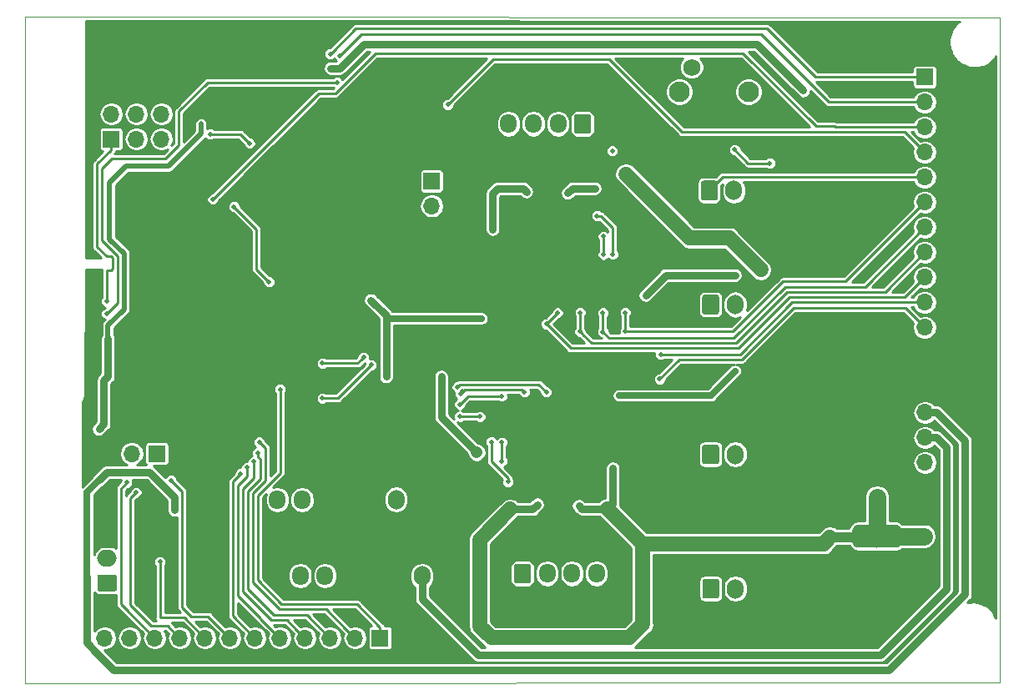
<source format=gbr>
G04 #@! TF.GenerationSoftware,KiCad,Pcbnew,(6.0.0-rc1-dev-1030-g80d50d98b)*
G04 #@! TF.CreationDate,2019-03-21T09:46:57-06:00*
G04 #@! TF.ProjectId,airmed_board_w3.0,6169726D65645F626F6172645F77332E,rev?*
G04 #@! TF.SameCoordinates,Original*
G04 #@! TF.FileFunction,Copper,L2,Bot*
G04 #@! TF.FilePolarity,Positive*
%FSLAX46Y46*%
G04 Gerber Fmt 4.6, Leading zero omitted, Abs format (unit mm)*
G04 Created by KiCad (PCBNEW (6.0.0-rc1-dev-1030-g80d50d98b)) date Thursday, March 21, 2019 at 09:46:57 AM*
%MOMM*%
%LPD*%
G01*
G04 APERTURE LIST*
G04 #@! TA.AperFunction,NonConductor*
%ADD10C,0.050000*%
G04 #@! TD*
G04 #@! TA.AperFunction,ComponentPad*
%ADD11O,1.700000X1.700000*%
G04 #@! TD*
G04 #@! TA.AperFunction,ComponentPad*
%ADD12R,1.700000X1.700000*%
G04 #@! TD*
G04 #@! TA.AperFunction,Conductor*
%ADD13C,0.020000*%
G04 #@! TD*
G04 #@! TA.AperFunction,Conductor*
%ADD14C,2.500000*%
G04 #@! TD*
G04 #@! TA.AperFunction,ViaPad*
%ADD15C,0.500000*%
G04 #@! TD*
G04 #@! TA.AperFunction,ComponentPad*
%ADD16C,2.100000*%
G04 #@! TD*
G04 #@! TA.AperFunction,ComponentPad*
%ADD17C,1.750000*%
G04 #@! TD*
G04 #@! TA.AperFunction,ComponentPad*
%ADD18O,1.700000X1.950000*%
G04 #@! TD*
G04 #@! TA.AperFunction,ComponentPad*
%ADD19C,1.700000*%
G04 #@! TD*
G04 #@! TA.AperFunction,ComponentPad*
%ADD20O,2.000000X1.700000*%
G04 #@! TD*
G04 #@! TA.AperFunction,ComponentPad*
%ADD21O,1.700000X2.000000*%
G04 #@! TD*
G04 #@! TA.AperFunction,ComponentPad*
%ADD22C,2.300000*%
G04 #@! TD*
G04 #@! TA.AperFunction,ViaPad*
%ADD23C,0.508000*%
G04 #@! TD*
G04 #@! TA.AperFunction,Conductor*
%ADD24C,0.254000*%
G04 #@! TD*
G04 #@! TA.AperFunction,Conductor*
%ADD25C,0.762000*%
G04 #@! TD*
G04 #@! TA.AperFunction,Conductor*
%ADD26C,1.143000*%
G04 #@! TD*
G04 #@! TA.AperFunction,Conductor*
%ADD27C,0.635000*%
G04 #@! TD*
G04 #@! TA.AperFunction,Conductor*
%ADD28C,0.508000*%
G04 #@! TD*
G04 #@! TA.AperFunction,Conductor*
%ADD29C,1.016000*%
G04 #@! TD*
G04 #@! TA.AperFunction,Conductor*
%ADD30C,1.778000*%
G04 #@! TD*
G04 #@! TA.AperFunction,Conductor*
%ADD31C,1.524000*%
G04 #@! TD*
G04 APERTURE END LIST*
D10*
X145542000Y-146344640D02*
X46598840Y-146410680D01*
X145542000Y-78851760D02*
X145542000Y-146344640D01*
X46664880Y-78765400D02*
X145542000Y-78851760D01*
X46598840Y-146410680D02*
X46664880Y-78765400D01*
D11*
G04 #@! TO.P,J5,4*
G04 #@! TO.N,+12V*
X137932160Y-124018040D03*
G04 #@! TO.P,J5,3*
G04 #@! TO.N,+5V*
X137932160Y-121478040D03*
G04 #@! TO.P,J5,2*
G04 #@! TO.N,+3V3*
X137932160Y-118938040D03*
D12*
G04 #@! TO.P,J5,1*
G04 #@! TO.N,GND*
X137932160Y-116398040D03*
G04 #@! TD*
D11*
G04 #@! TO.P,J1,2*
G04 #@! TO.N,GPIO1*
X57467500Y-123126500D03*
D12*
G04 #@! TO.P,J1,1*
G04 #@! TO.N,GPIO2*
X60007500Y-123126500D03*
G04 #@! TD*
D13*
G04 #@! TO.N,GND*
G04 #@! TO.C,U4*
G36*
X100516304Y-98573204D02*
X100540573Y-98576804D01*
X100564371Y-98582765D01*
X100587471Y-98591030D01*
X100609649Y-98601520D01*
X100630693Y-98614133D01*
X100650398Y-98628747D01*
X100668577Y-98645223D01*
X100685053Y-98663402D01*
X100699667Y-98683107D01*
X100712280Y-98704151D01*
X100722770Y-98726329D01*
X100731035Y-98749429D01*
X100736996Y-98773227D01*
X100740596Y-98797496D01*
X100741800Y-98822000D01*
X100741800Y-100822000D01*
X100740596Y-100846504D01*
X100736996Y-100870773D01*
X100731035Y-100894571D01*
X100722770Y-100917671D01*
X100712280Y-100939849D01*
X100699667Y-100960893D01*
X100685053Y-100980598D01*
X100668577Y-100998777D01*
X100650398Y-101015253D01*
X100630693Y-101029867D01*
X100609649Y-101042480D01*
X100587471Y-101052970D01*
X100564371Y-101061235D01*
X100540573Y-101067196D01*
X100516304Y-101070796D01*
X100491800Y-101072000D01*
X98491800Y-101072000D01*
X98467296Y-101070796D01*
X98443027Y-101067196D01*
X98419229Y-101061235D01*
X98396129Y-101052970D01*
X98373951Y-101042480D01*
X98352907Y-101029867D01*
X98333202Y-101015253D01*
X98315023Y-100998777D01*
X98298547Y-100980598D01*
X98283933Y-100960893D01*
X98271320Y-100939849D01*
X98260830Y-100917671D01*
X98252565Y-100894571D01*
X98246604Y-100870773D01*
X98243004Y-100846504D01*
X98241800Y-100822000D01*
X98241800Y-98822000D01*
X98243004Y-98797496D01*
X98246604Y-98773227D01*
X98252565Y-98749429D01*
X98260830Y-98726329D01*
X98271320Y-98704151D01*
X98283933Y-98683107D01*
X98298547Y-98663402D01*
X98315023Y-98645223D01*
X98333202Y-98628747D01*
X98352907Y-98614133D01*
X98373951Y-98601520D01*
X98396129Y-98591030D01*
X98419229Y-98582765D01*
X98443027Y-98576804D01*
X98467296Y-98573204D01*
X98491800Y-98572000D01*
X100491800Y-98572000D01*
X100516304Y-98573204D01*
X100516304Y-98573204D01*
G37*
D14*
X99491800Y-99822000D03*
D15*
X100491800Y-100822000D03*
X99491800Y-100822000D03*
X98491800Y-100822000D03*
X100491800Y-99822000D03*
X99491800Y-99822000D03*
X98491800Y-99822000D03*
X100491800Y-98822000D03*
X99491800Y-98822000D03*
X98491800Y-98822000D03*
G04 #@! TD*
D13*
G04 #@! TO.N,GND*
G04 #@! TO.C,U3*
G36*
X101837104Y-123884304D02*
X101861373Y-123887904D01*
X101885171Y-123893865D01*
X101908271Y-123902130D01*
X101930449Y-123912620D01*
X101951493Y-123925233D01*
X101971198Y-123939847D01*
X101989377Y-123956323D01*
X102005853Y-123974502D01*
X102020467Y-123994207D01*
X102033080Y-124015251D01*
X102043570Y-124037429D01*
X102051835Y-124060529D01*
X102057796Y-124084327D01*
X102061396Y-124108596D01*
X102062600Y-124133100D01*
X102062600Y-126133100D01*
X102061396Y-126157604D01*
X102057796Y-126181873D01*
X102051835Y-126205671D01*
X102043570Y-126228771D01*
X102033080Y-126250949D01*
X102020467Y-126271993D01*
X102005853Y-126291698D01*
X101989377Y-126309877D01*
X101971198Y-126326353D01*
X101951493Y-126340967D01*
X101930449Y-126353580D01*
X101908271Y-126364070D01*
X101885171Y-126372335D01*
X101861373Y-126378296D01*
X101837104Y-126381896D01*
X101812600Y-126383100D01*
X99812600Y-126383100D01*
X99788096Y-126381896D01*
X99763827Y-126378296D01*
X99740029Y-126372335D01*
X99716929Y-126364070D01*
X99694751Y-126353580D01*
X99673707Y-126340967D01*
X99654002Y-126326353D01*
X99635823Y-126309877D01*
X99619347Y-126291698D01*
X99604733Y-126271993D01*
X99592120Y-126250949D01*
X99581630Y-126228771D01*
X99573365Y-126205671D01*
X99567404Y-126181873D01*
X99563804Y-126157604D01*
X99562600Y-126133100D01*
X99562600Y-124133100D01*
X99563804Y-124108596D01*
X99567404Y-124084327D01*
X99573365Y-124060529D01*
X99581630Y-124037429D01*
X99592120Y-124015251D01*
X99604733Y-123994207D01*
X99619347Y-123974502D01*
X99635823Y-123956323D01*
X99654002Y-123939847D01*
X99673707Y-123925233D01*
X99694751Y-123912620D01*
X99716929Y-123902130D01*
X99740029Y-123893865D01*
X99763827Y-123887904D01*
X99788096Y-123884304D01*
X99812600Y-123883100D01*
X101812600Y-123883100D01*
X101837104Y-123884304D01*
X101837104Y-123884304D01*
G37*
D14*
X100812600Y-125133100D03*
D15*
X99812600Y-124133100D03*
X100812600Y-124133100D03*
X101812600Y-124133100D03*
X99812600Y-125133100D03*
X100812600Y-125133100D03*
X101812600Y-125133100D03*
X99812600Y-126133100D03*
X100812600Y-126133100D03*
X101812600Y-126133100D03*
G04 #@! TD*
D16*
G04 #@! TO.P,SW1,*
G04 #@! TO.N,*
X113024600Y-86401440D03*
D17*
G04 #@! TO.P,SW1,1*
G04 #@! TO.N,nRESET*
X114274600Y-83911440D03*
G04 #@! TO.P,SW1,2*
G04 #@! TO.N,GND*
X118774600Y-83911440D03*
D16*
G04 #@! TO.P,SW1,*
G04 #@! TO.N,*
X120034600Y-86401440D03*
G04 #@! TD*
D18*
G04 #@! TO.P,J19,4*
G04 #@! TO.N,OUT2B*
X104604200Y-135293100D03*
G04 #@! TO.P,J19,3*
G04 #@! TO.N,OUT2A*
X102104200Y-135293100D03*
G04 #@! TO.P,J19,2*
G04 #@! TO.N,OUT1A*
X99604200Y-135293100D03*
D13*
G04 #@! TD*
G04 #@! TO.N,OUT1B*
G04 #@! TO.C,J19*
G36*
X97728704Y-134319304D02*
X97752973Y-134322904D01*
X97776771Y-134328865D01*
X97799871Y-134337130D01*
X97822049Y-134347620D01*
X97843093Y-134360233D01*
X97862798Y-134374847D01*
X97880977Y-134391323D01*
X97897453Y-134409502D01*
X97912067Y-134429207D01*
X97924680Y-134450251D01*
X97935170Y-134472429D01*
X97943435Y-134495529D01*
X97949396Y-134519327D01*
X97952996Y-134543596D01*
X97954200Y-134568100D01*
X97954200Y-136018100D01*
X97952996Y-136042604D01*
X97949396Y-136066873D01*
X97943435Y-136090671D01*
X97935170Y-136113771D01*
X97924680Y-136135949D01*
X97912067Y-136156993D01*
X97897453Y-136176698D01*
X97880977Y-136194877D01*
X97862798Y-136211353D01*
X97843093Y-136225967D01*
X97822049Y-136238580D01*
X97799871Y-136249070D01*
X97776771Y-136257335D01*
X97752973Y-136263296D01*
X97728704Y-136266896D01*
X97704200Y-136268100D01*
X96504200Y-136268100D01*
X96479696Y-136266896D01*
X96455427Y-136263296D01*
X96431629Y-136257335D01*
X96408529Y-136249070D01*
X96386351Y-136238580D01*
X96365307Y-136225967D01*
X96345602Y-136211353D01*
X96327423Y-136194877D01*
X96310947Y-136176698D01*
X96296333Y-136156993D01*
X96283720Y-136135949D01*
X96273230Y-136113771D01*
X96264965Y-136090671D01*
X96259004Y-136066873D01*
X96255404Y-136042604D01*
X96254200Y-136018100D01*
X96254200Y-134568100D01*
X96255404Y-134543596D01*
X96259004Y-134519327D01*
X96264965Y-134495529D01*
X96273230Y-134472429D01*
X96283720Y-134450251D01*
X96296333Y-134429207D01*
X96310947Y-134409502D01*
X96327423Y-134391323D01*
X96345602Y-134374847D01*
X96365307Y-134360233D01*
X96386351Y-134347620D01*
X96408529Y-134337130D01*
X96431629Y-134328865D01*
X96455427Y-134322904D01*
X96479696Y-134319304D01*
X96504200Y-134318100D01*
X97704200Y-134318100D01*
X97728704Y-134319304D01*
X97728704Y-134319304D01*
G37*
D19*
G04 #@! TO.P,J19,1*
G04 #@! TO.N,OUT1B*
X97104200Y-135293100D03*
G04 #@! TD*
D18*
G04 #@! TO.P,J18,4*
G04 #@! TO.N,D2_OUT2B*
X95700200Y-89662000D03*
G04 #@! TO.P,J18,3*
G04 #@! TO.N,D2_OUT2A*
X98200200Y-89662000D03*
G04 #@! TO.P,J18,2*
G04 #@! TO.N,D2_OUT1A*
X100700200Y-89662000D03*
D13*
G04 #@! TD*
G04 #@! TO.N,D2_OUT1B*
G04 #@! TO.C,J18*
G36*
X103824704Y-88688204D02*
X103848973Y-88691804D01*
X103872771Y-88697765D01*
X103895871Y-88706030D01*
X103918049Y-88716520D01*
X103939093Y-88729133D01*
X103958798Y-88743747D01*
X103976977Y-88760223D01*
X103993453Y-88778402D01*
X104008067Y-88798107D01*
X104020680Y-88819151D01*
X104031170Y-88841329D01*
X104039435Y-88864429D01*
X104045396Y-88888227D01*
X104048996Y-88912496D01*
X104050200Y-88937000D01*
X104050200Y-90387000D01*
X104048996Y-90411504D01*
X104045396Y-90435773D01*
X104039435Y-90459571D01*
X104031170Y-90482671D01*
X104020680Y-90504849D01*
X104008067Y-90525893D01*
X103993453Y-90545598D01*
X103976977Y-90563777D01*
X103958798Y-90580253D01*
X103939093Y-90594867D01*
X103918049Y-90607480D01*
X103895871Y-90617970D01*
X103872771Y-90626235D01*
X103848973Y-90632196D01*
X103824704Y-90635796D01*
X103800200Y-90637000D01*
X102600200Y-90637000D01*
X102575696Y-90635796D01*
X102551427Y-90632196D01*
X102527629Y-90626235D01*
X102504529Y-90617970D01*
X102482351Y-90607480D01*
X102461307Y-90594867D01*
X102441602Y-90580253D01*
X102423423Y-90563777D01*
X102406947Y-90545598D01*
X102392333Y-90525893D01*
X102379720Y-90504849D01*
X102369230Y-90482671D01*
X102360965Y-90459571D01*
X102355004Y-90435773D01*
X102351404Y-90411504D01*
X102350200Y-90387000D01*
X102350200Y-88937000D01*
X102351404Y-88912496D01*
X102355004Y-88888227D01*
X102360965Y-88864429D01*
X102369230Y-88841329D01*
X102379720Y-88819151D01*
X102392333Y-88798107D01*
X102406947Y-88778402D01*
X102423423Y-88760223D01*
X102441602Y-88743747D01*
X102461307Y-88729133D01*
X102482351Y-88716520D01*
X102504529Y-88706030D01*
X102527629Y-88697765D01*
X102551427Y-88691804D01*
X102575696Y-88688204D01*
X102600200Y-88687000D01*
X103800200Y-88687000D01*
X103824704Y-88688204D01*
X103824704Y-88688204D01*
G37*
D19*
G04 #@! TO.P,J18,1*
G04 #@! TO.N,D2_OUT1B*
X103200200Y-89662000D03*
G04 #@! TD*
D20*
G04 #@! TO.P,J17,2*
G04 #@! TO.N,+12V*
X54965600Y-133745600D03*
D13*
G04 #@! TD*
G04 #@! TO.N,Net-(D6-Pad2)*
G04 #@! TO.C,J17*
G36*
X55740104Y-135396804D02*
X55764373Y-135400404D01*
X55788171Y-135406365D01*
X55811271Y-135414630D01*
X55833449Y-135425120D01*
X55854493Y-135437733D01*
X55874198Y-135452347D01*
X55892377Y-135468823D01*
X55908853Y-135487002D01*
X55923467Y-135506707D01*
X55936080Y-135527751D01*
X55946570Y-135549929D01*
X55954835Y-135573029D01*
X55960796Y-135596827D01*
X55964396Y-135621096D01*
X55965600Y-135645600D01*
X55965600Y-136845600D01*
X55964396Y-136870104D01*
X55960796Y-136894373D01*
X55954835Y-136918171D01*
X55946570Y-136941271D01*
X55936080Y-136963449D01*
X55923467Y-136984493D01*
X55908853Y-137004198D01*
X55892377Y-137022377D01*
X55874198Y-137038853D01*
X55854493Y-137053467D01*
X55833449Y-137066080D01*
X55811271Y-137076570D01*
X55788171Y-137084835D01*
X55764373Y-137090796D01*
X55740104Y-137094396D01*
X55715600Y-137095600D01*
X54215600Y-137095600D01*
X54191096Y-137094396D01*
X54166827Y-137090796D01*
X54143029Y-137084835D01*
X54119929Y-137076570D01*
X54097751Y-137066080D01*
X54076707Y-137053467D01*
X54057002Y-137038853D01*
X54038823Y-137022377D01*
X54022347Y-137004198D01*
X54007733Y-136984493D01*
X53995120Y-136963449D01*
X53984630Y-136941271D01*
X53976365Y-136918171D01*
X53970404Y-136894373D01*
X53966804Y-136870104D01*
X53965600Y-136845600D01*
X53965600Y-135645600D01*
X53966804Y-135621096D01*
X53970404Y-135596827D01*
X53976365Y-135573029D01*
X53984630Y-135549929D01*
X53995120Y-135527751D01*
X54007733Y-135506707D01*
X54022347Y-135487002D01*
X54038823Y-135468823D01*
X54057002Y-135452347D01*
X54076707Y-135437733D01*
X54097751Y-135425120D01*
X54119929Y-135414630D01*
X54143029Y-135406365D01*
X54166827Y-135400404D01*
X54191096Y-135396804D01*
X54215600Y-135395600D01*
X55715600Y-135395600D01*
X55740104Y-135396804D01*
X55740104Y-135396804D01*
G37*
D19*
G04 #@! TO.P,J17,1*
G04 #@! TO.N,Net-(D6-Pad2)*
X54965600Y-136245600D03*
G04 #@! TD*
D18*
G04 #@! TO.P,J16,3*
G04 #@! TO.N,+5V*
X77075040Y-135514080D03*
G04 #@! TO.P,J16,2*
G04 #@! TO.N,Net-(J16-Pad2)*
X74575040Y-135514080D03*
D13*
G04 #@! TD*
G04 #@! TO.N,GND*
G04 #@! TO.C,J16*
G36*
X72699544Y-134540284D02*
X72723813Y-134543884D01*
X72747611Y-134549845D01*
X72770711Y-134558110D01*
X72792889Y-134568600D01*
X72813933Y-134581213D01*
X72833638Y-134595827D01*
X72851817Y-134612303D01*
X72868293Y-134630482D01*
X72882907Y-134650187D01*
X72895520Y-134671231D01*
X72906010Y-134693409D01*
X72914275Y-134716509D01*
X72920236Y-134740307D01*
X72923836Y-134764576D01*
X72925040Y-134789080D01*
X72925040Y-136239080D01*
X72923836Y-136263584D01*
X72920236Y-136287853D01*
X72914275Y-136311651D01*
X72906010Y-136334751D01*
X72895520Y-136356929D01*
X72882907Y-136377973D01*
X72868293Y-136397678D01*
X72851817Y-136415857D01*
X72833638Y-136432333D01*
X72813933Y-136446947D01*
X72792889Y-136459560D01*
X72770711Y-136470050D01*
X72747611Y-136478315D01*
X72723813Y-136484276D01*
X72699544Y-136487876D01*
X72675040Y-136489080D01*
X71475040Y-136489080D01*
X71450536Y-136487876D01*
X71426267Y-136484276D01*
X71402469Y-136478315D01*
X71379369Y-136470050D01*
X71357191Y-136459560D01*
X71336147Y-136446947D01*
X71316442Y-136432333D01*
X71298263Y-136415857D01*
X71281787Y-136397678D01*
X71267173Y-136377973D01*
X71254560Y-136356929D01*
X71244070Y-136334751D01*
X71235805Y-136311651D01*
X71229844Y-136287853D01*
X71226244Y-136263584D01*
X71225040Y-136239080D01*
X71225040Y-134789080D01*
X71226244Y-134764576D01*
X71229844Y-134740307D01*
X71235805Y-134716509D01*
X71244070Y-134693409D01*
X71254560Y-134671231D01*
X71267173Y-134650187D01*
X71281787Y-134630482D01*
X71298263Y-134612303D01*
X71316442Y-134595827D01*
X71336147Y-134581213D01*
X71357191Y-134568600D01*
X71379369Y-134558110D01*
X71402469Y-134549845D01*
X71426267Y-134543884D01*
X71450536Y-134540284D01*
X71475040Y-134539080D01*
X72675040Y-134539080D01*
X72699544Y-134540284D01*
X72699544Y-134540284D01*
G37*
D19*
G04 #@! TO.P,J16,1*
G04 #@! TO.N,GND*
X72075040Y-135514080D03*
G04 #@! TD*
D21*
G04 #@! TO.P,J15,2*
G04 #@! TO.N,+5V*
X86899120Y-135544560D03*
D13*
G04 #@! TD*
G04 #@! TO.N,GND*
G04 #@! TO.C,J15*
G36*
X85023624Y-134545764D02*
X85047893Y-134549364D01*
X85071691Y-134555325D01*
X85094791Y-134563590D01*
X85116969Y-134574080D01*
X85138013Y-134586693D01*
X85157718Y-134601307D01*
X85175897Y-134617783D01*
X85192373Y-134635962D01*
X85206987Y-134655667D01*
X85219600Y-134676711D01*
X85230090Y-134698889D01*
X85238355Y-134721989D01*
X85244316Y-134745787D01*
X85247916Y-134770056D01*
X85249120Y-134794560D01*
X85249120Y-136294560D01*
X85247916Y-136319064D01*
X85244316Y-136343333D01*
X85238355Y-136367131D01*
X85230090Y-136390231D01*
X85219600Y-136412409D01*
X85206987Y-136433453D01*
X85192373Y-136453158D01*
X85175897Y-136471337D01*
X85157718Y-136487813D01*
X85138013Y-136502427D01*
X85116969Y-136515040D01*
X85094791Y-136525530D01*
X85071691Y-136533795D01*
X85047893Y-136539756D01*
X85023624Y-136543356D01*
X84999120Y-136544560D01*
X83799120Y-136544560D01*
X83774616Y-136543356D01*
X83750347Y-136539756D01*
X83726549Y-136533795D01*
X83703449Y-136525530D01*
X83681271Y-136515040D01*
X83660227Y-136502427D01*
X83640522Y-136487813D01*
X83622343Y-136471337D01*
X83605867Y-136453158D01*
X83591253Y-136433453D01*
X83578640Y-136412409D01*
X83568150Y-136390231D01*
X83559885Y-136367131D01*
X83553924Y-136343333D01*
X83550324Y-136319064D01*
X83549120Y-136294560D01*
X83549120Y-134794560D01*
X83550324Y-134770056D01*
X83553924Y-134745787D01*
X83559885Y-134721989D01*
X83568150Y-134698889D01*
X83578640Y-134676711D01*
X83591253Y-134655667D01*
X83605867Y-134635962D01*
X83622343Y-134617783D01*
X83640522Y-134601307D01*
X83660227Y-134586693D01*
X83681271Y-134574080D01*
X83703449Y-134563590D01*
X83726549Y-134555325D01*
X83750347Y-134549364D01*
X83774616Y-134545764D01*
X83799120Y-134544560D01*
X84999120Y-134544560D01*
X85023624Y-134545764D01*
X85023624Y-134545764D01*
G37*
D19*
G04 #@! TO.P,J15,1*
G04 #@! TO.N,GND*
X84399120Y-135544560D03*
G04 #@! TD*
D18*
G04 #@! TO.P,J14,3*
G04 #@! TO.N,+5V*
X72246480Y-127817880D03*
G04 #@! TO.P,J14,2*
G04 #@! TO.N,Net-(J14-Pad2)*
X74746480Y-127817880D03*
D13*
G04 #@! TD*
G04 #@! TO.N,GND*
G04 #@! TO.C,J14*
G36*
X77870984Y-126844084D02*
X77895253Y-126847684D01*
X77919051Y-126853645D01*
X77942151Y-126861910D01*
X77964329Y-126872400D01*
X77985373Y-126885013D01*
X78005078Y-126899627D01*
X78023257Y-126916103D01*
X78039733Y-126934282D01*
X78054347Y-126953987D01*
X78066960Y-126975031D01*
X78077450Y-126997209D01*
X78085715Y-127020309D01*
X78091676Y-127044107D01*
X78095276Y-127068376D01*
X78096480Y-127092880D01*
X78096480Y-128542880D01*
X78095276Y-128567384D01*
X78091676Y-128591653D01*
X78085715Y-128615451D01*
X78077450Y-128638551D01*
X78066960Y-128660729D01*
X78054347Y-128681773D01*
X78039733Y-128701478D01*
X78023257Y-128719657D01*
X78005078Y-128736133D01*
X77985373Y-128750747D01*
X77964329Y-128763360D01*
X77942151Y-128773850D01*
X77919051Y-128782115D01*
X77895253Y-128788076D01*
X77870984Y-128791676D01*
X77846480Y-128792880D01*
X76646480Y-128792880D01*
X76621976Y-128791676D01*
X76597707Y-128788076D01*
X76573909Y-128782115D01*
X76550809Y-128773850D01*
X76528631Y-128763360D01*
X76507587Y-128750747D01*
X76487882Y-128736133D01*
X76469703Y-128719657D01*
X76453227Y-128701478D01*
X76438613Y-128681773D01*
X76426000Y-128660729D01*
X76415510Y-128638551D01*
X76407245Y-128615451D01*
X76401284Y-128591653D01*
X76397684Y-128567384D01*
X76396480Y-128542880D01*
X76396480Y-127092880D01*
X76397684Y-127068376D01*
X76401284Y-127044107D01*
X76407245Y-127020309D01*
X76415510Y-126997209D01*
X76426000Y-126975031D01*
X76438613Y-126953987D01*
X76453227Y-126934282D01*
X76469703Y-126916103D01*
X76487882Y-126899627D01*
X76507587Y-126885013D01*
X76528631Y-126872400D01*
X76550809Y-126861910D01*
X76573909Y-126853645D01*
X76597707Y-126847684D01*
X76621976Y-126844084D01*
X76646480Y-126842880D01*
X77846480Y-126842880D01*
X77870984Y-126844084D01*
X77870984Y-126844084D01*
G37*
D19*
G04 #@! TO.P,J14,1*
G04 #@! TO.N,GND*
X77246480Y-127817880D03*
G04 #@! TD*
D21*
G04 #@! TO.P,J13,2*
G04 #@! TO.N,+5V*
X84281640Y-127797560D03*
D13*
G04 #@! TD*
G04 #@! TO.N,GND*
G04 #@! TO.C,J13*
G36*
X87406144Y-126798764D02*
X87430413Y-126802364D01*
X87454211Y-126808325D01*
X87477311Y-126816590D01*
X87499489Y-126827080D01*
X87520533Y-126839693D01*
X87540238Y-126854307D01*
X87558417Y-126870783D01*
X87574893Y-126888962D01*
X87589507Y-126908667D01*
X87602120Y-126929711D01*
X87612610Y-126951889D01*
X87620875Y-126974989D01*
X87626836Y-126998787D01*
X87630436Y-127023056D01*
X87631640Y-127047560D01*
X87631640Y-128547560D01*
X87630436Y-128572064D01*
X87626836Y-128596333D01*
X87620875Y-128620131D01*
X87612610Y-128643231D01*
X87602120Y-128665409D01*
X87589507Y-128686453D01*
X87574893Y-128706158D01*
X87558417Y-128724337D01*
X87540238Y-128740813D01*
X87520533Y-128755427D01*
X87499489Y-128768040D01*
X87477311Y-128778530D01*
X87454211Y-128786795D01*
X87430413Y-128792756D01*
X87406144Y-128796356D01*
X87381640Y-128797560D01*
X86181640Y-128797560D01*
X86157136Y-128796356D01*
X86132867Y-128792756D01*
X86109069Y-128786795D01*
X86085969Y-128778530D01*
X86063791Y-128768040D01*
X86042747Y-128755427D01*
X86023042Y-128740813D01*
X86004863Y-128724337D01*
X85988387Y-128706158D01*
X85973773Y-128686453D01*
X85961160Y-128665409D01*
X85950670Y-128643231D01*
X85942405Y-128620131D01*
X85936444Y-128596333D01*
X85932844Y-128572064D01*
X85931640Y-128547560D01*
X85931640Y-127047560D01*
X85932844Y-127023056D01*
X85936444Y-126998787D01*
X85942405Y-126974989D01*
X85950670Y-126951889D01*
X85961160Y-126929711D01*
X85973773Y-126908667D01*
X85988387Y-126888962D01*
X86004863Y-126870783D01*
X86023042Y-126854307D01*
X86042747Y-126839693D01*
X86063791Y-126827080D01*
X86085969Y-126816590D01*
X86109069Y-126808325D01*
X86132867Y-126802364D01*
X86157136Y-126798764D01*
X86181640Y-126797560D01*
X87381640Y-126797560D01*
X87406144Y-126798764D01*
X87406144Y-126798764D01*
G37*
D19*
G04 #@! TO.P,J13,1*
G04 #@! TO.N,GND*
X86781640Y-127797560D03*
G04 #@! TD*
D21*
G04 #@! TO.P,J12,2*
G04 #@! TO.N,+5V*
X118689760Y-123205240D03*
D13*
G04 #@! TD*
G04 #@! TO.N,Net-(J12-Pad1)*
G04 #@! TO.C,J12*
G36*
X116814264Y-122206444D02*
X116838533Y-122210044D01*
X116862331Y-122216005D01*
X116885431Y-122224270D01*
X116907609Y-122234760D01*
X116928653Y-122247373D01*
X116948358Y-122261987D01*
X116966537Y-122278463D01*
X116983013Y-122296642D01*
X116997627Y-122316347D01*
X117010240Y-122337391D01*
X117020730Y-122359569D01*
X117028995Y-122382669D01*
X117034956Y-122406467D01*
X117038556Y-122430736D01*
X117039760Y-122455240D01*
X117039760Y-123955240D01*
X117038556Y-123979744D01*
X117034956Y-124004013D01*
X117028995Y-124027811D01*
X117020730Y-124050911D01*
X117010240Y-124073089D01*
X116997627Y-124094133D01*
X116983013Y-124113838D01*
X116966537Y-124132017D01*
X116948358Y-124148493D01*
X116928653Y-124163107D01*
X116907609Y-124175720D01*
X116885431Y-124186210D01*
X116862331Y-124194475D01*
X116838533Y-124200436D01*
X116814264Y-124204036D01*
X116789760Y-124205240D01*
X115589760Y-124205240D01*
X115565256Y-124204036D01*
X115540987Y-124200436D01*
X115517189Y-124194475D01*
X115494089Y-124186210D01*
X115471911Y-124175720D01*
X115450867Y-124163107D01*
X115431162Y-124148493D01*
X115412983Y-124132017D01*
X115396507Y-124113838D01*
X115381893Y-124094133D01*
X115369280Y-124073089D01*
X115358790Y-124050911D01*
X115350525Y-124027811D01*
X115344564Y-124004013D01*
X115340964Y-123979744D01*
X115339760Y-123955240D01*
X115339760Y-122455240D01*
X115340964Y-122430736D01*
X115344564Y-122406467D01*
X115350525Y-122382669D01*
X115358790Y-122359569D01*
X115369280Y-122337391D01*
X115381893Y-122316347D01*
X115396507Y-122296642D01*
X115412983Y-122278463D01*
X115431162Y-122261987D01*
X115450867Y-122247373D01*
X115471911Y-122234760D01*
X115494089Y-122224270D01*
X115517189Y-122216005D01*
X115540987Y-122210044D01*
X115565256Y-122206444D01*
X115589760Y-122205240D01*
X116789760Y-122205240D01*
X116814264Y-122206444D01*
X116814264Y-122206444D01*
G37*
D19*
G04 #@! TO.P,J12,1*
G04 #@! TO.N,Net-(J12-Pad1)*
X116189760Y-123205240D03*
G04 #@! TD*
D21*
G04 #@! TO.P,J11,2*
G04 #@! TO.N,+5V*
X118697380Y-136829800D03*
D13*
G04 #@! TD*
G04 #@! TO.N,Net-(J11-Pad1)*
G04 #@! TO.C,J11*
G36*
X116821884Y-135831004D02*
X116846153Y-135834604D01*
X116869951Y-135840565D01*
X116893051Y-135848830D01*
X116915229Y-135859320D01*
X116936273Y-135871933D01*
X116955978Y-135886547D01*
X116974157Y-135903023D01*
X116990633Y-135921202D01*
X117005247Y-135940907D01*
X117017860Y-135961951D01*
X117028350Y-135984129D01*
X117036615Y-136007229D01*
X117042576Y-136031027D01*
X117046176Y-136055296D01*
X117047380Y-136079800D01*
X117047380Y-137579800D01*
X117046176Y-137604304D01*
X117042576Y-137628573D01*
X117036615Y-137652371D01*
X117028350Y-137675471D01*
X117017860Y-137697649D01*
X117005247Y-137718693D01*
X116990633Y-137738398D01*
X116974157Y-137756577D01*
X116955978Y-137773053D01*
X116936273Y-137787667D01*
X116915229Y-137800280D01*
X116893051Y-137810770D01*
X116869951Y-137819035D01*
X116846153Y-137824996D01*
X116821884Y-137828596D01*
X116797380Y-137829800D01*
X115597380Y-137829800D01*
X115572876Y-137828596D01*
X115548607Y-137824996D01*
X115524809Y-137819035D01*
X115501709Y-137810770D01*
X115479531Y-137800280D01*
X115458487Y-137787667D01*
X115438782Y-137773053D01*
X115420603Y-137756577D01*
X115404127Y-137738398D01*
X115389513Y-137718693D01*
X115376900Y-137697649D01*
X115366410Y-137675471D01*
X115358145Y-137652371D01*
X115352184Y-137628573D01*
X115348584Y-137604304D01*
X115347380Y-137579800D01*
X115347380Y-136079800D01*
X115348584Y-136055296D01*
X115352184Y-136031027D01*
X115358145Y-136007229D01*
X115366410Y-135984129D01*
X115376900Y-135961951D01*
X115389513Y-135940907D01*
X115404127Y-135921202D01*
X115420603Y-135903023D01*
X115438782Y-135886547D01*
X115458487Y-135871933D01*
X115479531Y-135859320D01*
X115501709Y-135848830D01*
X115524809Y-135840565D01*
X115548607Y-135834604D01*
X115572876Y-135831004D01*
X115597380Y-135829800D01*
X116797380Y-135829800D01*
X116821884Y-135831004D01*
X116821884Y-135831004D01*
G37*
D19*
G04 #@! TO.P,J11,1*
G04 #@! TO.N,Net-(J11-Pad1)*
X116197380Y-136829800D03*
G04 #@! TD*
D21*
G04 #@! TO.P,J10,2*
G04 #@! TO.N,+3V3*
X118689760Y-107995720D03*
D13*
G04 #@! TD*
G04 #@! TO.N,GPIO14*
G04 #@! TO.C,J10*
G36*
X116814264Y-106996924D02*
X116838533Y-107000524D01*
X116862331Y-107006485D01*
X116885431Y-107014750D01*
X116907609Y-107025240D01*
X116928653Y-107037853D01*
X116948358Y-107052467D01*
X116966537Y-107068943D01*
X116983013Y-107087122D01*
X116997627Y-107106827D01*
X117010240Y-107127871D01*
X117020730Y-107150049D01*
X117028995Y-107173149D01*
X117034956Y-107196947D01*
X117038556Y-107221216D01*
X117039760Y-107245720D01*
X117039760Y-108745720D01*
X117038556Y-108770224D01*
X117034956Y-108794493D01*
X117028995Y-108818291D01*
X117020730Y-108841391D01*
X117010240Y-108863569D01*
X116997627Y-108884613D01*
X116983013Y-108904318D01*
X116966537Y-108922497D01*
X116948358Y-108938973D01*
X116928653Y-108953587D01*
X116907609Y-108966200D01*
X116885431Y-108976690D01*
X116862331Y-108984955D01*
X116838533Y-108990916D01*
X116814264Y-108994516D01*
X116789760Y-108995720D01*
X115589760Y-108995720D01*
X115565256Y-108994516D01*
X115540987Y-108990916D01*
X115517189Y-108984955D01*
X115494089Y-108976690D01*
X115471911Y-108966200D01*
X115450867Y-108953587D01*
X115431162Y-108938973D01*
X115412983Y-108922497D01*
X115396507Y-108904318D01*
X115381893Y-108884613D01*
X115369280Y-108863569D01*
X115358790Y-108841391D01*
X115350525Y-108818291D01*
X115344564Y-108794493D01*
X115340964Y-108770224D01*
X115339760Y-108745720D01*
X115339760Y-107245720D01*
X115340964Y-107221216D01*
X115344564Y-107196947D01*
X115350525Y-107173149D01*
X115358790Y-107150049D01*
X115369280Y-107127871D01*
X115381893Y-107106827D01*
X115396507Y-107087122D01*
X115412983Y-107068943D01*
X115431162Y-107052467D01*
X115450867Y-107037853D01*
X115471911Y-107025240D01*
X115494089Y-107014750D01*
X115517189Y-107006485D01*
X115540987Y-107000524D01*
X115565256Y-106996924D01*
X115589760Y-106995720D01*
X116789760Y-106995720D01*
X116814264Y-106996924D01*
X116814264Y-106996924D01*
G37*
D19*
G04 #@! TO.P,J10,1*
G04 #@! TO.N,GPIO14*
X116189760Y-107995720D03*
G04 #@! TD*
D21*
G04 #@! TO.P,J9,2*
G04 #@! TO.N,+3V3*
X118542440Y-96423480D03*
D13*
G04 #@! TD*
G04 #@! TO.N,GPIO15*
G04 #@! TO.C,J9*
G36*
X116666944Y-95424684D02*
X116691213Y-95428284D01*
X116715011Y-95434245D01*
X116738111Y-95442510D01*
X116760289Y-95453000D01*
X116781333Y-95465613D01*
X116801038Y-95480227D01*
X116819217Y-95496703D01*
X116835693Y-95514882D01*
X116850307Y-95534587D01*
X116862920Y-95555631D01*
X116873410Y-95577809D01*
X116881675Y-95600909D01*
X116887636Y-95624707D01*
X116891236Y-95648976D01*
X116892440Y-95673480D01*
X116892440Y-97173480D01*
X116891236Y-97197984D01*
X116887636Y-97222253D01*
X116881675Y-97246051D01*
X116873410Y-97269151D01*
X116862920Y-97291329D01*
X116850307Y-97312373D01*
X116835693Y-97332078D01*
X116819217Y-97350257D01*
X116801038Y-97366733D01*
X116781333Y-97381347D01*
X116760289Y-97393960D01*
X116738111Y-97404450D01*
X116715011Y-97412715D01*
X116691213Y-97418676D01*
X116666944Y-97422276D01*
X116642440Y-97423480D01*
X115442440Y-97423480D01*
X115417936Y-97422276D01*
X115393667Y-97418676D01*
X115369869Y-97412715D01*
X115346769Y-97404450D01*
X115324591Y-97393960D01*
X115303547Y-97381347D01*
X115283842Y-97366733D01*
X115265663Y-97350257D01*
X115249187Y-97332078D01*
X115234573Y-97312373D01*
X115221960Y-97291329D01*
X115211470Y-97269151D01*
X115203205Y-97246051D01*
X115197244Y-97222253D01*
X115193644Y-97197984D01*
X115192440Y-97173480D01*
X115192440Y-95673480D01*
X115193644Y-95648976D01*
X115197244Y-95624707D01*
X115203205Y-95600909D01*
X115211470Y-95577809D01*
X115221960Y-95555631D01*
X115234573Y-95534587D01*
X115249187Y-95514882D01*
X115265663Y-95496703D01*
X115283842Y-95480227D01*
X115303547Y-95465613D01*
X115324591Y-95453000D01*
X115346769Y-95442510D01*
X115369869Y-95434245D01*
X115393667Y-95428284D01*
X115417936Y-95424684D01*
X115442440Y-95423480D01*
X116642440Y-95423480D01*
X116666944Y-95424684D01*
X116666944Y-95424684D01*
G37*
D19*
G04 #@! TO.P,J9,1*
G04 #@! TO.N,GPIO15*
X116042440Y-96423480D03*
G04 #@! TD*
D11*
G04 #@! TO.P,J8,2*
G04 #@! TO.N,Net-(IC2-Pad5)*
X87889080Y-97998280D03*
D12*
G04 #@! TO.P,J8,1*
G04 #@! TO.N,FLASH_MOSI*
X87889080Y-95458280D03*
G04 #@! TD*
D11*
G04 #@! TO.P,J7,11*
G04 #@! TO.N,Err_LED*
X137906760Y-110312200D03*
G04 #@! TO.P,J7,10*
G04 #@! TO.N,GPIO14*
X137906760Y-107772200D03*
G04 #@! TO.P,J7,9*
G04 #@! TO.N,GPIO13*
X137906760Y-105232200D03*
G04 #@! TO.P,J7,8*
G04 #@! TO.N,GPIO12*
X137906760Y-102692200D03*
G04 #@! TO.P,J7,7*
G04 #@! TO.N,GPIO17*
X137906760Y-100152200D03*
G04 #@! TO.P,J7,6*
G04 #@! TO.N,GPIO16*
X137906760Y-97612200D03*
G04 #@! TO.P,J7,5*
G04 #@! TO.N,GPIO15*
X137906760Y-95072200D03*
G04 #@! TO.P,J7,4*
G04 #@! TO.N,GPIO22*
X137906760Y-92532200D03*
G04 #@! TO.P,J7,3*
G04 #@! TO.N,GPIO28*
X137906760Y-89992200D03*
G04 #@! TO.P,J7,2*
G04 #@! TO.N,GPIO26*
X137906760Y-87452200D03*
D12*
G04 #@! TO.P,J7,1*
G04 #@! TO.N,GPIO27*
X137906760Y-84912200D03*
G04 #@! TD*
D11*
G04 #@! TO.P,J6,12*
G04 #@! TO.N,BuzzCtrl*
X54706520Y-141833600D03*
G04 #@! TO.P,J6,11*
G04 #@! TO.N,GPIO0*
X57246520Y-141833600D03*
G04 #@! TO.P,J6,10*
G04 #@! TO.N,GPIO1*
X59786520Y-141833600D03*
G04 #@! TO.P,J6,9*
G04 #@! TO.N,GPIO2*
X62326520Y-141833600D03*
G04 #@! TO.P,J6,8*
G04 #@! TO.N,BBSense2*
X64866520Y-141833600D03*
G04 #@! TO.P,J6,7*
G04 #@! TO.N,BBSense1*
X67406520Y-141833600D03*
G04 #@! TO.P,J6,6*
G04 #@! TO.N,GPIO5*
X69946520Y-141833600D03*
G04 #@! TO.P,J6,5*
G04 #@! TO.N,GPIO6*
X72486520Y-141833600D03*
G04 #@! TO.P,J6,4*
G04 #@! TO.N,GPIO7*
X75026520Y-141833600D03*
G04 #@! TO.P,J6,3*
G04 #@! TO.N,GPIO8*
X77566520Y-141833600D03*
G04 #@! TO.P,J6,2*
G04 #@! TO.N,GPIO9*
X80106520Y-141833600D03*
D12*
G04 #@! TO.P,J6,1*
G04 #@! TO.N,GPIO10*
X82646520Y-141833600D03*
G04 #@! TD*
D11*
G04 #@! TO.P,J3,6*
G04 #@! TO.N,Net-(J3-Pad2)*
X60457080Y-88661240D03*
G04 #@! TO.P,J3,5*
G04 #@! TO.N,SOP2*
X60457080Y-91201240D03*
G04 #@! TO.P,J3,4*
G04 #@! TO.N,Net-(J3-Pad2)*
X57917080Y-88661240D03*
G04 #@! TO.P,J3,3*
G04 #@! TO.N,SOP1*
X57917080Y-91201240D03*
G04 #@! TO.P,J3,2*
G04 #@! TO.N,Net-(J3-Pad2)*
X55377080Y-88661240D03*
D12*
G04 #@! TO.P,J3,1*
G04 #@! TO.N,SOP0*
X55377080Y-91201240D03*
G04 #@! TD*
D13*
G04 #@! TO.N,GND*
G04 #@! TO.C,J2*
G36*
X134807040Y-136349329D02*
X134862857Y-136357608D01*
X134917594Y-136371319D01*
X134970723Y-136390329D01*
X135021733Y-136414455D01*
X135070133Y-136443465D01*
X135115456Y-136477079D01*
X135157266Y-136514974D01*
X135195161Y-136556784D01*
X135228775Y-136602107D01*
X135257785Y-136650507D01*
X135281911Y-136701517D01*
X135300921Y-136754646D01*
X135314632Y-136809383D01*
X135322911Y-136865200D01*
X135325680Y-136921560D01*
X135325680Y-138071560D01*
X135322911Y-138127920D01*
X135314632Y-138183737D01*
X135300921Y-138238474D01*
X135281911Y-138291603D01*
X135257785Y-138342613D01*
X135228775Y-138391013D01*
X135195161Y-138436336D01*
X135157266Y-138478146D01*
X135115456Y-138516041D01*
X135070133Y-138549655D01*
X135021733Y-138578665D01*
X134970723Y-138602791D01*
X134917594Y-138621801D01*
X134862857Y-138635512D01*
X134807040Y-138643791D01*
X134750680Y-138646560D01*
X131400680Y-138646560D01*
X131344320Y-138643791D01*
X131288503Y-138635512D01*
X131233766Y-138621801D01*
X131180637Y-138602791D01*
X131129627Y-138578665D01*
X131081227Y-138549655D01*
X131035904Y-138516041D01*
X130994094Y-138478146D01*
X130956199Y-138436336D01*
X130922585Y-138391013D01*
X130893575Y-138342613D01*
X130869449Y-138291603D01*
X130850439Y-138238474D01*
X130836728Y-138183737D01*
X130828449Y-138127920D01*
X130825680Y-138071560D01*
X130825680Y-136921560D01*
X130828449Y-136865200D01*
X130836728Y-136809383D01*
X130850439Y-136754646D01*
X130869449Y-136701517D01*
X130893575Y-136650507D01*
X130922585Y-136602107D01*
X130956199Y-136556784D01*
X130994094Y-136514974D01*
X131035904Y-136477079D01*
X131081227Y-136443465D01*
X131129627Y-136414455D01*
X131180637Y-136390329D01*
X131233766Y-136371319D01*
X131288503Y-136357608D01*
X131344320Y-136349329D01*
X131400680Y-136346560D01*
X134750680Y-136346560D01*
X134807040Y-136349329D01*
X134807040Y-136349329D01*
G37*
D22*
G04 #@! TD*
G04 #@! TO.P,J2,2*
G04 #@! TO.N,GND*
X133075680Y-137496560D03*
D13*
G04 #@! TO.N,+12V*
G04 #@! TO.C,J2*
G36*
X135057040Y-130349329D02*
X135112857Y-130357608D01*
X135167594Y-130371319D01*
X135220723Y-130390329D01*
X135271733Y-130414455D01*
X135320133Y-130443465D01*
X135365456Y-130477079D01*
X135407266Y-130514974D01*
X135445161Y-130556784D01*
X135478775Y-130602107D01*
X135507785Y-130650507D01*
X135531911Y-130701517D01*
X135550921Y-130754646D01*
X135564632Y-130809383D01*
X135572911Y-130865200D01*
X135575680Y-130921560D01*
X135575680Y-132071560D01*
X135572911Y-132127920D01*
X135564632Y-132183737D01*
X135550921Y-132238474D01*
X135531911Y-132291603D01*
X135507785Y-132342613D01*
X135478775Y-132391013D01*
X135445161Y-132436336D01*
X135407266Y-132478146D01*
X135365456Y-132516041D01*
X135320133Y-132549655D01*
X135271733Y-132578665D01*
X135220723Y-132602791D01*
X135167594Y-132621801D01*
X135112857Y-132635512D01*
X135057040Y-132643791D01*
X135000680Y-132646560D01*
X131150680Y-132646560D01*
X131094320Y-132643791D01*
X131038503Y-132635512D01*
X130983766Y-132621801D01*
X130930637Y-132602791D01*
X130879627Y-132578665D01*
X130831227Y-132549655D01*
X130785904Y-132516041D01*
X130744094Y-132478146D01*
X130706199Y-132436336D01*
X130672585Y-132391013D01*
X130643575Y-132342613D01*
X130619449Y-132291603D01*
X130600439Y-132238474D01*
X130586728Y-132183737D01*
X130578449Y-132127920D01*
X130575680Y-132071560D01*
X130575680Y-130921560D01*
X130578449Y-130865200D01*
X130586728Y-130809383D01*
X130600439Y-130754646D01*
X130619449Y-130701517D01*
X130643575Y-130650507D01*
X130672585Y-130602107D01*
X130706199Y-130556784D01*
X130744094Y-130514974D01*
X130785904Y-130477079D01*
X130831227Y-130443465D01*
X130879627Y-130414455D01*
X130930637Y-130390329D01*
X130983766Y-130371319D01*
X131038503Y-130357608D01*
X131094320Y-130349329D01*
X131150680Y-130346560D01*
X135000680Y-130346560D01*
X135057040Y-130349329D01*
X135057040Y-130349329D01*
G37*
D22*
G04 #@! TD*
G04 #@! TO.P,J2,1*
G04 #@! TO.N,+12V*
X133075680Y-131496560D03*
D23*
G04 #@! TO.N,*
X106212640Y-92410280D03*
G04 #@! TO.N,GND*
X59725560Y-114741960D03*
X60995560Y-114726720D03*
X61020960Y-113441480D03*
X59720480Y-113416080D03*
X65719960Y-114731800D03*
X67040760Y-114767360D03*
X66995040Y-113416080D03*
X65719960Y-113416080D03*
X62682120Y-114787680D03*
X64058800Y-113390680D03*
X64048640Y-114747040D03*
X62682120Y-113411000D03*
X60294520Y-114106960D03*
X63342520Y-114061240D03*
X66360040Y-114076480D03*
X66380360Y-111125000D03*
X67030600Y-111729520D03*
X65689480Y-111709200D03*
X67030600Y-110434120D03*
X65725040Y-110434120D03*
X67050920Y-108727240D03*
X67020440Y-107421680D03*
X65689480Y-107411520D03*
X65689480Y-108747560D03*
X62712600Y-108717080D03*
X64008000Y-108727240D03*
X64018160Y-107421680D03*
X62702440Y-107401360D03*
X62682120Y-111749840D03*
X63992760Y-111734600D03*
X64038480Y-110378240D03*
X62727840Y-110423960D03*
X63367920Y-111079280D03*
X60365640Y-111079280D03*
X59664600Y-111765080D03*
X61036200Y-110408720D03*
X61020960Y-111734600D03*
X59725560Y-110393480D03*
X59756040Y-108666280D03*
X61036200Y-107406440D03*
X60970160Y-108666280D03*
X59695080Y-107482640D03*
X66370200Y-108046520D03*
X63378080Y-108077000D03*
X60340240Y-108066840D03*
X102971600Y-120307100D03*
X97178000Y-105765600D03*
X101485700Y-119926100D03*
X98894900Y-105994200D03*
X101945440Y-92588080D03*
X96961960Y-92542360D03*
X94046040Y-92572840D03*
X105044240Y-91287600D03*
X91191080Y-97536000D03*
X95991680Y-103555800D03*
X95361760Y-104962960D03*
X104551480Y-97759520D03*
X103245920Y-105156000D03*
X102280720Y-105750360D03*
X104861360Y-92882720D03*
X102102920Y-104566720D03*
X94538800Y-103764080D03*
X94066360Y-91155520D03*
X92862400Y-91795600D03*
X92643960Y-100243640D03*
X95143320Y-97302320D03*
X97942400Y-120563640D03*
X96982280Y-119786400D03*
X98003360Y-119232680D03*
X106060240Y-121254520D03*
X106497120Y-120172480D03*
X107162600Y-121046240D03*
X98292920Y-132435600D03*
X103388160Y-132369560D03*
X100827840Y-133060440D03*
X99476560Y-91836240D03*
X106222800Y-131886960D03*
X106385360Y-133263640D03*
X107391200Y-132567680D03*
X95117920Y-131912360D03*
X94162880Y-132618480D03*
X95031560Y-133258560D03*
X95183960Y-120253760D03*
X93268800Y-120213120D03*
X100411280Y-106182160D03*
X104658160Y-104490520D03*
X100192840Y-119273320D03*
X63545720Y-126243080D03*
X63271400Y-121975880D03*
X65420240Y-136697720D03*
X77226160Y-115082320D03*
X77378560Y-118770400D03*
X71262240Y-119735600D03*
X67030600Y-110434120D03*
X67030600Y-110434120D03*
X72964040Y-97297240D03*
X76291440Y-100533200D03*
X76164440Y-103520240D03*
X73969880Y-93014800D03*
X84663280Y-101615240D03*
X88788240Y-106725720D03*
X117180360Y-102631240D03*
X108549440Y-128082040D03*
X84617560Y-118541800D03*
X82758280Y-91074240D03*
X61488320Y-85181440D03*
X59390280Y-136987280D03*
X65699640Y-130581400D03*
X80563720Y-134335520D03*
X80589120Y-128849120D03*
X78668880Y-107995720D03*
X64963040Y-95575120D03*
X57764680Y-95448120D03*
X130700920Y-121184920D03*
X133024880Y-135112760D03*
X133060440Y-140141960D03*
X137043160Y-137474960D03*
X128366520Y-137713720D03*
X54112160Y-128635760D03*
X54630320Y-126740920D03*
X60065920Y-128295400D03*
G04 #@! TO.N,Net-(J4-Pad1)*
X65394840Y-90683080D03*
X69418200Y-91638120D03*
G04 #@! TO.N,+3V3*
X55036400Y-111480600D03*
X55036400Y-115290600D03*
X54132480Y-120614440D03*
X77657960Y-84028280D03*
X54157880Y-125796040D03*
X61818540Y-128838960D03*
X92461080Y-123012200D03*
X118689760Y-104998520D03*
X109590810Y-107040650D03*
X83286600Y-115300900D03*
X81711800Y-107558840D03*
X92948760Y-109402880D03*
X88864440Y-115300900D03*
X106893220Y-117205900D03*
X118689760Y-114726720D03*
X64495680Y-89639000D03*
X125587760Y-86278720D03*
G04 #@! TO.N,+5V*
X88717120Y-139664440D03*
X118612920Y-143540480D03*
G04 #@! TO.N,GPIO9*
X70398640Y-121954800D03*
G04 #@! TO.N,GPIO8*
X99519600Y-116878100D03*
X90487500Y-116357400D03*
X70238200Y-123088400D03*
G04 #@! TO.N,GPIO7*
X97309800Y-116878100D03*
X90816716Y-117044625D03*
X69831800Y-123952000D03*
G04 #@! TO.N,GPIO6*
X90741500Y-118122700D03*
X94998400Y-117309900D03*
X69159120Y-124536200D03*
G04 #@! TO.N,GPIO5*
X92788600Y-119364900D03*
X90713700Y-119364900D03*
X68511000Y-125171200D03*
G04 #@! TO.N,BBSense2*
X60319820Y-134106920D03*
G04 #@! TO.N,BBSense1*
X61447580Y-125826520D03*
G04 #@! TO.N,GPIO2*
X57901840Y-127055880D03*
G04 #@! TO.N,GPIO1*
X56962040Y-126065280D03*
G04 #@! TO.N,nRESET*
X122189200Y-93649840D03*
X118623080Y-92283280D03*
X54919880Y-108930440D03*
X78285280Y-85455760D03*
G04 #@! TO.N,SOP0*
X54919880Y-107675680D03*
G04 #@! TO.N,GPIO27*
X77597000Y-82570310D03*
G04 #@! TO.N,GPIO26*
X78576194Y-82741794D03*
G04 #@! TO.N,GPIO28*
X65684400Y-97322640D03*
G04 #@! TO.N,JTAG_TDI*
X71389240Y-105699560D03*
X67833240Y-98074480D03*
G04 #@! TO.N,GPIO22*
X89529920Y-87701120D03*
G04 #@! TO.N,GPIO13*
X100657800Y-108836600D03*
X99529900Y-109956600D03*
G04 #@! TO.N,GPIO12*
X102943800Y-108811200D03*
X102933500Y-110744000D03*
G04 #@! TO.N,GPIO17*
X105267900Y-108836600D03*
X105267900Y-110767000D03*
G04 #@! TO.N,GPIO16*
X107515800Y-108811200D03*
X107515800Y-110716200D03*
G04 #@! TO.N,GPIO14*
X111130080Y-113050341D03*
G04 #@! TO.N,Err_LED*
X76813401Y-113948299D03*
X80987900Y-113334800D03*
X111018320Y-115544600D03*
G04 #@! TO.N,GPIO10*
X76800701Y-117516999D03*
X81749900Y-114134900D03*
X72504220Y-116606320D03*
G04 #@! TO.N,STEP*
X94996000Y-123888500D03*
X95021400Y-121983500D03*
G04 #@! TO.N,DIR*
X95631000Y-125971300D03*
X93954600Y-121932700D03*
G04 #@! TO.N,D2_STEP*
X105308400Y-101066600D03*
X105308400Y-102920800D03*
G04 #@! TO.N,D2_DIR*
X104673400Y-98983800D03*
X106260900Y-102908100D03*
G04 #@! TO.N,+12V*
X102819200Y-128409700D03*
X105740200Y-128739900D03*
X106248200Y-124599700D03*
X101701600Y-96672400D03*
X97485200Y-96545400D03*
X94056200Y-100355400D03*
X104444800Y-96189800D03*
X94564200Y-96215200D03*
X98602800Y-128282700D03*
X95859600Y-128765300D03*
X128295400Y-131607460D03*
X133075680Y-127553720D03*
X137840720Y-131496560D03*
X107609641Y-94772479D03*
X121285000Y-104449880D03*
X109280960Y-132280660D03*
X109280960Y-140441680D03*
G04 #@! TD*
D24*
G04 #@! TO.N,Net-(J4-Pad1)*
X65394840Y-90683080D02*
X68463160Y-90683080D01*
X68463160Y-90683080D02*
X69418200Y-91638120D01*
X69418200Y-91638120D02*
X69418200Y-91638120D01*
D25*
G04 #@! TO.N,+3V3*
X54615080Y-120131840D02*
X54132480Y-120614440D01*
X54132480Y-120614440D02*
X54615080Y-120131840D01*
X55036400Y-111480600D02*
X55036400Y-115290600D01*
X54615080Y-115711920D02*
X55036400Y-115290600D01*
X54615080Y-120131840D02*
X54615080Y-115711920D01*
X54157880Y-125796040D02*
X54157880Y-125796040D01*
X52938680Y-135622520D02*
X52938680Y-142263562D01*
X59278520Y-125028960D02*
X61798200Y-127548640D01*
X54924960Y-125028960D02*
X59278520Y-125028960D01*
X61798200Y-127548640D02*
X61798200Y-128849120D01*
X54157880Y-125796040D02*
X54924960Y-125028960D01*
D26*
X92461080Y-123012200D02*
X92461080Y-123012200D01*
D25*
X118689760Y-104998520D02*
X111633000Y-104998520D01*
X111633000Y-104998520D02*
X109590840Y-107040680D01*
X83286600Y-109133640D02*
X81711800Y-107558840D01*
X81711800Y-107558840D02*
X81711800Y-107558840D01*
D27*
X83520280Y-109402880D02*
X83286600Y-109636560D01*
X92948760Y-109402880D02*
X83520280Y-109402880D01*
D25*
X83286600Y-109636560D02*
X83286600Y-109133640D01*
X83286600Y-115300900D02*
X83286600Y-109636560D01*
X55637998Y-145089880D02*
X53993719Y-143445601D01*
X141986000Y-137408234D02*
X134304354Y-145089880D01*
X141986000Y-121789799D02*
X141986000Y-137408234D01*
X134304354Y-145089880D02*
X55637998Y-145089880D01*
X139134241Y-118938040D02*
X141986000Y-121789799D01*
X52938680Y-142263562D02*
X53993719Y-143445601D01*
X137932160Y-118938040D02*
X139134241Y-118938040D01*
X92461080Y-123012200D02*
X88874600Y-119425720D01*
X88874600Y-119425720D02*
X88874600Y-115310920D01*
D27*
X106893220Y-117205900D02*
X116220100Y-117205900D01*
X116220100Y-117205900D02*
X118668800Y-114757200D01*
X52938680Y-127015240D02*
X54157880Y-125796040D01*
X52938680Y-135622520D02*
X52938680Y-127015240D01*
D28*
X64495680Y-90658364D02*
X64495680Y-89672160D01*
X56880770Y-93959690D02*
X61194354Y-93959690D01*
X55224700Y-95615760D02*
X56880770Y-93959690D01*
X55036400Y-110129642D02*
X56692800Y-108473242D01*
X55224700Y-101361260D02*
X55224700Y-95615760D01*
X56692800Y-102829360D02*
X55224700Y-101361260D01*
X61194354Y-93959690D02*
X64495680Y-90658364D01*
X56692800Y-108473242D02*
X56692800Y-102829360D01*
X55036400Y-111480600D02*
X55036400Y-110129642D01*
D25*
X125333761Y-86024721D02*
X125587760Y-86278720D01*
X120883680Y-81574640D02*
X125333761Y-86024721D01*
X81000598Y-81574640D02*
X120883680Y-81574640D01*
X78546958Y-84028280D02*
X81000598Y-81574640D01*
X77657960Y-84028280D02*
X78546958Y-84028280D01*
G04 #@! TO.N,+5V*
X118697380Y-136979800D02*
X118697380Y-136829800D01*
X139134241Y-121478040D02*
X140096240Y-122440039D01*
X137932160Y-121478040D02*
X139134241Y-121478040D01*
X140096240Y-122440039D02*
X140096240Y-136880600D01*
X140096240Y-136880600D02*
X133436360Y-143540480D01*
X133436360Y-143540480D02*
X118612920Y-143540480D01*
X86899120Y-137846440D02*
X86899120Y-135544560D01*
X92593160Y-143540480D02*
X88717120Y-139664440D01*
X88717120Y-139664440D02*
X86899120Y-137846440D01*
X118612920Y-143540480D02*
X92593160Y-143540480D01*
D24*
G04 #@! TO.N,GPIO9*
X79256521Y-140983601D02*
X80106520Y-141833600D01*
X77175360Y-138902440D02*
X79256521Y-140983601D01*
X72425560Y-138902440D02*
X77175360Y-138902440D01*
X71013329Y-125873617D02*
X69738280Y-127148666D01*
X69738280Y-127148666D02*
X69738280Y-136215160D01*
X71013330Y-122569490D02*
X71013329Y-125873617D01*
X69738280Y-136215160D02*
X72425560Y-138902440D01*
X70398640Y-121954800D02*
X71013330Y-122569490D01*
G04 #@! TO.N,GPIO8*
X99519600Y-116878100D02*
X98744901Y-116103401D01*
X98744901Y-116103401D02*
X90741499Y-116103401D01*
X90741499Y-116103401D02*
X90487500Y-116357400D01*
X70238200Y-123447610D02*
X70238200Y-123088400D01*
X70505320Y-123714730D02*
X70238200Y-123447610D01*
X70505320Y-125663192D02*
X70505320Y-123714730D01*
X69230270Y-126938242D02*
X70505320Y-125663192D01*
X69230270Y-136880630D02*
X69230270Y-126938242D01*
X77566520Y-141833600D02*
X75224640Y-139491720D01*
X71841360Y-139491720D02*
X69230270Y-136880630D01*
X75224640Y-139491720D02*
X71841360Y-139491720D01*
G04 #@! TO.N,GPIO7*
X90741500Y-116865400D02*
X90982799Y-116624101D01*
X97055801Y-116624101D02*
X91237240Y-116624101D01*
X91070715Y-116790626D02*
X90816716Y-117044625D01*
X91237240Y-116624101D02*
X91070715Y-116790626D01*
X97309800Y-116878100D02*
X97055801Y-116624101D01*
X74176521Y-140983601D02*
X75026520Y-141833600D01*
X71636004Y-140004800D02*
X73197720Y-140004800D01*
X68722259Y-137091055D02*
X71636004Y-140004800D01*
X68722259Y-126727817D02*
X68722259Y-137091055D01*
X73197720Y-140004800D02*
X74176521Y-140983601D01*
X69831800Y-125618276D02*
X68722259Y-126727817D01*
X69831800Y-123952000D02*
X69831800Y-125618276D01*
G04 #@! TO.N,GPIO6*
X90741500Y-118122700D02*
X90741500Y-118122700D01*
X94639190Y-117309900D02*
X94998400Y-117309900D01*
X91554300Y-117309900D02*
X94639190Y-117309900D01*
X90741500Y-118122700D02*
X91554300Y-117309900D01*
X70632320Y-139979400D02*
X72486520Y-141833600D01*
X70515480Y-139862560D02*
X70632320Y-139979400D01*
X68214250Y-126407752D02*
X68214250Y-137561330D01*
X70408800Y-139755880D02*
X70632320Y-139979400D01*
X69159120Y-125462882D02*
X68214250Y-126407752D01*
X69159120Y-124536200D02*
X69159120Y-125462882D01*
X68214250Y-137561330D02*
X70408800Y-139755880D01*
G04 #@! TO.N,GPIO5*
X92788600Y-119364900D02*
X90713700Y-119364900D01*
X90713700Y-119364900D02*
X90713700Y-119364900D01*
X67706240Y-139593320D02*
X69946520Y-141833600D01*
X67706240Y-125975960D02*
X67706240Y-139593320D01*
X68511000Y-125171200D02*
X67706240Y-125975960D01*
G04 #@! TO.N,BBSense2*
X60319820Y-134106920D02*
X60319820Y-139786260D01*
X62819180Y-139786260D02*
X64866520Y-141833600D01*
X60319820Y-139786260D02*
X62819180Y-139786260D01*
G04 #@! TO.N,BBSense1*
X65217040Y-139644120D02*
X67406520Y-141833600D01*
X63510160Y-139644120D02*
X65217040Y-139644120D01*
X62560210Y-138694170D02*
X63510160Y-139644120D01*
X62560210Y-126939150D02*
X62560210Y-138694170D01*
X61447580Y-125826520D02*
X62560210Y-126939150D01*
G04 #@! TO.N,GPIO2*
X57322720Y-127635000D02*
X57901840Y-127055880D01*
X57322720Y-138490960D02*
X57322720Y-127635000D01*
X61095519Y-140602599D02*
X59434359Y-140602599D01*
X59434359Y-140602599D02*
X57322720Y-138490960D01*
X62326520Y-141833600D02*
X61095519Y-140602599D01*
G04 #@! TO.N,GPIO1*
X56718200Y-138765280D02*
X59786520Y-141833600D01*
X56346610Y-138393690D02*
X56718200Y-138765280D01*
X56346610Y-126680710D02*
X56346610Y-138393690D01*
X56962040Y-126065280D02*
X56346610Y-126680710D01*
G04 #@! TO.N,nRESET*
X122189200Y-93649840D02*
X119989640Y-93649840D01*
X119989640Y-93649840D02*
X118623080Y-92283280D01*
X118623080Y-92283280D02*
X118623080Y-92283280D01*
X65181480Y-85455760D02*
X78292960Y-85455760D01*
X62245240Y-91831160D02*
X62245240Y-88392000D01*
X54462690Y-94162870D02*
X55427880Y-93197680D01*
X56057800Y-103103680D02*
X54462690Y-101508570D01*
X60878720Y-93197680D02*
X62245240Y-91831160D01*
X55427880Y-93197680D02*
X60878720Y-93197680D01*
X54919880Y-108930440D02*
X56057800Y-107792520D01*
X54462690Y-101508570D02*
X54462690Y-94162870D01*
X62245240Y-88392000D02*
X65181480Y-85455760D01*
X56057800Y-107792520D02*
X56057800Y-103103680D01*
G04 #@! TO.N,SOP0*
X54919880Y-91658440D02*
X55377080Y-91201240D01*
X55377080Y-92305240D02*
X53954680Y-93727640D01*
X55377080Y-91201240D02*
X55377080Y-92305240D01*
X53954680Y-97779840D02*
X53954680Y-97530920D01*
X53954680Y-93727640D02*
X53954680Y-97779840D01*
X54899550Y-103123990D02*
X53954680Y-102179120D01*
X55371177Y-103123990D02*
X54899550Y-103123990D01*
X55525051Y-103277864D02*
X55371177Y-103123990D01*
X55525051Y-104377296D02*
X55525051Y-103277864D01*
X55345777Y-104556570D02*
X55525051Y-104377296D01*
X54919880Y-104556570D02*
X55345777Y-104556570D01*
X54919880Y-107675680D02*
X54919880Y-104556570D01*
X53954680Y-102179120D02*
X53954680Y-97779840D01*
G04 #@! TO.N,GPIO27*
X136802760Y-84912200D02*
X136797680Y-84917280D01*
X137906760Y-84912200D02*
X136802760Y-84912200D01*
X137906760Y-84912200D02*
X126852680Y-84912200D01*
X121920000Y-79979520D02*
X80187790Y-79979520D01*
X80187790Y-79979520D02*
X77850999Y-82316311D01*
X77850999Y-82316311D02*
X77597000Y-82570310D01*
X126852680Y-84912200D02*
X121920000Y-79979520D01*
G04 #@! TO.N,GPIO26*
X137906760Y-87452200D02*
X128173480Y-87452200D01*
X80764428Y-80553560D02*
X78830193Y-82487795D01*
X78830193Y-82487795D02*
X78576194Y-82741794D01*
X121274840Y-80553560D02*
X80764428Y-80553560D01*
X128173480Y-87452200D02*
X121274840Y-80553560D01*
G04 #@! TO.N,GPIO28*
X128757680Y-89910920D02*
X128838960Y-89992200D01*
X126878080Y-89910920D02*
X128757680Y-89910920D01*
X119476520Y-82509360D02*
X126878080Y-89910920D01*
X128838960Y-89992200D02*
X137906760Y-89992200D01*
X82171482Y-82509360D02*
X119476520Y-82509360D01*
X78102402Y-86578440D02*
X82171482Y-82509360D01*
X76428600Y-86578440D02*
X78102402Y-86578440D01*
X65684400Y-97322640D02*
X76428600Y-86578440D01*
G04 #@! TO.N,JTAG_TDI*
X71389240Y-105699560D02*
X71135241Y-105445561D01*
X71135241Y-105445561D02*
X70098920Y-104409240D01*
X70098920Y-104409240D02*
X70098920Y-100340160D01*
X70098920Y-100340160D02*
X67833240Y-98074480D01*
X67833240Y-98074480D02*
X67833240Y-98074480D01*
G04 #@! TO.N,GPIO22*
X89529920Y-87701120D02*
X89529920Y-87701120D01*
X135874770Y-90500210D02*
X137906760Y-92532200D01*
X113288448Y-90500210D02*
X135874770Y-90500210D01*
X94122240Y-83108800D02*
X105897038Y-83108800D01*
X105897038Y-83108800D02*
X113288448Y-90500210D01*
X89529920Y-87701120D02*
X94122240Y-83108800D01*
G04 #@! TO.N,GPIO13*
X100403801Y-109090599D02*
X100395901Y-109090599D01*
X100657800Y-108836600D02*
X100403801Y-109090599D01*
X100395901Y-109090599D02*
X99529900Y-109956600D01*
X99529900Y-109956600D02*
X99529900Y-109956600D01*
X124175520Y-107228640D02*
X135910320Y-107228640D01*
X118988830Y-112415330D02*
X124175520Y-107228640D01*
X101988630Y-112415330D02*
X118988830Y-112415330D01*
X135910320Y-107228640D02*
X137906760Y-105232200D01*
X99529900Y-109956600D02*
X101988630Y-112415330D01*
G04 #@! TO.N,GPIO12*
X102943800Y-109170410D02*
X102933500Y-109180710D01*
X102943800Y-108811200D02*
X102943800Y-109170410D01*
X102933500Y-109180710D02*
X102933500Y-110744000D01*
X102933500Y-110744000D02*
X102933500Y-110807500D01*
X137906760Y-102946200D02*
X137906760Y-102692200D01*
X102933500Y-110744000D02*
X103187499Y-110997999D01*
X104089200Y-111907320D02*
X118760240Y-111907320D01*
X103187499Y-111005619D02*
X104089200Y-111907320D01*
X118760240Y-111907320D02*
X123967240Y-106700320D01*
X103187499Y-110997999D02*
X103187499Y-111005619D01*
X133898640Y-106700320D02*
X137906760Y-102692200D01*
X123967240Y-106700320D02*
X133898640Y-106700320D01*
G04 #@! TO.N,GPIO17*
X105267900Y-108836600D02*
X105267900Y-110767000D01*
X105267900Y-110767000D02*
X105267900Y-110767000D01*
X123728490Y-106192310D02*
X131866650Y-106192310D01*
X118521490Y-111399310D02*
X123728490Y-106192310D01*
X105900210Y-111399310D02*
X118521490Y-111399310D01*
X105267900Y-110767000D02*
X105900210Y-111399310D01*
X131866650Y-106192310D02*
X137906760Y-100152200D01*
G04 #@! TO.N,GPIO16*
X107515800Y-108811200D02*
X107515800Y-110716200D01*
X107515800Y-110716200D02*
X107515800Y-110716200D01*
X123535440Y-105653840D02*
X129865120Y-105653840D01*
X118473080Y-110716200D02*
X123535440Y-105653840D01*
X129865120Y-105653840D02*
X137906760Y-97612200D01*
X107515800Y-110716200D02*
X118473080Y-110716200D01*
G04 #@! TO.N,GPIO15*
X136704679Y-95072200D02*
X137906760Y-95072200D01*
X117423450Y-95042470D02*
X136674949Y-95042470D01*
X136674949Y-95042470D02*
X136704679Y-95072200D01*
X116042440Y-96423480D02*
X117423450Y-95042470D01*
G04 #@! TO.N,GPIO14*
X124444760Y-107777280D02*
X119179340Y-113042700D01*
X119179340Y-113042700D02*
X111496931Y-113042700D01*
X135488680Y-107777280D02*
X124444760Y-107777280D01*
X111496931Y-113042700D02*
X111489290Y-113050341D01*
X111489290Y-113050341D02*
X111130080Y-113050341D01*
X135493760Y-107772200D02*
X137906760Y-107772200D01*
X135488680Y-107777280D02*
X135493760Y-107772200D01*
G04 #@! TO.N,Err_LED*
X76813401Y-113948299D02*
X80374401Y-113948299D01*
X80374401Y-113948299D02*
X80733901Y-113588799D01*
X80733901Y-113588799D02*
X80987900Y-113334800D01*
X124599314Y-108341160D02*
X135935720Y-108341160D01*
X135935720Y-108341160D02*
X137906760Y-110312200D01*
X119389765Y-113550709D02*
X124599314Y-108341160D01*
X113012210Y-113550710D02*
X119389765Y-113550709D01*
X111018320Y-115544600D02*
X113012210Y-113550710D01*
G04 #@! TO.N,GPIO10*
X81495901Y-114388899D02*
X81749900Y-114134900D01*
X76800701Y-117516999D02*
X78367801Y-117516999D01*
X78367801Y-117516999D02*
X81495901Y-114388899D01*
X80311350Y-138394430D02*
X82646520Y-140729600D01*
X70246290Y-135976701D02*
X72664019Y-138394430D01*
X82646520Y-140729600D02*
X82646520Y-141833600D01*
X72504220Y-116606320D02*
X72504220Y-125101160D01*
X70246290Y-127359090D02*
X70246290Y-135976701D01*
X72504220Y-125101160D02*
X70246290Y-127359090D01*
X72664019Y-138394430D02*
X80311350Y-138394430D01*
G04 #@! TO.N,STEP*
X94996000Y-122008900D02*
X95021400Y-121983500D01*
X94996000Y-123888500D02*
X94996000Y-122008900D01*
G04 #@! TO.N,DIR*
X95631000Y-125612090D02*
X93954600Y-123935690D01*
X95631000Y-125971300D02*
X95631000Y-125612090D01*
X93954600Y-123935690D02*
X93954600Y-121932700D01*
X93954600Y-121932700D02*
X93954600Y-121932700D01*
G04 #@! TO.N,D2_STEP*
X105308400Y-101066600D02*
X105308400Y-102920800D01*
X105308400Y-102920800D02*
X105308400Y-102920800D01*
G04 #@! TO.N,D2_DIR*
X105032610Y-98983800D02*
X106260900Y-100212090D01*
X104673400Y-98983800D02*
X105032610Y-98983800D01*
X106260900Y-100212090D02*
X106260900Y-102908100D01*
X106260900Y-102908100D02*
X106260900Y-102908100D01*
D25*
G04 #@! TO.N,+12V*
X54965600Y-133745600D02*
X54815600Y-133745600D01*
X103149400Y-128739900D02*
X102819200Y-128409700D01*
X105740200Y-128739900D02*
X103149400Y-128739900D01*
X106248200Y-124599700D02*
X106248200Y-128231900D01*
X106248200Y-128231900D02*
X105740200Y-128739900D01*
X97155000Y-96215200D02*
X97485200Y-96545400D01*
X94564200Y-96215200D02*
X97155000Y-96215200D01*
X102184200Y-96189800D02*
X101701600Y-96672400D01*
X104444800Y-96189800D02*
X102184200Y-96189800D01*
X94056200Y-96723200D02*
X94564200Y-96215200D01*
X94056200Y-100355400D02*
X94056200Y-96723200D01*
X98120200Y-128765300D02*
X98602800Y-128282700D01*
X95859600Y-128765300D02*
X98120200Y-128765300D01*
X132964780Y-131607460D02*
X133075680Y-131496560D01*
D29*
X128295400Y-131607460D02*
X132964780Y-131607460D01*
D30*
X137840720Y-131496560D02*
X133075680Y-131496560D01*
X133075680Y-127553720D02*
X133075680Y-131496560D01*
D31*
X92765879Y-131859021D02*
X92765879Y-140644879D01*
X95859600Y-128765300D02*
X92765879Y-131859021D01*
X92765879Y-140644879D02*
X93934280Y-141813280D01*
X93934280Y-141813280D02*
X107909360Y-141813280D01*
X107909360Y-141813280D02*
X109280960Y-140441680D01*
X109280960Y-132280660D02*
X109280960Y-132280660D01*
X109280960Y-140441680D02*
X109280960Y-132280660D01*
X107863640Y-95026478D02*
X107609641Y-94772479D01*
X114071401Y-101234239D02*
X107863640Y-95026478D01*
X118069359Y-101234239D02*
X114071401Y-101234239D01*
X121285000Y-104449880D02*
X118069359Y-101234239D01*
X109280960Y-132280660D02*
X105740200Y-128739900D01*
X127622200Y-132280660D02*
X128295400Y-131607460D01*
X109280960Y-132280660D02*
X127622200Y-132280660D01*
X109280960Y-140441680D02*
X109280960Y-140441680D01*
G04 #@! TD*
D24*
G04 #@! TO.N,GND*
G36*
X141471173Y-79254204D02*
X141365324Y-79307128D01*
X141339469Y-79324294D01*
X141161669Y-79476694D01*
X141140278Y-79500290D01*
X140965213Y-79750382D01*
X140739627Y-80026099D01*
X140717437Y-80066359D01*
X140644090Y-80286400D01*
X140521128Y-80532324D01*
X140512606Y-80554230D01*
X140461806Y-80732030D01*
X140460712Y-80736118D01*
X140409912Y-80939318D01*
X140406642Y-80958622D01*
X140381242Y-81238022D01*
X140380720Y-81249520D01*
X140380720Y-81630520D01*
X140387237Y-81670681D01*
X140434061Y-81811154D01*
X140457901Y-82001872D01*
X140466003Y-82033287D01*
X140516295Y-82159017D01*
X140592006Y-82360913D01*
X140593003Y-82363487D01*
X140643803Y-82490487D01*
X140652818Y-82508661D01*
X140726513Y-82631486D01*
X140775128Y-82728716D01*
X140791156Y-82753223D01*
X140913813Y-82900411D01*
X141011650Y-83047167D01*
X141027517Y-83066523D01*
X141121689Y-83160695D01*
X141242576Y-83329937D01*
X141278610Y-83363816D01*
X141481810Y-83490816D01*
X141482560Y-83491281D01*
X141812760Y-83694481D01*
X141839159Y-83706803D01*
X141915359Y-83732203D01*
X141918171Y-83733104D01*
X142243187Y-83833109D01*
X142502323Y-83937760D01*
X142551410Y-83946991D01*
X142965949Y-83941997D01*
X143212883Y-83966690D01*
X143245585Y-83965725D01*
X143880585Y-83864125D01*
X143917316Y-83852312D01*
X144425316Y-83598312D01*
X144458323Y-83574523D01*
X144864723Y-83168123D01*
X144880590Y-83148767D01*
X145083790Y-82843967D01*
X145094174Y-82825100D01*
X145136000Y-82730991D01*
X145136001Y-139809516D01*
X145053097Y-139627127D01*
X145051072Y-139622884D01*
X144847872Y-139216484D01*
X144830706Y-139190629D01*
X144525906Y-138835029D01*
X144512131Y-138821254D01*
X144334331Y-138668854D01*
X144332983Y-138667716D01*
X144180583Y-138540716D01*
X144143873Y-138519366D01*
X143737473Y-138366966D01*
X143729373Y-138364236D01*
X143483095Y-138290352D01*
X143261860Y-138192026D01*
X143221778Y-138181602D01*
X142942378Y-138156202D01*
X142924205Y-138155856D01*
X142441605Y-138181256D01*
X142413390Y-138185966D01*
X142241595Y-138235050D01*
X142235753Y-138236112D01*
X142471749Y-138000116D01*
X142535371Y-137957605D01*
X142703788Y-137705551D01*
X142748000Y-137483282D01*
X142748000Y-137483277D01*
X142762927Y-137408234D01*
X142748000Y-137333191D01*
X142748000Y-121864841D01*
X142762927Y-121789798D01*
X142748000Y-121714755D01*
X142748000Y-121714751D01*
X142703788Y-121492482D01*
X142666616Y-121436849D01*
X142577882Y-121304050D01*
X142535371Y-121240428D01*
X142471750Y-121197918D01*
X139726124Y-118452293D01*
X139683612Y-118388669D01*
X139431558Y-118220252D01*
X139209289Y-118176040D01*
X139209284Y-118176040D01*
X139134241Y-118161113D01*
X139059198Y-118176040D01*
X138903518Y-118176040D01*
X138819661Y-118050539D01*
X138412472Y-117778464D01*
X138053399Y-117707040D01*
X137810921Y-117707040D01*
X137451848Y-117778464D01*
X137044659Y-118050539D01*
X136772584Y-118457728D01*
X136677044Y-118938040D01*
X136772584Y-119418352D01*
X137044659Y-119825541D01*
X137451848Y-120097616D01*
X137810921Y-120169040D01*
X138053399Y-120169040D01*
X138412472Y-120097616D01*
X138819661Y-119825541D01*
X138869509Y-119750938D01*
X141224000Y-122105430D01*
X141224001Y-137092602D01*
X133988724Y-144327880D01*
X55953629Y-144327880D01*
X54690348Y-143064600D01*
X54827759Y-143064600D01*
X55186832Y-142993176D01*
X55594021Y-142721101D01*
X55866096Y-142313912D01*
X55961636Y-141833600D01*
X55991404Y-141833600D01*
X56086944Y-142313912D01*
X56359019Y-142721101D01*
X56766208Y-142993176D01*
X57125281Y-143064600D01*
X57367759Y-143064600D01*
X57726832Y-142993176D01*
X58134021Y-142721101D01*
X58406096Y-142313912D01*
X58501636Y-141833600D01*
X58406096Y-141353288D01*
X58134021Y-140946099D01*
X57726832Y-140674024D01*
X57367759Y-140602600D01*
X57125281Y-140602600D01*
X56766208Y-140674024D01*
X56359019Y-140946099D01*
X56086944Y-141353288D01*
X55991404Y-141833600D01*
X55961636Y-141833600D01*
X55866096Y-141353288D01*
X55594021Y-140946099D01*
X55186832Y-140674024D01*
X54827759Y-140602600D01*
X54585281Y-140602600D01*
X54226208Y-140674024D01*
X53819019Y-140946099D01*
X53700680Y-141123206D01*
X53700680Y-137202091D01*
X53764138Y-137297062D01*
X53971270Y-137435464D01*
X54215600Y-137484064D01*
X55715600Y-137484064D01*
X55838611Y-137459596D01*
X55838611Y-138343657D01*
X55828659Y-138393690D01*
X55868085Y-138591901D01*
X55952022Y-138717522D01*
X55952025Y-138717525D01*
X55980364Y-138759937D01*
X56022775Y-138788276D01*
X56394367Y-139159868D01*
X56394370Y-139159870D01*
X58620447Y-141385948D01*
X58531404Y-141833600D01*
X58626944Y-142313912D01*
X58899019Y-142721101D01*
X59306208Y-142993176D01*
X59665281Y-143064600D01*
X59907759Y-143064600D01*
X60266832Y-142993176D01*
X60674021Y-142721101D01*
X60946096Y-142313912D01*
X61041636Y-141833600D01*
X60946096Y-141353288D01*
X60783936Y-141110599D01*
X60885099Y-141110599D01*
X61160448Y-141385948D01*
X61071404Y-141833600D01*
X61166944Y-142313912D01*
X61439019Y-142721101D01*
X61846208Y-142993176D01*
X62205281Y-143064600D01*
X62447759Y-143064600D01*
X62806832Y-142993176D01*
X63214021Y-142721101D01*
X63486096Y-142313912D01*
X63581636Y-141833600D01*
X63486096Y-141353288D01*
X63214021Y-140946099D01*
X62806832Y-140674024D01*
X62447759Y-140602600D01*
X62205281Y-140602600D01*
X61878868Y-140667528D01*
X61505600Y-140294260D01*
X62608760Y-140294260D01*
X63700448Y-141385948D01*
X63611404Y-141833600D01*
X63706944Y-142313912D01*
X63979019Y-142721101D01*
X64386208Y-142993176D01*
X64745281Y-143064600D01*
X64987759Y-143064600D01*
X65346832Y-142993176D01*
X65754021Y-142721101D01*
X66026096Y-142313912D01*
X66121636Y-141833600D01*
X66026096Y-141353288D01*
X65754021Y-140946099D01*
X65346832Y-140674024D01*
X64987759Y-140602600D01*
X64745281Y-140602600D01*
X64418868Y-140667528D01*
X63903460Y-140152120D01*
X65006620Y-140152120D01*
X66240448Y-141385948D01*
X66151404Y-141833600D01*
X66246944Y-142313912D01*
X66519019Y-142721101D01*
X66926208Y-142993176D01*
X67285281Y-143064600D01*
X67527759Y-143064600D01*
X67886832Y-142993176D01*
X68294021Y-142721101D01*
X68566096Y-142313912D01*
X68661636Y-141833600D01*
X68566096Y-141353288D01*
X68294021Y-140946099D01*
X67886832Y-140674024D01*
X67527759Y-140602600D01*
X67285281Y-140602600D01*
X66958868Y-140667528D01*
X65611627Y-139320287D01*
X65583287Y-139277873D01*
X65415252Y-139165595D01*
X65267072Y-139136120D01*
X65267068Y-139136120D01*
X65217040Y-139126169D01*
X65167012Y-139136120D01*
X63720581Y-139136120D01*
X63068210Y-138483750D01*
X63068210Y-126989177D01*
X63078161Y-126939149D01*
X63068210Y-126889119D01*
X63068210Y-126889118D01*
X63038735Y-126740938D01*
X62926457Y-126572903D01*
X62884043Y-126544563D01*
X62315440Y-125975960D01*
X67188289Y-125975960D01*
X67198240Y-126025988D01*
X67198241Y-139543287D01*
X67188289Y-139593320D01*
X67227715Y-139791531D01*
X67311652Y-139917152D01*
X67311655Y-139917155D01*
X67339994Y-139959567D01*
X67382406Y-139987906D01*
X68780448Y-141385948D01*
X68691404Y-141833600D01*
X68786944Y-142313912D01*
X69059019Y-142721101D01*
X69466208Y-142993176D01*
X69825281Y-143064600D01*
X70067759Y-143064600D01*
X70426832Y-142993176D01*
X70834021Y-142721101D01*
X71106096Y-142313912D01*
X71201636Y-141833600D01*
X71106096Y-141353288D01*
X70834021Y-140946099D01*
X70426832Y-140674024D01*
X70067759Y-140602600D01*
X69825281Y-140602600D01*
X69498868Y-140667528D01*
X68214240Y-139382900D01*
X68214240Y-138279740D01*
X71320448Y-141385948D01*
X71231404Y-141833600D01*
X71326944Y-142313912D01*
X71599019Y-142721101D01*
X72006208Y-142993176D01*
X72365281Y-143064600D01*
X72607759Y-143064600D01*
X72966832Y-142993176D01*
X73374021Y-142721101D01*
X73646096Y-142313912D01*
X73741636Y-141833600D01*
X73646096Y-141353288D01*
X73374021Y-140946099D01*
X72966832Y-140674024D01*
X72607759Y-140602600D01*
X72365281Y-140602600D01*
X72038868Y-140667528D01*
X71884140Y-140512800D01*
X72987300Y-140512800D01*
X73852688Y-141378189D01*
X73852691Y-141378191D01*
X73860448Y-141385948D01*
X73771404Y-141833600D01*
X73866944Y-142313912D01*
X74139019Y-142721101D01*
X74546208Y-142993176D01*
X74905281Y-143064600D01*
X75147759Y-143064600D01*
X75506832Y-142993176D01*
X75914021Y-142721101D01*
X76186096Y-142313912D01*
X76281636Y-141833600D01*
X76186096Y-141353288D01*
X75914021Y-140946099D01*
X75506832Y-140674024D01*
X75147759Y-140602600D01*
X74905281Y-140602600D01*
X74578868Y-140667528D01*
X74571111Y-140659771D01*
X74571109Y-140659768D01*
X73911060Y-139999720D01*
X75014220Y-139999720D01*
X76400448Y-141385948D01*
X76311404Y-141833600D01*
X76406944Y-142313912D01*
X76679019Y-142721101D01*
X77086208Y-142993176D01*
X77445281Y-143064600D01*
X77687759Y-143064600D01*
X78046832Y-142993176D01*
X78454021Y-142721101D01*
X78726096Y-142313912D01*
X78821636Y-141833600D01*
X78726096Y-141353288D01*
X78454021Y-140946099D01*
X78046832Y-140674024D01*
X77687759Y-140602600D01*
X77445281Y-140602600D01*
X77118868Y-140667528D01*
X75861780Y-139410440D01*
X76964940Y-139410440D01*
X78932688Y-141378189D01*
X78932691Y-141378191D01*
X78940448Y-141385948D01*
X78851404Y-141833600D01*
X78946944Y-142313912D01*
X79219019Y-142721101D01*
X79626208Y-142993176D01*
X79985281Y-143064600D01*
X80227759Y-143064600D01*
X80586832Y-142993176D01*
X80994021Y-142721101D01*
X81266096Y-142313912D01*
X81361636Y-141833600D01*
X81266096Y-141353288D01*
X80994021Y-140946099D01*
X80586832Y-140674024D01*
X80227759Y-140602600D01*
X79985281Y-140602600D01*
X79658868Y-140667528D01*
X79651111Y-140659771D01*
X79651109Y-140659768D01*
X77893770Y-138902430D01*
X80100930Y-138902430D01*
X81794114Y-140595615D01*
X81647861Y-140624706D01*
X81521834Y-140708914D01*
X81437626Y-140834941D01*
X81408056Y-140983600D01*
X81408056Y-142683600D01*
X81437626Y-142832259D01*
X81521834Y-142958286D01*
X81647861Y-143042494D01*
X81796520Y-143072064D01*
X83496520Y-143072064D01*
X83645179Y-143042494D01*
X83771206Y-142958286D01*
X83855414Y-142832259D01*
X83884984Y-142683600D01*
X83884984Y-140983600D01*
X83855414Y-140834941D01*
X83771206Y-140708914D01*
X83645179Y-140624706D01*
X83496520Y-140595136D01*
X83137725Y-140595136D01*
X83125045Y-140531388D01*
X83081120Y-140465650D01*
X83041108Y-140405767D01*
X83041106Y-140405765D01*
X83012767Y-140363353D01*
X82970356Y-140335015D01*
X80705937Y-138070597D01*
X80677597Y-138028183D01*
X80634075Y-137999102D01*
X80626278Y-137993893D01*
X80509562Y-137915905D01*
X80361382Y-137886430D01*
X80361378Y-137886430D01*
X80311350Y-137876479D01*
X80261322Y-137886430D01*
X72874440Y-137886430D01*
X70754290Y-135766281D01*
X70754290Y-135267842D01*
X73344040Y-135267842D01*
X73344040Y-135760319D01*
X73415464Y-136119392D01*
X73687540Y-136526581D01*
X74094729Y-136798656D01*
X74575040Y-136894196D01*
X75055352Y-136798656D01*
X75462541Y-136526581D01*
X75734616Y-136119391D01*
X75806040Y-135760318D01*
X75806040Y-135267842D01*
X75844040Y-135267842D01*
X75844040Y-135760319D01*
X75915464Y-136119392D01*
X76187540Y-136526581D01*
X76594729Y-136798656D01*
X77075040Y-136894196D01*
X77555352Y-136798656D01*
X77962541Y-136526581D01*
X78234616Y-136119391D01*
X78306040Y-135760318D01*
X78306040Y-135273322D01*
X85668120Y-135273322D01*
X85668120Y-135815799D01*
X85739544Y-136174872D01*
X86011620Y-136582061D01*
X86137121Y-136665918D01*
X86137120Y-137771397D01*
X86122193Y-137846440D01*
X86137120Y-137921483D01*
X86137120Y-137921487D01*
X86181332Y-138143756D01*
X86349749Y-138395811D01*
X86413373Y-138438323D01*
X88231371Y-140256322D01*
X88231374Y-140256324D01*
X92001278Y-144026229D01*
X92043789Y-144089851D01*
X92107411Y-144132362D01*
X92295841Y-144258267D01*
X92295842Y-144258267D01*
X92295843Y-144258268D01*
X92518112Y-144302480D01*
X92518116Y-144302480D01*
X92593159Y-144317407D01*
X92668202Y-144302480D01*
X133361317Y-144302480D01*
X133436360Y-144317407D01*
X133511403Y-144302480D01*
X133511408Y-144302480D01*
X133733677Y-144258268D01*
X133985731Y-144089851D01*
X134028243Y-144026227D01*
X140581989Y-137472482D01*
X140645611Y-137429971D01*
X140814028Y-137177917D01*
X140858240Y-136955648D01*
X140858240Y-136955647D01*
X140873168Y-136880600D01*
X140858240Y-136805553D01*
X140858240Y-122515081D01*
X140873167Y-122440038D01*
X140858240Y-122364995D01*
X140858240Y-122364991D01*
X140814028Y-122142722D01*
X140645611Y-121890668D01*
X140581990Y-121848158D01*
X139726124Y-120992293D01*
X139683612Y-120928669D01*
X139431558Y-120760252D01*
X139209289Y-120716040D01*
X139209284Y-120716040D01*
X139134241Y-120701113D01*
X139059198Y-120716040D01*
X138903518Y-120716040D01*
X138819661Y-120590539D01*
X138412472Y-120318464D01*
X138053399Y-120247040D01*
X137810921Y-120247040D01*
X137451848Y-120318464D01*
X137044659Y-120590539D01*
X136772584Y-120997728D01*
X136677044Y-121478040D01*
X136772584Y-121958352D01*
X137044659Y-122365541D01*
X137451848Y-122637616D01*
X137810921Y-122709040D01*
X138053399Y-122709040D01*
X138412472Y-122637616D01*
X138819661Y-122365541D01*
X138869509Y-122290938D01*
X139334240Y-122755670D01*
X139334241Y-136564968D01*
X133120730Y-142778480D01*
X108522181Y-142778480D01*
X108733417Y-142637337D01*
X108797187Y-142541898D01*
X110009580Y-141329506D01*
X110105017Y-141265737D01*
X110357642Y-140887656D01*
X110438068Y-140483325D01*
X110446352Y-140441681D01*
X110438934Y-140404387D01*
X110423960Y-140329108D01*
X110423960Y-136079800D01*
X114958916Y-136079800D01*
X114958916Y-137579800D01*
X115007516Y-137824130D01*
X115145918Y-138031262D01*
X115353050Y-138169664D01*
X115597380Y-138218264D01*
X116797380Y-138218264D01*
X117041710Y-138169664D01*
X117248842Y-138031262D01*
X117387244Y-137824130D01*
X117435844Y-137579800D01*
X117435844Y-136558562D01*
X117466380Y-136558562D01*
X117466380Y-137101039D01*
X117537804Y-137460112D01*
X117809880Y-137867301D01*
X118217069Y-138139376D01*
X118697380Y-138234916D01*
X119177692Y-138139376D01*
X119584881Y-137867301D01*
X119856956Y-137460111D01*
X119928380Y-137101038D01*
X119928380Y-136558561D01*
X119856956Y-136199488D01*
X119584881Y-135792299D01*
X119177691Y-135520224D01*
X118697380Y-135424684D01*
X118217068Y-135520224D01*
X117809879Y-135792299D01*
X117537804Y-136199489D01*
X117466380Y-136558562D01*
X117435844Y-136558562D01*
X117435844Y-136079800D01*
X117387244Y-135835470D01*
X117248842Y-135628338D01*
X117041710Y-135489936D01*
X116797380Y-135441336D01*
X115597380Y-135441336D01*
X115353050Y-135489936D01*
X115145918Y-135628338D01*
X115007516Y-135835470D01*
X114958916Y-136079800D01*
X110423960Y-136079800D01*
X110423960Y-133423660D01*
X127509629Y-133423660D01*
X127622200Y-133446052D01*
X127734771Y-133423660D01*
X127734772Y-133423660D01*
X128068176Y-133357342D01*
X128446257Y-133104717D01*
X128510027Y-133009278D01*
X129022845Y-132496460D01*
X130298105Y-132496460D01*
X130469408Y-132752832D01*
X130781978Y-132961685D01*
X131150680Y-133035024D01*
X135000680Y-133035024D01*
X135369382Y-132961685D01*
X135661407Y-132766560D01*
X137965800Y-132766560D01*
X138336249Y-132692873D01*
X138756338Y-132412178D01*
X139037033Y-131992089D01*
X139135600Y-131496560D01*
X139037033Y-131001031D01*
X138756338Y-130580942D01*
X138336249Y-130300247D01*
X137965800Y-130226560D01*
X135661407Y-130226560D01*
X135369382Y-130031435D01*
X135000680Y-129958096D01*
X134345680Y-129958096D01*
X134345680Y-127428640D01*
X134271993Y-127058191D01*
X133991298Y-126638102D01*
X133571208Y-126357407D01*
X133075680Y-126258840D01*
X132580151Y-126357407D01*
X132160062Y-126638102D01*
X131879367Y-127058192D01*
X131805680Y-127428641D01*
X131805681Y-129958096D01*
X131150680Y-129958096D01*
X130781978Y-130031435D01*
X130469408Y-130240288D01*
X130260555Y-130552858D01*
X130227615Y-130718460D01*
X129022261Y-130718460D01*
X128741376Y-130530778D01*
X128295400Y-130442068D01*
X127849423Y-130530778D01*
X127566778Y-130719637D01*
X127148755Y-131137660D01*
X109754406Y-131137660D01*
X106995848Y-128379102D01*
X107010200Y-128306948D01*
X107010200Y-128306944D01*
X107025127Y-128231901D01*
X107010200Y-128156858D01*
X107010200Y-124524652D01*
X106965988Y-124302383D01*
X106797571Y-124050329D01*
X106545516Y-123881912D01*
X106248200Y-123822772D01*
X105950883Y-123881912D01*
X105698829Y-124050329D01*
X105530412Y-124302384D01*
X105486200Y-124524653D01*
X105486201Y-127625032D01*
X105294224Y-127663219D01*
X104916144Y-127915844D01*
X104874680Y-127977900D01*
X103465030Y-127977900D01*
X103304948Y-127817818D01*
X103116517Y-127691913D01*
X102819200Y-127632773D01*
X102521883Y-127691913D01*
X102269829Y-127860329D01*
X102101413Y-128112383D01*
X102042273Y-128409700D01*
X102101413Y-128707017D01*
X102227318Y-128895448D01*
X102557516Y-129225646D01*
X102600029Y-129289271D01*
X102763488Y-129398491D01*
X102852081Y-129457687D01*
X102852082Y-129457687D01*
X102852083Y-129457688D01*
X103074352Y-129501900D01*
X103074356Y-129501900D01*
X103149399Y-129516827D01*
X103224442Y-129501900D01*
X104885755Y-129501900D01*
X108137961Y-132754107D01*
X108137960Y-139968234D01*
X107435915Y-140670280D01*
X94407726Y-140670280D01*
X93908879Y-140171434D01*
X93908879Y-134568100D01*
X95865736Y-134568100D01*
X95865736Y-136018100D01*
X95914336Y-136262430D01*
X96052738Y-136469562D01*
X96259870Y-136607964D01*
X96504200Y-136656564D01*
X97704200Y-136656564D01*
X97948530Y-136607964D01*
X98155662Y-136469562D01*
X98294064Y-136262430D01*
X98342664Y-136018100D01*
X98342664Y-135046862D01*
X98373200Y-135046862D01*
X98373200Y-135539339D01*
X98444624Y-135898412D01*
X98716700Y-136305601D01*
X99123889Y-136577676D01*
X99604200Y-136673216D01*
X100084512Y-136577676D01*
X100491701Y-136305601D01*
X100763776Y-135898411D01*
X100835200Y-135539338D01*
X100835200Y-135046862D01*
X100873200Y-135046862D01*
X100873200Y-135539339D01*
X100944624Y-135898412D01*
X101216700Y-136305601D01*
X101623889Y-136577676D01*
X102104200Y-136673216D01*
X102584512Y-136577676D01*
X102991701Y-136305601D01*
X103263776Y-135898411D01*
X103335200Y-135539338D01*
X103335200Y-135046862D01*
X103373200Y-135046862D01*
X103373200Y-135539339D01*
X103444624Y-135898412D01*
X103716700Y-136305601D01*
X104123889Y-136577676D01*
X104604200Y-136673216D01*
X105084512Y-136577676D01*
X105491701Y-136305601D01*
X105763776Y-135898411D01*
X105835200Y-135539338D01*
X105835200Y-135046861D01*
X105763776Y-134687788D01*
X105491701Y-134280599D01*
X105084511Y-134008524D01*
X104604200Y-133912984D01*
X104123888Y-134008524D01*
X103716699Y-134280599D01*
X103444624Y-134687789D01*
X103373200Y-135046862D01*
X103335200Y-135046862D01*
X103335200Y-135046861D01*
X103263776Y-134687788D01*
X102991701Y-134280599D01*
X102584511Y-134008524D01*
X102104200Y-133912984D01*
X101623888Y-134008524D01*
X101216699Y-134280599D01*
X100944624Y-134687789D01*
X100873200Y-135046862D01*
X100835200Y-135046862D01*
X100835200Y-135046861D01*
X100763776Y-134687788D01*
X100491701Y-134280599D01*
X100084511Y-134008524D01*
X99604200Y-133912984D01*
X99123888Y-134008524D01*
X98716699Y-134280599D01*
X98444624Y-134687789D01*
X98373200Y-135046862D01*
X98342664Y-135046862D01*
X98342664Y-134568100D01*
X98294064Y-134323770D01*
X98155662Y-134116638D01*
X97948530Y-133978236D01*
X97704200Y-133929636D01*
X96504200Y-133929636D01*
X96259870Y-133978236D01*
X96052738Y-134116638D01*
X95914336Y-134323770D01*
X95865736Y-134568100D01*
X93908879Y-134568100D01*
X93908879Y-132332466D01*
X96714046Y-129527300D01*
X98045157Y-129527300D01*
X98120200Y-129542227D01*
X98195243Y-129527300D01*
X98195248Y-129527300D01*
X98417517Y-129483088D01*
X98669571Y-129314671D01*
X98712084Y-129251046D01*
X99194681Y-128768448D01*
X99320587Y-128580019D01*
X99379727Y-128282701D01*
X99320587Y-127985383D01*
X99152170Y-127733330D01*
X98900117Y-127564913D01*
X98602799Y-127505773D01*
X98305481Y-127564913D01*
X98117052Y-127690819D01*
X97804570Y-128003300D01*
X96725120Y-128003300D01*
X96683656Y-127941244D01*
X96305576Y-127688619D01*
X95859599Y-127599908D01*
X95413623Y-127688619D01*
X95130977Y-127877477D01*
X92037261Y-130971194D01*
X91941822Y-131034964D01*
X91689197Y-131413046D01*
X91625401Y-131733769D01*
X91600487Y-131859021D01*
X91622879Y-131971592D01*
X91622880Y-140532303D01*
X91600487Y-140644879D01*
X91667864Y-140983601D01*
X91689198Y-141090855D01*
X91941823Y-141468936D01*
X92037259Y-141532704D01*
X93046454Y-142541900D01*
X93110223Y-142637337D01*
X93321459Y-142778480D01*
X92908791Y-142778480D01*
X89309004Y-139178694D01*
X89309002Y-139178691D01*
X87661120Y-137530810D01*
X87661120Y-136665918D01*
X87786621Y-136582061D01*
X88058696Y-136174871D01*
X88130120Y-135815798D01*
X88130120Y-135273321D01*
X88058696Y-134914248D01*
X87786621Y-134507059D01*
X87379431Y-134234984D01*
X86899120Y-134139444D01*
X86418808Y-134234984D01*
X86011619Y-134507059D01*
X85739544Y-134914249D01*
X85668120Y-135273322D01*
X78306040Y-135273322D01*
X78306040Y-135267841D01*
X78234616Y-134908768D01*
X77962541Y-134501579D01*
X77555351Y-134229504D01*
X77075040Y-134133964D01*
X76594728Y-134229504D01*
X76187539Y-134501579D01*
X75915464Y-134908769D01*
X75844040Y-135267842D01*
X75806040Y-135267842D01*
X75806040Y-135267841D01*
X75734616Y-134908768D01*
X75462541Y-134501579D01*
X75055351Y-134229504D01*
X74575040Y-134133964D01*
X74094728Y-134229504D01*
X73687539Y-134501579D01*
X73415464Y-134908769D01*
X73344040Y-135267842D01*
X70754290Y-135267842D01*
X70754290Y-127569510D01*
X71080863Y-127242937D01*
X71015480Y-127571641D01*
X71015480Y-128064118D01*
X71086904Y-128423191D01*
X71358979Y-128830381D01*
X71766168Y-129102456D01*
X72246480Y-129197996D01*
X72726791Y-129102456D01*
X73133981Y-128830381D01*
X73406056Y-128423192D01*
X73477480Y-128064119D01*
X73477480Y-127571642D01*
X73477480Y-127571641D01*
X73515480Y-127571641D01*
X73515480Y-128064118D01*
X73586904Y-128423191D01*
X73858979Y-128830381D01*
X74266168Y-129102456D01*
X74746480Y-129197996D01*
X75226791Y-129102456D01*
X75633981Y-128830381D01*
X75906056Y-128423192D01*
X75977480Y-128064119D01*
X75977480Y-127571642D01*
X75968466Y-127526321D01*
X83050640Y-127526321D01*
X83050640Y-128068798D01*
X83122064Y-128427871D01*
X83394139Y-128835061D01*
X83801328Y-129107136D01*
X84281640Y-129202676D01*
X84761951Y-129107136D01*
X85169141Y-128835061D01*
X85441216Y-128427872D01*
X85512640Y-128068799D01*
X85512640Y-127526322D01*
X85441216Y-127167249D01*
X85169141Y-126760059D01*
X84761952Y-126487984D01*
X84281640Y-126392444D01*
X83801329Y-126487984D01*
X83394140Y-126760059D01*
X83122064Y-127167248D01*
X83050640Y-127526321D01*
X75968466Y-127526321D01*
X75906056Y-127212569D01*
X75633981Y-126805379D01*
X75226792Y-126533304D01*
X74746480Y-126437764D01*
X74266169Y-126533304D01*
X73858980Y-126805379D01*
X73586904Y-127212568D01*
X73515480Y-127571641D01*
X73477480Y-127571641D01*
X73406056Y-127212569D01*
X73133981Y-126805379D01*
X72726792Y-126533304D01*
X72246480Y-126437764D01*
X71796537Y-126527263D01*
X72828055Y-125495746D01*
X72870467Y-125467407D01*
X72898806Y-125424995D01*
X72898808Y-125424993D01*
X72982745Y-125299372D01*
X72989647Y-125264671D01*
X73012220Y-125151192D01*
X73012220Y-125151189D01*
X73022171Y-125101161D01*
X73012220Y-125051133D01*
X73012220Y-119425720D01*
X88097673Y-119425720D01*
X88112600Y-119500763D01*
X88112600Y-119500767D01*
X88156812Y-119723036D01*
X88325229Y-119975091D01*
X88388853Y-120017603D01*
X91516357Y-123145108D01*
X91563845Y-123383847D01*
X91774366Y-123698914D01*
X92089433Y-123909435D01*
X92367270Y-123964700D01*
X92554890Y-123964700D01*
X92832727Y-123909435D01*
X93147794Y-123698914D01*
X93358315Y-123383847D01*
X93432240Y-123012200D01*
X93358315Y-122640553D01*
X93147794Y-122325486D01*
X92832727Y-122114965D01*
X92593988Y-122067477D01*
X92332902Y-121806391D01*
X93319600Y-121806391D01*
X93319600Y-122059009D01*
X93416273Y-122292398D01*
X93446601Y-122322726D01*
X93446600Y-123885662D01*
X93436649Y-123935690D01*
X93446600Y-123985718D01*
X93446600Y-123985721D01*
X93471185Y-124109318D01*
X93476075Y-124133901D01*
X93556822Y-124254747D01*
X93588353Y-124301937D01*
X93630768Y-124330278D01*
X95039782Y-125739293D01*
X94996000Y-125844991D01*
X94996000Y-126097609D01*
X95092673Y-126330998D01*
X95271302Y-126509627D01*
X95504691Y-126606300D01*
X95757309Y-126606300D01*
X95990698Y-126509627D01*
X96169327Y-126330998D01*
X96266000Y-126097609D01*
X96266000Y-125844991D01*
X96169327Y-125611602D01*
X96143771Y-125586046D01*
X96139000Y-125562062D01*
X96139000Y-125562059D01*
X96109525Y-125413878D01*
X96057689Y-125336300D01*
X96025588Y-125288257D01*
X96025586Y-125288255D01*
X95997247Y-125245843D01*
X95954835Y-125217504D01*
X95220258Y-124482928D01*
X95355698Y-124426827D01*
X95534327Y-124248198D01*
X95631000Y-124014809D01*
X95631000Y-123762191D01*
X95534327Y-123528802D01*
X95504000Y-123498475D01*
X95504000Y-122455240D01*
X114951296Y-122455240D01*
X114951296Y-123955240D01*
X114999896Y-124199570D01*
X115138298Y-124406702D01*
X115345430Y-124545104D01*
X115589760Y-124593704D01*
X116789760Y-124593704D01*
X117034090Y-124545104D01*
X117241222Y-124406702D01*
X117379624Y-124199570D01*
X117428224Y-123955240D01*
X117428224Y-122934002D01*
X117458760Y-122934002D01*
X117458760Y-123476479D01*
X117530184Y-123835552D01*
X117802260Y-124242741D01*
X118209449Y-124514816D01*
X118689760Y-124610356D01*
X119170072Y-124514816D01*
X119577261Y-124242741D01*
X119727401Y-124018040D01*
X136677044Y-124018040D01*
X136772584Y-124498352D01*
X137044659Y-124905541D01*
X137451848Y-125177616D01*
X137810921Y-125249040D01*
X138053399Y-125249040D01*
X138412472Y-125177616D01*
X138819661Y-124905541D01*
X139091736Y-124498352D01*
X139187276Y-124018040D01*
X139091736Y-123537728D01*
X138819661Y-123130539D01*
X138412472Y-122858464D01*
X138053399Y-122787040D01*
X137810921Y-122787040D01*
X137451848Y-122858464D01*
X137044659Y-123130539D01*
X136772584Y-123537728D01*
X136677044Y-124018040D01*
X119727401Y-124018040D01*
X119849336Y-123835551D01*
X119920760Y-123476478D01*
X119920760Y-122934001D01*
X119849336Y-122574928D01*
X119577261Y-122167739D01*
X119170071Y-121895664D01*
X118689760Y-121800124D01*
X118209448Y-121895664D01*
X117802259Y-122167739D01*
X117530184Y-122574929D01*
X117458760Y-122934002D01*
X117428224Y-122934002D01*
X117428224Y-122455240D01*
X117379624Y-122210910D01*
X117241222Y-122003778D01*
X117034090Y-121865376D01*
X116789760Y-121816776D01*
X115589760Y-121816776D01*
X115345430Y-121865376D01*
X115138298Y-122003778D01*
X114999896Y-122210910D01*
X114951296Y-122455240D01*
X95504000Y-122455240D01*
X95504000Y-122398925D01*
X95559727Y-122343198D01*
X95656400Y-122109809D01*
X95656400Y-121857191D01*
X95559727Y-121623802D01*
X95381098Y-121445173D01*
X95147709Y-121348500D01*
X94895091Y-121348500D01*
X94661702Y-121445173D01*
X94504920Y-121601955D01*
X94492927Y-121573002D01*
X94314298Y-121394373D01*
X94080909Y-121297700D01*
X93828291Y-121297700D01*
X93594902Y-121394373D01*
X93416273Y-121573002D01*
X93319600Y-121806391D01*
X92332902Y-121806391D01*
X90483290Y-119956780D01*
X90587391Y-119999900D01*
X90840009Y-119999900D01*
X91073398Y-119903227D01*
X91103725Y-119872900D01*
X92398575Y-119872900D01*
X92428902Y-119903227D01*
X92662291Y-119999900D01*
X92914909Y-119999900D01*
X93148298Y-119903227D01*
X93326927Y-119724598D01*
X93423600Y-119491209D01*
X93423600Y-119238591D01*
X93326927Y-119005202D01*
X93148298Y-118826573D01*
X92914909Y-118729900D01*
X92662291Y-118729900D01*
X92428902Y-118826573D01*
X92398575Y-118856900D01*
X91103725Y-118856900D01*
X91073398Y-118826573D01*
X90887467Y-118749558D01*
X91101198Y-118661027D01*
X91279827Y-118482398D01*
X91376500Y-118249009D01*
X91376500Y-118206120D01*
X91764721Y-117817900D01*
X94608375Y-117817900D01*
X94638702Y-117848227D01*
X94872091Y-117944900D01*
X95124709Y-117944900D01*
X95358098Y-117848227D01*
X95536727Y-117669598D01*
X95633400Y-117436209D01*
X95633400Y-117183591D01*
X95612072Y-117132101D01*
X96727692Y-117132101D01*
X96771473Y-117237798D01*
X96950102Y-117416427D01*
X97183491Y-117513100D01*
X97436109Y-117513100D01*
X97669498Y-117416427D01*
X97848127Y-117237798D01*
X97944800Y-117004409D01*
X97944800Y-116751791D01*
X97886648Y-116611401D01*
X98534481Y-116611401D01*
X98884600Y-116961521D01*
X98884600Y-117004409D01*
X98981273Y-117237798D01*
X99159902Y-117416427D01*
X99393291Y-117513100D01*
X99645909Y-117513100D01*
X99879298Y-117416427D01*
X100057927Y-117237798D01*
X100154600Y-117004409D01*
X100154600Y-116751791D01*
X100057927Y-116518402D01*
X99879298Y-116339773D01*
X99645909Y-116243100D01*
X99603021Y-116243100D01*
X99139489Y-115779569D01*
X99111148Y-115737154D01*
X98943113Y-115624876D01*
X98794933Y-115595401D01*
X98794929Y-115595401D01*
X98744901Y-115585450D01*
X98694873Y-115595401D01*
X90791527Y-115595401D01*
X90741499Y-115585450D01*
X90691471Y-115595401D01*
X90691467Y-115595401D01*
X90543287Y-115624876D01*
X90397333Y-115722400D01*
X90361191Y-115722400D01*
X90127802Y-115819073D01*
X89949173Y-115997702D01*
X89852500Y-116231091D01*
X89852500Y-116483709D01*
X89949173Y-116717098D01*
X90127802Y-116895727D01*
X90181807Y-116918097D01*
X90181716Y-116918316D01*
X90181716Y-117170934D01*
X90278389Y-117404323D01*
X90435993Y-117561927D01*
X90381802Y-117584373D01*
X90203173Y-117763002D01*
X90106500Y-117996391D01*
X90106500Y-118249009D01*
X90203173Y-118482398D01*
X90381802Y-118661027D01*
X90567733Y-118738042D01*
X90354002Y-118826573D01*
X90175373Y-119005202D01*
X90078700Y-119238591D01*
X90078700Y-119491209D01*
X90121820Y-119595310D01*
X89636600Y-119110090D01*
X89636600Y-115235872D01*
X89592388Y-115013603D01*
X89423971Y-114761549D01*
X89171917Y-114593132D01*
X88874600Y-114533992D01*
X88577284Y-114593132D01*
X88325230Y-114761549D01*
X88156813Y-115013603D01*
X88112601Y-115235872D01*
X88112600Y-119350677D01*
X88097673Y-119425720D01*
X73012220Y-119425720D01*
X73012220Y-117390690D01*
X76165701Y-117390690D01*
X76165701Y-117643308D01*
X76262374Y-117876697D01*
X76441003Y-118055326D01*
X76674392Y-118151999D01*
X76927010Y-118151999D01*
X77160399Y-118055326D01*
X77190726Y-118024999D01*
X78317773Y-118024999D01*
X78367801Y-118034950D01*
X78417829Y-118024999D01*
X78417833Y-118024999D01*
X78566013Y-117995524D01*
X78734048Y-117883246D01*
X78762389Y-117840831D01*
X81833320Y-114769900D01*
X81876209Y-114769900D01*
X82109598Y-114673227D01*
X82288227Y-114494598D01*
X82384900Y-114261209D01*
X82384900Y-114008591D01*
X82288227Y-113775202D01*
X82109598Y-113596573D01*
X81876209Y-113499900D01*
X81623591Y-113499900D01*
X81603361Y-113508279D01*
X81622900Y-113461109D01*
X81622900Y-113208491D01*
X81526227Y-112975102D01*
X81347598Y-112796473D01*
X81114209Y-112699800D01*
X80861591Y-112699800D01*
X80628202Y-112796473D01*
X80449573Y-112975102D01*
X80352900Y-113208491D01*
X80352900Y-113251379D01*
X80163981Y-113440299D01*
X77203426Y-113440299D01*
X77173099Y-113409972D01*
X76939710Y-113313299D01*
X76687092Y-113313299D01*
X76453703Y-113409972D01*
X76275074Y-113588601D01*
X76178401Y-113821990D01*
X76178401Y-114074608D01*
X76275074Y-114307997D01*
X76453703Y-114486626D01*
X76687092Y-114583299D01*
X76939710Y-114583299D01*
X77173099Y-114486626D01*
X77203426Y-114456299D01*
X80324373Y-114456299D01*
X80374401Y-114466250D01*
X80424429Y-114456299D01*
X80424433Y-114456299D01*
X80572613Y-114426824D01*
X80740648Y-114314546D01*
X80768989Y-114272132D01*
X81071321Y-113969800D01*
X81114209Y-113969800D01*
X81134439Y-113961421D01*
X81114900Y-114008591D01*
X81114900Y-114051480D01*
X78157381Y-117008999D01*
X77190726Y-117008999D01*
X77160399Y-116978672D01*
X76927010Y-116881999D01*
X76674392Y-116881999D01*
X76441003Y-116978672D01*
X76262374Y-117157301D01*
X76165701Y-117390690D01*
X73012220Y-117390690D01*
X73012220Y-116996345D01*
X73042547Y-116966018D01*
X73139220Y-116732629D01*
X73139220Y-116480011D01*
X73042547Y-116246622D01*
X72863918Y-116067993D01*
X72630529Y-115971320D01*
X72377911Y-115971320D01*
X72144522Y-116067993D01*
X71965893Y-116246622D01*
X71869220Y-116480011D01*
X71869220Y-116732629D01*
X71965893Y-116966018D01*
X71996220Y-116996345D01*
X71996221Y-124890738D01*
X71521328Y-125365631D01*
X71521330Y-122619518D01*
X71531281Y-122569490D01*
X71521330Y-122519462D01*
X71521330Y-122519459D01*
X71493033Y-122377200D01*
X71491855Y-122371278D01*
X71407918Y-122245657D01*
X71407914Y-122245653D01*
X71379577Y-122203244D01*
X71337168Y-122174907D01*
X71033640Y-121871380D01*
X71033640Y-121828491D01*
X70936967Y-121595102D01*
X70758338Y-121416473D01*
X70524949Y-121319800D01*
X70272331Y-121319800D01*
X70038942Y-121416473D01*
X69860313Y-121595102D01*
X69763640Y-121828491D01*
X69763640Y-122081109D01*
X69860313Y-122314498D01*
X70032217Y-122486402D01*
X69878502Y-122550073D01*
X69699873Y-122728702D01*
X69603200Y-122962091D01*
X69603200Y-123214709D01*
X69654346Y-123338185D01*
X69472102Y-123413673D01*
X69293473Y-123592302D01*
X69196800Y-123825691D01*
X69196800Y-123901200D01*
X69032811Y-123901200D01*
X68799422Y-123997873D01*
X68620793Y-124176502D01*
X68524120Y-124409891D01*
X68524120Y-124536200D01*
X68384691Y-124536200D01*
X68151302Y-124632873D01*
X67972673Y-124811502D01*
X67876000Y-125044891D01*
X67876000Y-125087780D01*
X67382408Y-125581372D01*
X67339993Y-125609713D01*
X67227715Y-125777749D01*
X67198240Y-125925929D01*
X67198240Y-125925932D01*
X67188289Y-125975960D01*
X62315440Y-125975960D01*
X62082580Y-125743100D01*
X62082580Y-125700211D01*
X61985907Y-125466822D01*
X61807278Y-125288193D01*
X61573889Y-125191520D01*
X61321271Y-125191520D01*
X61087882Y-125288193D01*
X60909253Y-125466822D01*
X60875500Y-125548309D01*
X59870403Y-124543213D01*
X59827891Y-124479589D01*
X59656342Y-124364964D01*
X60857500Y-124364964D01*
X61006159Y-124335394D01*
X61132186Y-124251186D01*
X61216394Y-124125159D01*
X61245964Y-123976500D01*
X61245964Y-122276500D01*
X61216394Y-122127841D01*
X61132186Y-122001814D01*
X61006159Y-121917606D01*
X60857500Y-121888036D01*
X59157500Y-121888036D01*
X59008841Y-121917606D01*
X58882814Y-122001814D01*
X58798606Y-122127841D01*
X58769036Y-122276500D01*
X58769036Y-123976500D01*
X58798606Y-124125159D01*
X58882814Y-124251186D01*
X58906422Y-124266960D01*
X57976421Y-124266960D01*
X58355001Y-124014001D01*
X58627076Y-123606812D01*
X58722616Y-123126500D01*
X58627076Y-122646188D01*
X58355001Y-122238999D01*
X57947812Y-121966924D01*
X57588739Y-121895500D01*
X57346261Y-121895500D01*
X56987188Y-121966924D01*
X56579999Y-122238999D01*
X56307924Y-122646188D01*
X56212384Y-123126500D01*
X56307924Y-123606812D01*
X56579999Y-124014001D01*
X56958579Y-124266960D01*
X55000003Y-124266960D01*
X54924960Y-124252033D01*
X54849917Y-124266960D01*
X54849912Y-124266960D01*
X54627643Y-124311172D01*
X54375589Y-124479589D01*
X54333078Y-124543211D01*
X53672133Y-125204157D01*
X53608509Y-125246669D01*
X53440092Y-125498723D01*
X53433319Y-125532773D01*
X52493411Y-126472682D01*
X52445920Y-126504414D01*
X52445920Y-117876279D01*
X52721490Y-117279308D01*
X52733181Y-117226634D01*
X52789006Y-104428091D01*
X54431301Y-104408901D01*
X54401928Y-104556570D01*
X54411881Y-104606607D01*
X54411880Y-107285655D01*
X54381553Y-107315982D01*
X54284880Y-107549371D01*
X54284880Y-107801989D01*
X54381553Y-108035378D01*
X54560182Y-108214007D01*
X54775175Y-108303060D01*
X54560182Y-108392113D01*
X54381553Y-108570742D01*
X54284880Y-108804131D01*
X54284880Y-109056749D01*
X54381553Y-109290138D01*
X54560182Y-109468767D01*
X54729229Y-109538789D01*
X54631612Y-109636406D01*
X54578592Y-109671833D01*
X54543165Y-109724853D01*
X54438243Y-109881878D01*
X54388961Y-110129642D01*
X54401401Y-110192183D01*
X54401400Y-111059382D01*
X54318612Y-111183284D01*
X54274400Y-111405553D01*
X54274401Y-114974970D01*
X54129332Y-115120038D01*
X54065710Y-115162549D01*
X54023199Y-115226171D01*
X54023198Y-115226172D01*
X53897293Y-115414603D01*
X53838153Y-115711920D01*
X53853081Y-115786968D01*
X53853080Y-119816210D01*
X53540598Y-120128692D01*
X53414693Y-120317123D01*
X53355553Y-120614440D01*
X53414693Y-120911757D01*
X53583109Y-121163811D01*
X53835163Y-121332227D01*
X54132480Y-121391367D01*
X54429797Y-121332227D01*
X54618228Y-121206322D01*
X55100825Y-120723725D01*
X55164451Y-120681211D01*
X55332868Y-120429157D01*
X55377080Y-120206888D01*
X55377080Y-120206884D01*
X55392007Y-120131841D01*
X55377080Y-120056798D01*
X55377080Y-116027549D01*
X55522144Y-115882485D01*
X55585771Y-115839971D01*
X55747306Y-115598217D01*
X55754187Y-115587919D01*
X55754187Y-115587918D01*
X55754188Y-115587917D01*
X55798400Y-115365648D01*
X55798400Y-115365644D01*
X55813327Y-115290601D01*
X55798400Y-115215558D01*
X55798400Y-111405552D01*
X55754188Y-111183283D01*
X55671400Y-111059382D01*
X55671400Y-110392666D01*
X57097589Y-108966478D01*
X57150609Y-108931051D01*
X57290957Y-108721007D01*
X57327800Y-108535783D01*
X57327800Y-108535778D01*
X57340239Y-108473243D01*
X57327800Y-108410707D01*
X57327800Y-107558840D01*
X80934872Y-107558840D01*
X80994012Y-107856157D01*
X81162429Y-108108211D01*
X81226053Y-108150723D01*
X82524600Y-109449271D01*
X82524600Y-109711607D01*
X82524601Y-109711612D01*
X82524600Y-115375947D01*
X82568812Y-115598216D01*
X82737229Y-115850271D01*
X82989283Y-116018688D01*
X83286600Y-116077828D01*
X83583916Y-116018688D01*
X83835971Y-115850271D01*
X84004388Y-115598217D01*
X84048600Y-115375948D01*
X84048600Y-110101380D01*
X93017554Y-110101380D01*
X93221301Y-110060852D01*
X93452350Y-109906470D01*
X93503251Y-109830291D01*
X98894900Y-109830291D01*
X98894900Y-110082909D01*
X98991573Y-110316298D01*
X99170202Y-110494927D01*
X99403591Y-110591600D01*
X99446480Y-110591600D01*
X101594042Y-112739162D01*
X101622383Y-112781577D01*
X101790418Y-112893855D01*
X101938598Y-112923330D01*
X101938601Y-112923330D01*
X101988629Y-112933281D01*
X102038657Y-112923330D01*
X110495371Y-112923330D01*
X110495080Y-112924032D01*
X110495080Y-113176650D01*
X110591753Y-113410039D01*
X110770382Y-113588668D01*
X111003771Y-113685341D01*
X111256389Y-113685341D01*
X111489778Y-113588668D01*
X111515334Y-113563112D01*
X111539318Y-113558341D01*
X111539322Y-113558341D01*
X111577736Y-113550700D01*
X112293799Y-113550700D01*
X110934900Y-114909600D01*
X110892011Y-114909600D01*
X110658622Y-115006273D01*
X110479993Y-115184902D01*
X110383320Y-115418291D01*
X110383320Y-115670909D01*
X110479993Y-115904298D01*
X110658622Y-116082927D01*
X110892011Y-116179600D01*
X111144629Y-116179600D01*
X111378018Y-116082927D01*
X111556647Y-115904298D01*
X111653320Y-115670909D01*
X111653320Y-115628020D01*
X113222631Y-114058710D01*
X118599968Y-114058708D01*
X118396259Y-114099228D01*
X118223530Y-114214642D01*
X115930773Y-116507400D01*
X106824426Y-116507400D01*
X106620679Y-116547928D01*
X106389630Y-116702310D01*
X106235248Y-116933359D01*
X106181036Y-117205900D01*
X106235248Y-117478441D01*
X106389630Y-117709490D01*
X106620679Y-117863872D01*
X106824426Y-117904400D01*
X116151310Y-117904400D01*
X116220100Y-117918083D01*
X116288890Y-117904400D01*
X116288894Y-117904400D01*
X116492641Y-117863872D01*
X116723690Y-117709490D01*
X116762660Y-117651167D01*
X119211358Y-115202470D01*
X119326772Y-115029741D01*
X119380983Y-114757200D01*
X119326772Y-114484659D01*
X119172390Y-114253610D01*
X118941341Y-114099228D01*
X118737631Y-114058708D01*
X119339732Y-114058708D01*
X119389765Y-114068660D01*
X119587976Y-114029234D01*
X119713597Y-113945297D01*
X119713600Y-113945294D01*
X119756012Y-113916955D01*
X119784351Y-113874543D01*
X124809735Y-108849160D01*
X135725300Y-108849160D01*
X136740688Y-109864548D01*
X136651644Y-110312200D01*
X136747184Y-110792512D01*
X137019259Y-111199701D01*
X137426448Y-111471776D01*
X137785521Y-111543200D01*
X138027999Y-111543200D01*
X138387072Y-111471776D01*
X138794261Y-111199701D01*
X139066336Y-110792512D01*
X139161876Y-110312200D01*
X139066336Y-109831888D01*
X138794261Y-109424699D01*
X138387072Y-109152624D01*
X138027999Y-109081200D01*
X137785521Y-109081200D01*
X137459108Y-109146128D01*
X136593180Y-108280200D01*
X136765685Y-108280200D01*
X137019259Y-108659701D01*
X137426448Y-108931776D01*
X137785521Y-109003200D01*
X138027999Y-109003200D01*
X138387072Y-108931776D01*
X138794261Y-108659701D01*
X139066336Y-108252512D01*
X139161876Y-107772200D01*
X139066336Y-107291888D01*
X138794261Y-106884699D01*
X138387072Y-106612624D01*
X138027999Y-106541200D01*
X137785521Y-106541200D01*
X137426448Y-106612624D01*
X137019259Y-106884699D01*
X136765685Y-107264200D01*
X136593180Y-107264200D01*
X137459108Y-106398272D01*
X137785521Y-106463200D01*
X138027999Y-106463200D01*
X138387072Y-106391776D01*
X138794261Y-106119701D01*
X139066336Y-105712512D01*
X139161876Y-105232200D01*
X139066336Y-104751888D01*
X138794261Y-104344699D01*
X138387072Y-104072624D01*
X138027999Y-104001200D01*
X137785521Y-104001200D01*
X137426448Y-104072624D01*
X137019259Y-104344699D01*
X136747184Y-104751888D01*
X136651644Y-105232200D01*
X136740688Y-105679852D01*
X135699900Y-106720640D01*
X134596740Y-106720640D01*
X137459108Y-103858273D01*
X137785521Y-103923200D01*
X138027999Y-103923200D01*
X138387072Y-103851776D01*
X138794261Y-103579701D01*
X139066336Y-103172512D01*
X139161876Y-102692200D01*
X139066336Y-102211888D01*
X138794261Y-101804699D01*
X138387072Y-101532624D01*
X138027999Y-101461200D01*
X137785521Y-101461200D01*
X137426448Y-101532624D01*
X137019259Y-101804699D01*
X136747184Y-102211888D01*
X136651644Y-102692200D01*
X136740687Y-103139852D01*
X133688220Y-106192320D01*
X132585060Y-106192320D01*
X137459108Y-101318272D01*
X137785521Y-101383200D01*
X138027999Y-101383200D01*
X138387072Y-101311776D01*
X138794261Y-101039701D01*
X139066336Y-100632512D01*
X139161876Y-100152200D01*
X139066336Y-99671888D01*
X138794261Y-99264699D01*
X138387072Y-98992624D01*
X138027999Y-98921200D01*
X137785521Y-98921200D01*
X137426448Y-98992624D01*
X137019259Y-99264699D01*
X136747184Y-99671888D01*
X136651644Y-100152200D01*
X136740688Y-100599852D01*
X131656230Y-105684310D01*
X130553070Y-105684310D01*
X137459108Y-98778272D01*
X137785521Y-98843200D01*
X138027999Y-98843200D01*
X138387072Y-98771776D01*
X138794261Y-98499701D01*
X139066336Y-98092512D01*
X139161876Y-97612200D01*
X139066336Y-97131888D01*
X138794261Y-96724699D01*
X138387072Y-96452624D01*
X138027999Y-96381200D01*
X137785521Y-96381200D01*
X137426448Y-96452624D01*
X137019259Y-96724699D01*
X136747184Y-97131888D01*
X136651644Y-97612200D01*
X136740688Y-98059852D01*
X129654700Y-105145840D01*
X123585467Y-105145840D01*
X123535439Y-105135889D01*
X123485411Y-105145840D01*
X123485408Y-105145840D01*
X123337228Y-105175315D01*
X123211607Y-105259252D01*
X123211605Y-105259254D01*
X123169193Y-105287593D01*
X123140854Y-105330005D01*
X119850455Y-108620404D01*
X119920760Y-108266958D01*
X119920760Y-107724481D01*
X119849336Y-107365408D01*
X119577261Y-106958219D01*
X119170071Y-106686144D01*
X118689760Y-106590604D01*
X118209448Y-106686144D01*
X117802259Y-106958219D01*
X117530184Y-107365409D01*
X117458760Y-107724482D01*
X117458760Y-108266959D01*
X117530184Y-108626032D01*
X117802260Y-109033221D01*
X118209449Y-109305296D01*
X118689760Y-109400836D01*
X119164444Y-109306415D01*
X118262660Y-110208200D01*
X108023800Y-110208200D01*
X108023800Y-109201225D01*
X108054127Y-109170898D01*
X108150800Y-108937509D01*
X108150800Y-108684891D01*
X108054127Y-108451502D01*
X107875498Y-108272873D01*
X107642109Y-108176200D01*
X107389491Y-108176200D01*
X107156102Y-108272873D01*
X106977473Y-108451502D01*
X106880800Y-108684891D01*
X106880800Y-108937509D01*
X106977473Y-109170898D01*
X107007800Y-109201225D01*
X107007801Y-110326174D01*
X106977473Y-110356502D01*
X106880800Y-110589891D01*
X106880800Y-110842509D01*
X106901014Y-110891310D01*
X106110630Y-110891310D01*
X105902900Y-110683580D01*
X105902900Y-110640691D01*
X105806227Y-110407302D01*
X105775900Y-110376975D01*
X105775900Y-109226625D01*
X105806227Y-109196298D01*
X105902900Y-108962909D01*
X105902900Y-108710291D01*
X105806227Y-108476902D01*
X105627598Y-108298273D01*
X105394209Y-108201600D01*
X105141591Y-108201600D01*
X104908202Y-108298273D01*
X104729573Y-108476902D01*
X104632900Y-108710291D01*
X104632900Y-108962909D01*
X104729573Y-109196298D01*
X104759900Y-109226625D01*
X104759901Y-110376974D01*
X104729573Y-110407302D01*
X104632900Y-110640691D01*
X104632900Y-110893309D01*
X104729573Y-111126698D01*
X104908202Y-111305327D01*
X105135121Y-111399320D01*
X104299621Y-111399320D01*
X103597431Y-110697131D01*
X103568500Y-110653833D01*
X103568500Y-110617691D01*
X103471827Y-110384302D01*
X103441500Y-110353975D01*
X103441500Y-109272223D01*
X103451800Y-109220441D01*
X103451800Y-109220439D01*
X103456571Y-109196454D01*
X103482127Y-109170898D01*
X103578800Y-108937509D01*
X103578800Y-108684891D01*
X103482127Y-108451502D01*
X103303498Y-108272873D01*
X103070109Y-108176200D01*
X102817491Y-108176200D01*
X102584102Y-108272873D01*
X102405473Y-108451502D01*
X102308800Y-108684891D01*
X102308800Y-108937509D01*
X102405473Y-109170898D01*
X102415615Y-109181040D01*
X102425500Y-109230738D01*
X102425501Y-110353974D01*
X102395173Y-110384302D01*
X102298500Y-110617691D01*
X102298500Y-110870309D01*
X102395173Y-111103698D01*
X102573802Y-111282327D01*
X102807191Y-111379000D01*
X102831929Y-111379000D01*
X102863666Y-111400206D01*
X103370789Y-111907330D01*
X102199050Y-111907330D01*
X100248320Y-109956600D01*
X100703825Y-109501095D01*
X100747967Y-109471600D01*
X100784109Y-109471600D01*
X101017498Y-109374927D01*
X101196127Y-109196298D01*
X101292800Y-108962909D01*
X101292800Y-108710291D01*
X101196127Y-108476902D01*
X101017498Y-108298273D01*
X100784109Y-108201600D01*
X100531491Y-108201600D01*
X100298102Y-108298273D01*
X100119473Y-108476902D01*
X100022800Y-108710291D01*
X100022800Y-108734610D01*
X100001313Y-108766767D01*
X99446480Y-109321600D01*
X99403591Y-109321600D01*
X99170202Y-109418273D01*
X98991573Y-109596902D01*
X98894900Y-109830291D01*
X93503251Y-109830291D01*
X93606732Y-109675421D01*
X93660944Y-109402880D01*
X93606732Y-109130339D01*
X93452350Y-108899290D01*
X93221301Y-108744908D01*
X93017554Y-108704380D01*
X83916227Y-108704380D01*
X83835971Y-108584269D01*
X83772349Y-108541758D01*
X82303683Y-107073093D01*
X82282026Y-107040680D01*
X108813913Y-107040680D01*
X108873053Y-107337997D01*
X109041469Y-107590051D01*
X109293523Y-107758467D01*
X109590840Y-107817607D01*
X109888157Y-107758467D01*
X110076588Y-107632562D01*
X110463430Y-107245720D01*
X114951296Y-107245720D01*
X114951296Y-108745720D01*
X114999896Y-108990050D01*
X115138298Y-109197182D01*
X115345430Y-109335584D01*
X115589760Y-109384184D01*
X116789760Y-109384184D01*
X117034090Y-109335584D01*
X117241222Y-109197182D01*
X117379624Y-108990050D01*
X117428224Y-108745720D01*
X117428224Y-107245720D01*
X117379624Y-107001390D01*
X117241222Y-106794258D01*
X117034090Y-106655856D01*
X116789760Y-106607256D01*
X115589760Y-106607256D01*
X115345430Y-106655856D01*
X115138298Y-106794258D01*
X114999896Y-107001390D01*
X114951296Y-107245720D01*
X110463430Y-107245720D01*
X111948631Y-105760520D01*
X118764808Y-105760520D01*
X118987077Y-105716308D01*
X119239131Y-105547891D01*
X119407548Y-105295837D01*
X119466688Y-104998520D01*
X119407548Y-104701203D01*
X119239131Y-104449149D01*
X118987077Y-104280732D01*
X118764808Y-104236520D01*
X111708042Y-104236520D01*
X111632999Y-104221593D01*
X111557956Y-104236520D01*
X111557952Y-104236520D01*
X111335683Y-104280732D01*
X111335682Y-104280733D01*
X111335681Y-104280733D01*
X111173446Y-104389135D01*
X111083629Y-104449149D01*
X111041118Y-104512771D01*
X108998958Y-106554932D01*
X108873053Y-106743363D01*
X108813913Y-107040680D01*
X82282026Y-107040680D01*
X82261171Y-107009469D01*
X82009117Y-106841052D01*
X81786848Y-106796840D01*
X81786843Y-106796840D01*
X81711800Y-106781913D01*
X81636757Y-106796840D01*
X81636752Y-106796840D01*
X81414483Y-106841052D01*
X81162429Y-107009469D01*
X80994012Y-107261523D01*
X80934872Y-107558840D01*
X57327800Y-107558840D01*
X57327800Y-102891897D01*
X57340239Y-102829360D01*
X57327800Y-102766823D01*
X57327800Y-102766819D01*
X57290957Y-102581595D01*
X57232420Y-102493989D01*
X57186036Y-102424570D01*
X57186034Y-102424568D01*
X57150609Y-102371551D01*
X57097591Y-102336125D01*
X55859700Y-101098236D01*
X55859700Y-95878784D01*
X57143796Y-94594690D01*
X61131817Y-94594690D01*
X61194354Y-94607129D01*
X61256891Y-94594690D01*
X61256895Y-94594690D01*
X61442119Y-94557847D01*
X61652163Y-94417499D01*
X61687592Y-94364476D01*
X64900469Y-91151600D01*
X64939353Y-91125618D01*
X65035142Y-91221407D01*
X65268531Y-91318080D01*
X65521149Y-91318080D01*
X65754538Y-91221407D01*
X65784865Y-91191080D01*
X68252740Y-91191080D01*
X68783200Y-91721540D01*
X68783200Y-91764429D01*
X68879873Y-91997818D01*
X69058502Y-92176447D01*
X69291891Y-92273120D01*
X69544509Y-92273120D01*
X69777898Y-92176447D01*
X69956527Y-91997818D01*
X70053200Y-91764429D01*
X70053200Y-91511811D01*
X69956527Y-91278422D01*
X69777898Y-91099793D01*
X69544509Y-91003120D01*
X69501620Y-91003120D01*
X68857748Y-90359248D01*
X68829407Y-90316833D01*
X68661372Y-90204555D01*
X68513192Y-90175080D01*
X68513188Y-90175080D01*
X68463160Y-90165129D01*
X68413132Y-90175080D01*
X65784865Y-90175080D01*
X65754538Y-90144753D01*
X65521149Y-90048080D01*
X65268531Y-90048080D01*
X65130680Y-90105180D01*
X65130680Y-89512691D01*
X65034007Y-89279302D01*
X64855378Y-89100673D01*
X64621989Y-89004000D01*
X64369371Y-89004000D01*
X64135982Y-89100673D01*
X63957353Y-89279302D01*
X63860680Y-89512691D01*
X63860680Y-89765309D01*
X63860681Y-89765311D01*
X63860680Y-90395339D01*
X62753240Y-91502779D01*
X62753240Y-88602420D01*
X65391900Y-85963760D01*
X77895255Y-85963760D01*
X77925582Y-85994087D01*
X77955813Y-86006609D01*
X77891982Y-86070440D01*
X76478627Y-86070440D01*
X76428599Y-86060489D01*
X76378571Y-86070440D01*
X76378568Y-86070440D01*
X76230388Y-86099915D01*
X76062353Y-86212193D01*
X76034012Y-86254608D01*
X65600980Y-96687640D01*
X65558091Y-96687640D01*
X65324702Y-96784313D01*
X65146073Y-96962942D01*
X65049400Y-97196331D01*
X65049400Y-97448949D01*
X65146073Y-97682338D01*
X65324702Y-97860967D01*
X65558091Y-97957640D01*
X65810709Y-97957640D01*
X65833569Y-97948171D01*
X67198240Y-97948171D01*
X67198240Y-98200789D01*
X67294913Y-98434178D01*
X67473542Y-98612807D01*
X67706931Y-98709480D01*
X67749820Y-98709480D01*
X69590921Y-100550581D01*
X69590920Y-104359212D01*
X69580969Y-104409240D01*
X69590920Y-104459268D01*
X69590920Y-104459271D01*
X69620395Y-104607451D01*
X69732673Y-104775487D01*
X69775088Y-104803828D01*
X70754240Y-105782981D01*
X70754240Y-105825869D01*
X70850913Y-106059258D01*
X71029542Y-106237887D01*
X71262931Y-106334560D01*
X71515549Y-106334560D01*
X71748938Y-106237887D01*
X71927567Y-106059258D01*
X72024240Y-105825869D01*
X72024240Y-105573251D01*
X71927567Y-105339862D01*
X71748938Y-105161233D01*
X71515549Y-105064560D01*
X71472661Y-105064560D01*
X70606920Y-104198820D01*
X70606920Y-100390187D01*
X70616871Y-100340159D01*
X70606920Y-100290131D01*
X70606920Y-100290128D01*
X70577445Y-100141948D01*
X70465167Y-99973913D01*
X70422752Y-99945572D01*
X68475460Y-97998280D01*
X86633964Y-97998280D01*
X86729504Y-98478592D01*
X87001579Y-98885781D01*
X87408768Y-99157856D01*
X87767841Y-99229280D01*
X88010319Y-99229280D01*
X88369392Y-99157856D01*
X88776581Y-98885781D01*
X89048656Y-98478592D01*
X89144196Y-97998280D01*
X89048656Y-97517968D01*
X88776581Y-97110779D01*
X88369392Y-96838704D01*
X88010319Y-96767280D01*
X87767841Y-96767280D01*
X87408768Y-96838704D01*
X87001579Y-97110779D01*
X86729504Y-97517968D01*
X86633964Y-97998280D01*
X68475460Y-97998280D01*
X68468240Y-97991060D01*
X68468240Y-97948171D01*
X68371567Y-97714782D01*
X68192938Y-97536153D01*
X67959549Y-97439480D01*
X67706931Y-97439480D01*
X67473542Y-97536153D01*
X67294913Y-97714782D01*
X67198240Y-97948171D01*
X65833569Y-97948171D01*
X66044098Y-97860967D01*
X66222727Y-97682338D01*
X66319400Y-97448949D01*
X66319400Y-97406060D01*
X67002260Y-96723200D01*
X93279273Y-96723200D01*
X93294201Y-96798248D01*
X93294200Y-100430447D01*
X93338412Y-100652716D01*
X93506829Y-100904771D01*
X93758883Y-101073188D01*
X94056200Y-101132328D01*
X94353516Y-101073188D01*
X94605571Y-100904771D01*
X94773988Y-100652717D01*
X94818200Y-100430448D01*
X94818200Y-98857491D01*
X104038400Y-98857491D01*
X104038400Y-99110109D01*
X104135073Y-99343498D01*
X104313702Y-99522127D01*
X104547091Y-99618800D01*
X104799709Y-99618800D01*
X104905408Y-99575018D01*
X105752900Y-100422510D01*
X105752900Y-100613075D01*
X105668098Y-100528273D01*
X105434709Y-100431600D01*
X105182091Y-100431600D01*
X104948702Y-100528273D01*
X104770073Y-100706902D01*
X104673400Y-100940291D01*
X104673400Y-101192909D01*
X104770073Y-101426298D01*
X104800400Y-101456625D01*
X104800401Y-102530774D01*
X104770073Y-102561102D01*
X104673400Y-102794491D01*
X104673400Y-103047109D01*
X104770073Y-103280498D01*
X104948702Y-103459127D01*
X105182091Y-103555800D01*
X105434709Y-103555800D01*
X105668098Y-103459127D01*
X105791000Y-103336225D01*
X105901202Y-103446427D01*
X106134591Y-103543100D01*
X106387209Y-103543100D01*
X106620598Y-103446427D01*
X106799227Y-103267798D01*
X106895900Y-103034409D01*
X106895900Y-102781791D01*
X106799227Y-102548402D01*
X106768900Y-102518075D01*
X106768900Y-100262117D01*
X106778851Y-100212089D01*
X106768900Y-100162059D01*
X106768900Y-100162058D01*
X106739425Y-100013878D01*
X106627147Y-99845843D01*
X106584733Y-99817503D01*
X105427198Y-98659968D01*
X105398857Y-98617553D01*
X105230822Y-98505275D01*
X105082642Y-98475800D01*
X105082638Y-98475800D01*
X105058654Y-98471029D01*
X105033098Y-98445473D01*
X104799709Y-98348800D01*
X104547091Y-98348800D01*
X104313702Y-98445473D01*
X104135073Y-98624102D01*
X104038400Y-98857491D01*
X94818200Y-98857491D01*
X94818200Y-97038830D01*
X94879830Y-96977200D01*
X96839370Y-96977200D01*
X96999452Y-97137282D01*
X97187881Y-97263187D01*
X97485199Y-97322327D01*
X97782517Y-97263187D01*
X98034570Y-97094770D01*
X98202987Y-96842717D01*
X98236865Y-96672400D01*
X100924673Y-96672400D01*
X100983813Y-96969717D01*
X101152229Y-97221771D01*
X101404283Y-97390187D01*
X101701600Y-97449327D01*
X101998917Y-97390187D01*
X102187348Y-97264282D01*
X102499829Y-96951800D01*
X104519848Y-96951800D01*
X104742117Y-96907588D01*
X104994171Y-96739171D01*
X105162588Y-96487117D01*
X105221728Y-96189800D01*
X105162588Y-95892483D01*
X104994171Y-95640429D01*
X104742117Y-95472012D01*
X104519848Y-95427800D01*
X102259242Y-95427800D01*
X102184199Y-95412873D01*
X102109156Y-95427800D01*
X102109152Y-95427800D01*
X101886883Y-95472012D01*
X101886882Y-95472013D01*
X101886881Y-95472013D01*
X101886221Y-95472454D01*
X101634829Y-95640429D01*
X101592315Y-95704056D01*
X101109718Y-96186652D01*
X100983813Y-96375083D01*
X100924673Y-96672400D01*
X98236865Y-96672400D01*
X98262127Y-96545399D01*
X98202987Y-96248081D01*
X98077082Y-96059652D01*
X97746884Y-95729454D01*
X97704371Y-95665829D01*
X97452317Y-95497412D01*
X97230048Y-95453200D01*
X97230043Y-95453200D01*
X97155000Y-95438273D01*
X97079957Y-95453200D01*
X94639242Y-95453200D01*
X94564199Y-95438273D01*
X94489156Y-95453200D01*
X94489152Y-95453200D01*
X94266883Y-95497412D01*
X94266882Y-95497413D01*
X94266881Y-95497413D01*
X94212841Y-95533522D01*
X94014829Y-95665829D01*
X93972316Y-95729454D01*
X93570452Y-96131318D01*
X93506830Y-96173829D01*
X93464319Y-96237451D01*
X93464318Y-96237452D01*
X93338413Y-96425883D01*
X93279273Y-96723200D01*
X67002260Y-96723200D01*
X69117180Y-94608280D01*
X86650616Y-94608280D01*
X86650616Y-96308280D01*
X86680186Y-96456939D01*
X86764394Y-96582966D01*
X86890421Y-96667174D01*
X87039080Y-96696744D01*
X88739080Y-96696744D01*
X88887739Y-96667174D01*
X89013766Y-96582966D01*
X89097974Y-96456939D01*
X89127544Y-96308280D01*
X89127544Y-94772479D01*
X106444249Y-94772479D01*
X106532960Y-95218455D01*
X106721818Y-95501101D01*
X106975817Y-95755100D01*
X113183576Y-101962860D01*
X113247344Y-102058296D01*
X113625425Y-102310921D01*
X113958829Y-102377239D01*
X113958830Y-102377239D01*
X114071401Y-102399631D01*
X114183972Y-102377239D01*
X117595914Y-102377239D01*
X120556377Y-105337703D01*
X120839023Y-105526561D01*
X121284999Y-105615272D01*
X121730976Y-105526561D01*
X122109056Y-105273936D01*
X122361681Y-104895856D01*
X122450392Y-104449879D01*
X122361681Y-104003903D01*
X122172823Y-103721257D01*
X118957186Y-100505621D01*
X118893416Y-100410182D01*
X118515335Y-100157557D01*
X118181931Y-100091239D01*
X118181930Y-100091239D01*
X118069359Y-100068847D01*
X117956788Y-100091239D01*
X114544847Y-100091239D01*
X110127088Y-95673480D01*
X114803976Y-95673480D01*
X114803976Y-97173480D01*
X114852576Y-97417810D01*
X114990978Y-97624942D01*
X115198110Y-97763344D01*
X115442440Y-97811944D01*
X116642440Y-97811944D01*
X116886770Y-97763344D01*
X117093902Y-97624942D01*
X117232304Y-97417810D01*
X117280904Y-97173480D01*
X117280904Y-95903437D01*
X117380801Y-95803540D01*
X117311440Y-96152242D01*
X117311440Y-96694719D01*
X117382864Y-97053792D01*
X117654940Y-97460981D01*
X118062129Y-97733056D01*
X118542440Y-97828596D01*
X119022752Y-97733056D01*
X119429941Y-97460981D01*
X119702016Y-97053791D01*
X119773440Y-96694718D01*
X119773440Y-96152241D01*
X119702016Y-95793168D01*
X119539850Y-95550470D01*
X136506085Y-95550470D01*
X136506467Y-95550725D01*
X136654647Y-95580200D01*
X136654651Y-95580200D01*
X136704679Y-95590151D01*
X136754707Y-95580200D01*
X136765685Y-95580200D01*
X137019259Y-95959701D01*
X137426448Y-96231776D01*
X137785521Y-96303200D01*
X138027999Y-96303200D01*
X138387072Y-96231776D01*
X138794261Y-95959701D01*
X139066336Y-95552512D01*
X139161876Y-95072200D01*
X139066336Y-94591888D01*
X138794261Y-94184699D01*
X138387072Y-93912624D01*
X138027999Y-93841200D01*
X137785521Y-93841200D01*
X137426448Y-93912624D01*
X137019259Y-94184699D01*
X136778444Y-94545104D01*
X136724981Y-94534470D01*
X136724977Y-94534470D01*
X136674949Y-94524519D01*
X136624921Y-94534470D01*
X117473477Y-94534470D01*
X117423449Y-94524519D01*
X117373421Y-94534470D01*
X117373418Y-94534470D01*
X117255895Y-94557847D01*
X117225238Y-94563945D01*
X117099617Y-94647882D01*
X117099615Y-94647884D01*
X117057203Y-94676223D01*
X117028864Y-94718635D01*
X116700862Y-95046637D01*
X116642440Y-95035016D01*
X115442440Y-95035016D01*
X115198110Y-95083616D01*
X114990978Y-95222018D01*
X114852576Y-95429150D01*
X114803976Y-95673480D01*
X110127088Y-95673480D01*
X108592262Y-94138655D01*
X108338263Y-93884656D01*
X108055617Y-93695798D01*
X107609641Y-93607087D01*
X107163665Y-93695798D01*
X106785585Y-93948423D01*
X106532960Y-94326503D01*
X106444249Y-94772479D01*
X89127544Y-94772479D01*
X89127544Y-94608280D01*
X89097974Y-94459621D01*
X89013766Y-94333594D01*
X88887739Y-94249386D01*
X88739080Y-94219816D01*
X87039080Y-94219816D01*
X86890421Y-94249386D01*
X86764394Y-94333594D01*
X86680186Y-94459621D01*
X86650616Y-94608280D01*
X69117180Y-94608280D01*
X71441489Y-92283971D01*
X105577640Y-92283971D01*
X105577640Y-92536589D01*
X105674313Y-92769978D01*
X105852942Y-92948607D01*
X106086331Y-93045280D01*
X106338949Y-93045280D01*
X106572338Y-92948607D01*
X106750967Y-92769978D01*
X106847640Y-92536589D01*
X106847640Y-92283971D01*
X106795035Y-92156971D01*
X117988080Y-92156971D01*
X117988080Y-92409589D01*
X118084753Y-92642978D01*
X118263382Y-92821607D01*
X118496771Y-92918280D01*
X118539660Y-92918280D01*
X119595054Y-93973675D01*
X119623393Y-94016087D01*
X119665805Y-94044426D01*
X119665807Y-94044428D01*
X119739828Y-94093887D01*
X119791428Y-94128365D01*
X119939608Y-94157840D01*
X119939612Y-94157840D01*
X119989640Y-94167791D01*
X120039668Y-94157840D01*
X121799175Y-94157840D01*
X121829502Y-94188167D01*
X122062891Y-94284840D01*
X122315509Y-94284840D01*
X122548898Y-94188167D01*
X122727527Y-94009538D01*
X122824200Y-93776149D01*
X122824200Y-93523531D01*
X122727527Y-93290142D01*
X122548898Y-93111513D01*
X122315509Y-93014840D01*
X122062891Y-93014840D01*
X121829502Y-93111513D01*
X121799175Y-93141840D01*
X120200061Y-93141840D01*
X119258080Y-92199860D01*
X119258080Y-92156971D01*
X119161407Y-91923582D01*
X118982778Y-91744953D01*
X118749389Y-91648280D01*
X118496771Y-91648280D01*
X118263382Y-91744953D01*
X118084753Y-91923582D01*
X117988080Y-92156971D01*
X106795035Y-92156971D01*
X106750967Y-92050582D01*
X106572338Y-91871953D01*
X106338949Y-91775280D01*
X106086331Y-91775280D01*
X105852942Y-91871953D01*
X105674313Y-92050582D01*
X105577640Y-92283971D01*
X71441489Y-92283971D01*
X74309699Y-89415761D01*
X94469200Y-89415761D01*
X94469200Y-89908238D01*
X94540624Y-90267311D01*
X94812699Y-90674501D01*
X95219888Y-90946576D01*
X95700200Y-91042116D01*
X96180511Y-90946576D01*
X96587701Y-90674501D01*
X96859776Y-90267312D01*
X96931200Y-89908239D01*
X96931200Y-89415762D01*
X96931200Y-89415761D01*
X96969200Y-89415761D01*
X96969200Y-89908238D01*
X97040624Y-90267311D01*
X97312699Y-90674501D01*
X97719888Y-90946576D01*
X98200200Y-91042116D01*
X98680511Y-90946576D01*
X99087701Y-90674501D01*
X99359776Y-90267312D01*
X99431200Y-89908239D01*
X99431200Y-89415762D01*
X99431200Y-89415761D01*
X99469200Y-89415761D01*
X99469200Y-89908238D01*
X99540624Y-90267311D01*
X99812699Y-90674501D01*
X100219888Y-90946576D01*
X100700200Y-91042116D01*
X101180511Y-90946576D01*
X101587701Y-90674501D01*
X101859776Y-90267312D01*
X101931200Y-89908239D01*
X101931200Y-89415762D01*
X101859776Y-89056689D01*
X101779803Y-88937000D01*
X101961736Y-88937000D01*
X101961736Y-90387000D01*
X102010336Y-90631330D01*
X102148738Y-90838462D01*
X102355870Y-90976864D01*
X102600200Y-91025464D01*
X103800200Y-91025464D01*
X104044530Y-90976864D01*
X104251662Y-90838462D01*
X104390064Y-90631330D01*
X104438664Y-90387000D01*
X104438664Y-88937000D01*
X104390064Y-88692670D01*
X104251662Y-88485538D01*
X104044530Y-88347136D01*
X103800200Y-88298536D01*
X102600200Y-88298536D01*
X102355870Y-88347136D01*
X102148738Y-88485538D01*
X102010336Y-88692670D01*
X101961736Y-88937000D01*
X101779803Y-88937000D01*
X101587701Y-88649499D01*
X101180512Y-88377424D01*
X100700200Y-88281884D01*
X100219889Y-88377424D01*
X99812700Y-88649499D01*
X99540624Y-89056688D01*
X99469200Y-89415761D01*
X99431200Y-89415761D01*
X99359776Y-89056689D01*
X99087701Y-88649499D01*
X98680512Y-88377424D01*
X98200200Y-88281884D01*
X97719889Y-88377424D01*
X97312700Y-88649499D01*
X97040624Y-89056688D01*
X96969200Y-89415761D01*
X96931200Y-89415761D01*
X96859776Y-89056689D01*
X96587701Y-88649499D01*
X96180512Y-88377424D01*
X95700200Y-88281884D01*
X95219889Y-88377424D01*
X94812700Y-88649499D01*
X94540624Y-89056688D01*
X94469200Y-89415761D01*
X74309699Y-89415761D01*
X76639020Y-87086440D01*
X78052374Y-87086440D01*
X78102402Y-87096391D01*
X78152430Y-87086440D01*
X78152434Y-87086440D01*
X78300614Y-87056965D01*
X78468649Y-86944687D01*
X78496990Y-86902272D01*
X82381903Y-83017360D01*
X93495259Y-83017360D01*
X89446500Y-87066120D01*
X89403611Y-87066120D01*
X89170222Y-87162793D01*
X88991593Y-87341422D01*
X88894920Y-87574811D01*
X88894920Y-87827429D01*
X88991593Y-88060818D01*
X89170222Y-88239447D01*
X89403611Y-88336120D01*
X89656229Y-88336120D01*
X89889618Y-88239447D01*
X90068247Y-88060818D01*
X90164920Y-87827429D01*
X90164920Y-87784540D01*
X94332661Y-83616800D01*
X105686618Y-83616800D01*
X112893862Y-90824045D01*
X112922201Y-90866457D01*
X112964613Y-90894796D01*
X112964615Y-90894798D01*
X113042107Y-90946576D01*
X113090236Y-90978735D01*
X113238416Y-91008210D01*
X113238419Y-91008210D01*
X113288447Y-91018161D01*
X113338475Y-91008210D01*
X135664350Y-91008210D01*
X136740688Y-92084548D01*
X136651644Y-92532200D01*
X136747184Y-93012512D01*
X137019259Y-93419701D01*
X137426448Y-93691776D01*
X137785521Y-93763200D01*
X138027999Y-93763200D01*
X138387072Y-93691776D01*
X138794261Y-93419701D01*
X139066336Y-93012512D01*
X139161876Y-92532200D01*
X139066336Y-92051888D01*
X138794261Y-91644699D01*
X138387072Y-91372624D01*
X138027999Y-91301200D01*
X137785521Y-91301200D01*
X137459108Y-91366128D01*
X136593180Y-90500200D01*
X136765685Y-90500200D01*
X137019259Y-90879701D01*
X137426448Y-91151776D01*
X137785521Y-91223200D01*
X138027999Y-91223200D01*
X138387072Y-91151776D01*
X138794261Y-90879701D01*
X139066336Y-90472512D01*
X139161876Y-89992200D01*
X139066336Y-89511888D01*
X138794261Y-89104699D01*
X138387072Y-88832624D01*
X138027999Y-88761200D01*
X137785521Y-88761200D01*
X137426448Y-88832624D01*
X137019259Y-89104699D01*
X136765685Y-89484200D01*
X129033423Y-89484200D01*
X128955892Y-89432395D01*
X128807712Y-89402920D01*
X128807708Y-89402920D01*
X128757680Y-89392969D01*
X128707652Y-89402920D01*
X127088500Y-89402920D01*
X120022220Y-82336640D01*
X120568050Y-82336640D01*
X124848012Y-86616603D01*
X124848015Y-86616605D01*
X125102012Y-86870602D01*
X125290443Y-86996507D01*
X125587760Y-87055648D01*
X125885078Y-86996507D01*
X126137131Y-86828091D01*
X126305547Y-86576038D01*
X126350899Y-86348040D01*
X127778894Y-87776035D01*
X127807233Y-87818447D01*
X127849645Y-87846786D01*
X127849647Y-87846788D01*
X127975268Y-87930725D01*
X128123448Y-87960200D01*
X128123451Y-87960200D01*
X128173479Y-87970151D01*
X128223507Y-87960200D01*
X136765685Y-87960200D01*
X137019259Y-88339701D01*
X137426448Y-88611776D01*
X137785521Y-88683200D01*
X138027999Y-88683200D01*
X138387072Y-88611776D01*
X138794261Y-88339701D01*
X139066336Y-87932512D01*
X139161876Y-87452200D01*
X139066336Y-86971888D01*
X138794261Y-86564699D01*
X138387072Y-86292624D01*
X138027999Y-86221200D01*
X137785521Y-86221200D01*
X137426448Y-86292624D01*
X137019259Y-86564699D01*
X136765685Y-86944200D01*
X128383901Y-86944200D01*
X126867003Y-85427302D01*
X126902708Y-85420200D01*
X136668296Y-85420200D01*
X136668296Y-85762200D01*
X136697866Y-85910859D01*
X136782074Y-86036886D01*
X136908101Y-86121094D01*
X137056760Y-86150664D01*
X138756760Y-86150664D01*
X138905419Y-86121094D01*
X139031446Y-86036886D01*
X139115654Y-85910859D01*
X139145224Y-85762200D01*
X139145224Y-84062200D01*
X139115654Y-83913541D01*
X139031446Y-83787514D01*
X138905419Y-83703306D01*
X138756760Y-83673736D01*
X137056760Y-83673736D01*
X136908101Y-83703306D01*
X136782074Y-83787514D01*
X136697866Y-83913541D01*
X136668296Y-84062200D01*
X136668296Y-84404200D01*
X127063101Y-84404200D01*
X122314588Y-79655688D01*
X122286247Y-79613273D01*
X122118212Y-79500995D01*
X121970032Y-79471520D01*
X121970028Y-79471520D01*
X121920000Y-79461569D01*
X121869972Y-79471520D01*
X80237818Y-79471520D01*
X80187790Y-79461569D01*
X80137762Y-79471520D01*
X80137758Y-79471520D01*
X79989578Y-79500995D01*
X79821543Y-79613273D01*
X79793202Y-79655688D01*
X77513580Y-81935310D01*
X77470691Y-81935310D01*
X77237302Y-82031983D01*
X77058673Y-82210612D01*
X76962000Y-82444001D01*
X76962000Y-82696619D01*
X77058673Y-82930008D01*
X77237302Y-83108637D01*
X77470691Y-83205310D01*
X77723309Y-83205310D01*
X77956698Y-83108637D01*
X78016186Y-83049149D01*
X78037867Y-83101492D01*
X78202655Y-83266280D01*
X77582912Y-83266280D01*
X77360643Y-83310492D01*
X77108589Y-83478909D01*
X76940172Y-83730963D01*
X76881032Y-84028280D01*
X76940172Y-84325597D01*
X77108589Y-84577651D01*
X77360643Y-84746068D01*
X77582912Y-84790280D01*
X78471915Y-84790280D01*
X78546958Y-84805207D01*
X78622001Y-84790280D01*
X78622006Y-84790280D01*
X78844275Y-84746068D01*
X79096329Y-84577651D01*
X79138841Y-84514027D01*
X81316229Y-82336640D01*
X81625781Y-82336640D01*
X78836129Y-85126293D01*
X78823607Y-85096062D01*
X78644978Y-84917433D01*
X78411589Y-84820760D01*
X78158971Y-84820760D01*
X77925582Y-84917433D01*
X77895255Y-84947760D01*
X65231507Y-84947760D01*
X65181479Y-84937809D01*
X65131451Y-84947760D01*
X65131448Y-84947760D01*
X64983268Y-84977235D01*
X64815233Y-85089513D01*
X64786892Y-85131928D01*
X61921406Y-87997414D01*
X61878994Y-88025753D01*
X61850655Y-88068165D01*
X61850652Y-88068168D01*
X61766715Y-88193789D01*
X61727289Y-88392000D01*
X61737241Y-88442033D01*
X61737240Y-91620739D01*
X61496296Y-91861683D01*
X61616656Y-91681552D01*
X61712196Y-91201240D01*
X61616656Y-90720928D01*
X61344581Y-90313739D01*
X60937392Y-90041664D01*
X60578319Y-89970240D01*
X60335841Y-89970240D01*
X59976768Y-90041664D01*
X59569579Y-90313739D01*
X59297504Y-90720928D01*
X59201964Y-91201240D01*
X59297504Y-91681552D01*
X59569579Y-92088741D01*
X59976768Y-92360816D01*
X60335841Y-92432240D01*
X60578319Y-92432240D01*
X60937392Y-92360816D01*
X61117524Y-92240456D01*
X60668300Y-92689680D01*
X55716099Y-92689680D01*
X55743327Y-92671487D01*
X55855605Y-92503452D01*
X55868285Y-92439704D01*
X56227080Y-92439704D01*
X56375739Y-92410134D01*
X56501766Y-92325926D01*
X56585974Y-92199899D01*
X56615544Y-92051240D01*
X56615544Y-91201240D01*
X56661964Y-91201240D01*
X56757504Y-91681552D01*
X57029579Y-92088741D01*
X57436768Y-92360816D01*
X57795841Y-92432240D01*
X58038319Y-92432240D01*
X58397392Y-92360816D01*
X58804581Y-92088741D01*
X59076656Y-91681552D01*
X59172196Y-91201240D01*
X59076656Y-90720928D01*
X58804581Y-90313739D01*
X58397392Y-90041664D01*
X58038319Y-89970240D01*
X57795841Y-89970240D01*
X57436768Y-90041664D01*
X57029579Y-90313739D01*
X56757504Y-90720928D01*
X56661964Y-91201240D01*
X56615544Y-91201240D01*
X56615544Y-90351240D01*
X56585974Y-90202581D01*
X56501766Y-90076554D01*
X56375739Y-89992346D01*
X56227080Y-89962776D01*
X54527080Y-89962776D01*
X54378421Y-89992346D01*
X54252394Y-90076554D01*
X54168186Y-90202581D01*
X54138616Y-90351240D01*
X54138616Y-92051240D01*
X54168186Y-92199899D01*
X54252394Y-92325926D01*
X54378421Y-92410134D01*
X54524674Y-92439226D01*
X53630848Y-93333052D01*
X53588433Y-93361393D01*
X53560093Y-93403807D01*
X53560092Y-93403808D01*
X53494562Y-93501881D01*
X53476155Y-93529429D01*
X53446680Y-93677609D01*
X53446680Y-93677612D01*
X53436729Y-93727640D01*
X53446680Y-93777668D01*
X53446681Y-97480883D01*
X53446680Y-97480888D01*
X53446680Y-97829871D01*
X53446681Y-97829876D01*
X53446680Y-102129092D01*
X53436729Y-102179120D01*
X53446680Y-102229148D01*
X53446680Y-102229151D01*
X53460298Y-102297612D01*
X53476155Y-102377331D01*
X53554103Y-102493988D01*
X53588433Y-102545367D01*
X53630848Y-102573708D01*
X54319247Y-103262108D01*
X52796889Y-103279983D01*
X52789552Y-98364040D01*
X52789552Y-90185586D01*
X52793701Y-88661240D01*
X54121964Y-88661240D01*
X54217504Y-89141552D01*
X54489579Y-89548741D01*
X54896768Y-89820816D01*
X55255841Y-89892240D01*
X55498319Y-89892240D01*
X55857392Y-89820816D01*
X56264581Y-89548741D01*
X56536656Y-89141552D01*
X56632196Y-88661240D01*
X56661964Y-88661240D01*
X56757504Y-89141552D01*
X57029579Y-89548741D01*
X57436768Y-89820816D01*
X57795841Y-89892240D01*
X58038319Y-89892240D01*
X58397392Y-89820816D01*
X58804581Y-89548741D01*
X59076656Y-89141552D01*
X59172196Y-88661240D01*
X59201964Y-88661240D01*
X59297504Y-89141552D01*
X59569579Y-89548741D01*
X59976768Y-89820816D01*
X60335841Y-89892240D01*
X60578319Y-89892240D01*
X60937392Y-89820816D01*
X61344581Y-89548741D01*
X61616656Y-89141552D01*
X61712196Y-88661240D01*
X61616656Y-88180928D01*
X61344581Y-87773739D01*
X60937392Y-87501664D01*
X60578319Y-87430240D01*
X60335841Y-87430240D01*
X59976768Y-87501664D01*
X59569579Y-87773739D01*
X59297504Y-88180928D01*
X59201964Y-88661240D01*
X59172196Y-88661240D01*
X59076656Y-88180928D01*
X58804581Y-87773739D01*
X58397392Y-87501664D01*
X58038319Y-87430240D01*
X57795841Y-87430240D01*
X57436768Y-87501664D01*
X57029579Y-87773739D01*
X56757504Y-88180928D01*
X56661964Y-88661240D01*
X56632196Y-88661240D01*
X56536656Y-88180928D01*
X56264581Y-87773739D01*
X55857392Y-87501664D01*
X55498319Y-87430240D01*
X55255841Y-87430240D01*
X54896768Y-87501664D01*
X54489579Y-87773739D01*
X54217504Y-88180928D01*
X54121964Y-88661240D01*
X52793701Y-88661240D01*
X52819523Y-79176775D01*
X141471173Y-79254204D01*
X141471173Y-79254204D01*
G37*
X141471173Y-79254204D02*
X141365324Y-79307128D01*
X141339469Y-79324294D01*
X141161669Y-79476694D01*
X141140278Y-79500290D01*
X140965213Y-79750382D01*
X140739627Y-80026099D01*
X140717437Y-80066359D01*
X140644090Y-80286400D01*
X140521128Y-80532324D01*
X140512606Y-80554230D01*
X140461806Y-80732030D01*
X140460712Y-80736118D01*
X140409912Y-80939318D01*
X140406642Y-80958622D01*
X140381242Y-81238022D01*
X140380720Y-81249520D01*
X140380720Y-81630520D01*
X140387237Y-81670681D01*
X140434061Y-81811154D01*
X140457901Y-82001872D01*
X140466003Y-82033287D01*
X140516295Y-82159017D01*
X140592006Y-82360913D01*
X140593003Y-82363487D01*
X140643803Y-82490487D01*
X140652818Y-82508661D01*
X140726513Y-82631486D01*
X140775128Y-82728716D01*
X140791156Y-82753223D01*
X140913813Y-82900411D01*
X141011650Y-83047167D01*
X141027517Y-83066523D01*
X141121689Y-83160695D01*
X141242576Y-83329937D01*
X141278610Y-83363816D01*
X141481810Y-83490816D01*
X141482560Y-83491281D01*
X141812760Y-83694481D01*
X141839159Y-83706803D01*
X141915359Y-83732203D01*
X141918171Y-83733104D01*
X142243187Y-83833109D01*
X142502323Y-83937760D01*
X142551410Y-83946991D01*
X142965949Y-83941997D01*
X143212883Y-83966690D01*
X143245585Y-83965725D01*
X143880585Y-83864125D01*
X143917316Y-83852312D01*
X144425316Y-83598312D01*
X144458323Y-83574523D01*
X144864723Y-83168123D01*
X144880590Y-83148767D01*
X145083790Y-82843967D01*
X145094174Y-82825100D01*
X145136000Y-82730991D01*
X145136001Y-139809516D01*
X145053097Y-139627127D01*
X145051072Y-139622884D01*
X144847872Y-139216484D01*
X144830706Y-139190629D01*
X144525906Y-138835029D01*
X144512131Y-138821254D01*
X144334331Y-138668854D01*
X144332983Y-138667716D01*
X144180583Y-138540716D01*
X144143873Y-138519366D01*
X143737473Y-138366966D01*
X143729373Y-138364236D01*
X143483095Y-138290352D01*
X143261860Y-138192026D01*
X143221778Y-138181602D01*
X142942378Y-138156202D01*
X142924205Y-138155856D01*
X142441605Y-138181256D01*
X142413390Y-138185966D01*
X142241595Y-138235050D01*
X142235753Y-138236112D01*
X142471749Y-138000116D01*
X142535371Y-137957605D01*
X142703788Y-137705551D01*
X142748000Y-137483282D01*
X142748000Y-137483277D01*
X142762927Y-137408234D01*
X142748000Y-137333191D01*
X142748000Y-121864841D01*
X142762927Y-121789798D01*
X142748000Y-121714755D01*
X142748000Y-121714751D01*
X142703788Y-121492482D01*
X142666616Y-121436849D01*
X142577882Y-121304050D01*
X142535371Y-121240428D01*
X142471750Y-121197918D01*
X139726124Y-118452293D01*
X139683612Y-118388669D01*
X139431558Y-118220252D01*
X139209289Y-118176040D01*
X139209284Y-118176040D01*
X139134241Y-118161113D01*
X139059198Y-118176040D01*
X138903518Y-118176040D01*
X138819661Y-118050539D01*
X138412472Y-117778464D01*
X138053399Y-117707040D01*
X137810921Y-117707040D01*
X137451848Y-117778464D01*
X137044659Y-118050539D01*
X136772584Y-118457728D01*
X136677044Y-118938040D01*
X136772584Y-119418352D01*
X137044659Y-119825541D01*
X137451848Y-120097616D01*
X137810921Y-120169040D01*
X138053399Y-120169040D01*
X138412472Y-120097616D01*
X138819661Y-119825541D01*
X138869509Y-119750938D01*
X141224000Y-122105430D01*
X141224001Y-137092602D01*
X133988724Y-144327880D01*
X55953629Y-144327880D01*
X54690348Y-143064600D01*
X54827759Y-143064600D01*
X55186832Y-142993176D01*
X55594021Y-142721101D01*
X55866096Y-142313912D01*
X55961636Y-141833600D01*
X55991404Y-141833600D01*
X56086944Y-142313912D01*
X56359019Y-142721101D01*
X56766208Y-142993176D01*
X57125281Y-143064600D01*
X57367759Y-143064600D01*
X57726832Y-142993176D01*
X58134021Y-142721101D01*
X58406096Y-142313912D01*
X58501636Y-141833600D01*
X58406096Y-141353288D01*
X58134021Y-140946099D01*
X57726832Y-140674024D01*
X57367759Y-140602600D01*
X57125281Y-140602600D01*
X56766208Y-140674024D01*
X56359019Y-140946099D01*
X56086944Y-141353288D01*
X55991404Y-141833600D01*
X55961636Y-141833600D01*
X55866096Y-141353288D01*
X55594021Y-140946099D01*
X55186832Y-140674024D01*
X54827759Y-140602600D01*
X54585281Y-140602600D01*
X54226208Y-140674024D01*
X53819019Y-140946099D01*
X53700680Y-141123206D01*
X53700680Y-137202091D01*
X53764138Y-137297062D01*
X53971270Y-137435464D01*
X54215600Y-137484064D01*
X55715600Y-137484064D01*
X55838611Y-137459596D01*
X55838611Y-138343657D01*
X55828659Y-138393690D01*
X55868085Y-138591901D01*
X55952022Y-138717522D01*
X55952025Y-138717525D01*
X55980364Y-138759937D01*
X56022775Y-138788276D01*
X56394367Y-139159868D01*
X56394370Y-139159870D01*
X58620447Y-141385948D01*
X58531404Y-141833600D01*
X58626944Y-142313912D01*
X58899019Y-142721101D01*
X59306208Y-142993176D01*
X59665281Y-143064600D01*
X59907759Y-143064600D01*
X60266832Y-142993176D01*
X60674021Y-142721101D01*
X60946096Y-142313912D01*
X61041636Y-141833600D01*
X60946096Y-141353288D01*
X60783936Y-141110599D01*
X60885099Y-141110599D01*
X61160448Y-141385948D01*
X61071404Y-141833600D01*
X61166944Y-142313912D01*
X61439019Y-142721101D01*
X61846208Y-142993176D01*
X62205281Y-143064600D01*
X62447759Y-143064600D01*
X62806832Y-142993176D01*
X63214021Y-142721101D01*
X63486096Y-142313912D01*
X63581636Y-141833600D01*
X63486096Y-141353288D01*
X63214021Y-140946099D01*
X62806832Y-140674024D01*
X62447759Y-140602600D01*
X62205281Y-140602600D01*
X61878868Y-140667528D01*
X61505600Y-140294260D01*
X62608760Y-140294260D01*
X63700448Y-141385948D01*
X63611404Y-141833600D01*
X63706944Y-142313912D01*
X63979019Y-142721101D01*
X64386208Y-142993176D01*
X64745281Y-143064600D01*
X64987759Y-143064600D01*
X65346832Y-142993176D01*
X65754021Y-142721101D01*
X66026096Y-142313912D01*
X66121636Y-141833600D01*
X66026096Y-141353288D01*
X65754021Y-140946099D01*
X65346832Y-140674024D01*
X64987759Y-140602600D01*
X64745281Y-140602600D01*
X64418868Y-140667528D01*
X63903460Y-140152120D01*
X65006620Y-140152120D01*
X66240448Y-141385948D01*
X66151404Y-141833600D01*
X66246944Y-142313912D01*
X66519019Y-142721101D01*
X66926208Y-142993176D01*
X67285281Y-143064600D01*
X67527759Y-143064600D01*
X67886832Y-142993176D01*
X68294021Y-142721101D01*
X68566096Y-142313912D01*
X68661636Y-141833600D01*
X68566096Y-141353288D01*
X68294021Y-140946099D01*
X67886832Y-140674024D01*
X67527759Y-140602600D01*
X67285281Y-140602600D01*
X66958868Y-140667528D01*
X65611627Y-139320287D01*
X65583287Y-139277873D01*
X65415252Y-139165595D01*
X65267072Y-139136120D01*
X65267068Y-139136120D01*
X65217040Y-139126169D01*
X65167012Y-139136120D01*
X63720581Y-139136120D01*
X63068210Y-138483750D01*
X63068210Y-126989177D01*
X63078161Y-126939149D01*
X63068210Y-126889119D01*
X63068210Y-126889118D01*
X63038735Y-126740938D01*
X62926457Y-126572903D01*
X62884043Y-126544563D01*
X62315440Y-125975960D01*
X67188289Y-125975960D01*
X67198240Y-126025988D01*
X67198241Y-139543287D01*
X67188289Y-139593320D01*
X67227715Y-139791531D01*
X67311652Y-139917152D01*
X67311655Y-139917155D01*
X67339994Y-139959567D01*
X67382406Y-139987906D01*
X68780448Y-141385948D01*
X68691404Y-141833600D01*
X68786944Y-142313912D01*
X69059019Y-142721101D01*
X69466208Y-142993176D01*
X69825281Y-143064600D01*
X70067759Y-143064600D01*
X70426832Y-142993176D01*
X70834021Y-142721101D01*
X71106096Y-142313912D01*
X71201636Y-141833600D01*
X71106096Y-141353288D01*
X70834021Y-140946099D01*
X70426832Y-140674024D01*
X70067759Y-140602600D01*
X69825281Y-140602600D01*
X69498868Y-140667528D01*
X68214240Y-139382900D01*
X68214240Y-138279740D01*
X71320448Y-141385948D01*
X71231404Y-141833600D01*
X71326944Y-142313912D01*
X71599019Y-142721101D01*
X72006208Y-142993176D01*
X72365281Y-143064600D01*
X72607759Y-143064600D01*
X72966832Y-142993176D01*
X73374021Y-142721101D01*
X73646096Y-142313912D01*
X73741636Y-141833600D01*
X73646096Y-141353288D01*
X73374021Y-140946099D01*
X72966832Y-140674024D01*
X72607759Y-140602600D01*
X72365281Y-140602600D01*
X72038868Y-140667528D01*
X71884140Y-140512800D01*
X72987300Y-140512800D01*
X73852688Y-141378189D01*
X73852691Y-141378191D01*
X73860448Y-141385948D01*
X73771404Y-141833600D01*
X73866944Y-142313912D01*
X74139019Y-142721101D01*
X74546208Y-142993176D01*
X74905281Y-143064600D01*
X75147759Y-143064600D01*
X75506832Y-142993176D01*
X75914021Y-142721101D01*
X76186096Y-142313912D01*
X76281636Y-141833600D01*
X76186096Y-141353288D01*
X75914021Y-140946099D01*
X75506832Y-140674024D01*
X75147759Y-140602600D01*
X74905281Y-140602600D01*
X74578868Y-140667528D01*
X74571111Y-140659771D01*
X74571109Y-140659768D01*
X73911060Y-139999720D01*
X75014220Y-139999720D01*
X76400448Y-141385948D01*
X76311404Y-141833600D01*
X76406944Y-142313912D01*
X76679019Y-142721101D01*
X77086208Y-142993176D01*
X77445281Y-143064600D01*
X77687759Y-143064600D01*
X78046832Y-142993176D01*
X78454021Y-142721101D01*
X78726096Y-142313912D01*
X78821636Y-141833600D01*
X78726096Y-141353288D01*
X78454021Y-140946099D01*
X78046832Y-140674024D01*
X77687759Y-140602600D01*
X77445281Y-140602600D01*
X77118868Y-140667528D01*
X75861780Y-139410440D01*
X76964940Y-139410440D01*
X78932688Y-141378189D01*
X78932691Y-141378191D01*
X78940448Y-141385948D01*
X78851404Y-141833600D01*
X78946944Y-142313912D01*
X79219019Y-142721101D01*
X79626208Y-142993176D01*
X79985281Y-143064600D01*
X80227759Y-143064600D01*
X80586832Y-142993176D01*
X80994021Y-142721101D01*
X81266096Y-142313912D01*
X81361636Y-141833600D01*
X81266096Y-141353288D01*
X80994021Y-140946099D01*
X80586832Y-140674024D01*
X80227759Y-140602600D01*
X79985281Y-140602600D01*
X79658868Y-140667528D01*
X79651111Y-140659771D01*
X79651109Y-140659768D01*
X77893770Y-138902430D01*
X80100930Y-138902430D01*
X81794114Y-140595615D01*
X81647861Y-140624706D01*
X81521834Y-140708914D01*
X81437626Y-140834941D01*
X81408056Y-140983600D01*
X81408056Y-142683600D01*
X81437626Y-142832259D01*
X81521834Y-142958286D01*
X81647861Y-143042494D01*
X81796520Y-143072064D01*
X83496520Y-143072064D01*
X83645179Y-143042494D01*
X83771206Y-142958286D01*
X83855414Y-142832259D01*
X83884984Y-142683600D01*
X83884984Y-140983600D01*
X83855414Y-140834941D01*
X83771206Y-140708914D01*
X83645179Y-140624706D01*
X83496520Y-140595136D01*
X83137725Y-140595136D01*
X83125045Y-140531388D01*
X83081120Y-140465650D01*
X83041108Y-140405767D01*
X83041106Y-140405765D01*
X83012767Y-140363353D01*
X82970356Y-140335015D01*
X80705937Y-138070597D01*
X80677597Y-138028183D01*
X80634075Y-137999102D01*
X80626278Y-137993893D01*
X80509562Y-137915905D01*
X80361382Y-137886430D01*
X80361378Y-137886430D01*
X80311350Y-137876479D01*
X80261322Y-137886430D01*
X72874440Y-137886430D01*
X70754290Y-135766281D01*
X70754290Y-135267842D01*
X73344040Y-135267842D01*
X73344040Y-135760319D01*
X73415464Y-136119392D01*
X73687540Y-136526581D01*
X74094729Y-136798656D01*
X74575040Y-136894196D01*
X75055352Y-136798656D01*
X75462541Y-136526581D01*
X75734616Y-136119391D01*
X75806040Y-135760318D01*
X75806040Y-135267842D01*
X75844040Y-135267842D01*
X75844040Y-135760319D01*
X75915464Y-136119392D01*
X76187540Y-136526581D01*
X76594729Y-136798656D01*
X77075040Y-136894196D01*
X77555352Y-136798656D01*
X77962541Y-136526581D01*
X78234616Y-136119391D01*
X78306040Y-135760318D01*
X78306040Y-135273322D01*
X85668120Y-135273322D01*
X85668120Y-135815799D01*
X85739544Y-136174872D01*
X86011620Y-136582061D01*
X86137121Y-136665918D01*
X86137120Y-137771397D01*
X86122193Y-137846440D01*
X86137120Y-137921483D01*
X86137120Y-137921487D01*
X86181332Y-138143756D01*
X86349749Y-138395811D01*
X86413373Y-138438323D01*
X88231371Y-140256322D01*
X88231374Y-140256324D01*
X92001278Y-144026229D01*
X92043789Y-144089851D01*
X92107411Y-144132362D01*
X92295841Y-144258267D01*
X92295842Y-144258267D01*
X92295843Y-144258268D01*
X92518112Y-144302480D01*
X92518116Y-144302480D01*
X92593159Y-144317407D01*
X92668202Y-144302480D01*
X133361317Y-144302480D01*
X133436360Y-144317407D01*
X133511403Y-144302480D01*
X133511408Y-144302480D01*
X133733677Y-144258268D01*
X133985731Y-144089851D01*
X134028243Y-144026227D01*
X140581989Y-137472482D01*
X140645611Y-137429971D01*
X140814028Y-137177917D01*
X140858240Y-136955648D01*
X140858240Y-136955647D01*
X140873168Y-136880600D01*
X140858240Y-136805553D01*
X140858240Y-122515081D01*
X140873167Y-122440038D01*
X140858240Y-122364995D01*
X140858240Y-122364991D01*
X140814028Y-122142722D01*
X140645611Y-121890668D01*
X140581990Y-121848158D01*
X139726124Y-120992293D01*
X139683612Y-120928669D01*
X139431558Y-120760252D01*
X139209289Y-120716040D01*
X139209284Y-120716040D01*
X139134241Y-120701113D01*
X139059198Y-120716040D01*
X138903518Y-120716040D01*
X138819661Y-120590539D01*
X138412472Y-120318464D01*
X138053399Y-120247040D01*
X137810921Y-120247040D01*
X137451848Y-120318464D01*
X137044659Y-120590539D01*
X136772584Y-120997728D01*
X136677044Y-121478040D01*
X136772584Y-121958352D01*
X137044659Y-122365541D01*
X137451848Y-122637616D01*
X137810921Y-122709040D01*
X138053399Y-122709040D01*
X138412472Y-122637616D01*
X138819661Y-122365541D01*
X138869509Y-122290938D01*
X139334240Y-122755670D01*
X139334241Y-136564968D01*
X133120730Y-142778480D01*
X108522181Y-142778480D01*
X108733417Y-142637337D01*
X108797187Y-142541898D01*
X110009580Y-141329506D01*
X110105017Y-141265737D01*
X110357642Y-140887656D01*
X110438068Y-140483325D01*
X110446352Y-140441681D01*
X110438934Y-140404387D01*
X110423960Y-140329108D01*
X110423960Y-136079800D01*
X114958916Y-136079800D01*
X114958916Y-137579800D01*
X115007516Y-137824130D01*
X115145918Y-138031262D01*
X115353050Y-138169664D01*
X115597380Y-138218264D01*
X116797380Y-138218264D01*
X117041710Y-138169664D01*
X117248842Y-138031262D01*
X117387244Y-137824130D01*
X117435844Y-137579800D01*
X117435844Y-136558562D01*
X117466380Y-136558562D01*
X117466380Y-137101039D01*
X117537804Y-137460112D01*
X117809880Y-137867301D01*
X118217069Y-138139376D01*
X118697380Y-138234916D01*
X119177692Y-138139376D01*
X119584881Y-137867301D01*
X119856956Y-137460111D01*
X119928380Y-137101038D01*
X119928380Y-136558561D01*
X119856956Y-136199488D01*
X119584881Y-135792299D01*
X119177691Y-135520224D01*
X118697380Y-135424684D01*
X118217068Y-135520224D01*
X117809879Y-135792299D01*
X117537804Y-136199489D01*
X117466380Y-136558562D01*
X117435844Y-136558562D01*
X117435844Y-136079800D01*
X117387244Y-135835470D01*
X117248842Y-135628338D01*
X117041710Y-135489936D01*
X116797380Y-135441336D01*
X115597380Y-135441336D01*
X115353050Y-135489936D01*
X115145918Y-135628338D01*
X115007516Y-135835470D01*
X114958916Y-136079800D01*
X110423960Y-136079800D01*
X110423960Y-133423660D01*
X127509629Y-133423660D01*
X127622200Y-133446052D01*
X127734771Y-133423660D01*
X127734772Y-133423660D01*
X128068176Y-133357342D01*
X128446257Y-133104717D01*
X128510027Y-133009278D01*
X129022845Y-132496460D01*
X130298105Y-132496460D01*
X130469408Y-132752832D01*
X130781978Y-132961685D01*
X131150680Y-133035024D01*
X135000680Y-133035024D01*
X135369382Y-132961685D01*
X135661407Y-132766560D01*
X137965800Y-132766560D01*
X138336249Y-132692873D01*
X138756338Y-132412178D01*
X139037033Y-131992089D01*
X139135600Y-131496560D01*
X139037033Y-131001031D01*
X138756338Y-130580942D01*
X138336249Y-130300247D01*
X137965800Y-130226560D01*
X135661407Y-130226560D01*
X135369382Y-130031435D01*
X135000680Y-129958096D01*
X134345680Y-129958096D01*
X134345680Y-127428640D01*
X134271993Y-127058191D01*
X133991298Y-126638102D01*
X133571208Y-126357407D01*
X133075680Y-126258840D01*
X132580151Y-126357407D01*
X132160062Y-126638102D01*
X131879367Y-127058192D01*
X131805680Y-127428641D01*
X131805681Y-129958096D01*
X131150680Y-129958096D01*
X130781978Y-130031435D01*
X130469408Y-130240288D01*
X130260555Y-130552858D01*
X130227615Y-130718460D01*
X129022261Y-130718460D01*
X128741376Y-130530778D01*
X128295400Y-130442068D01*
X127849423Y-130530778D01*
X127566778Y-130719637D01*
X127148755Y-131137660D01*
X109754406Y-131137660D01*
X106995848Y-128379102D01*
X107010200Y-128306948D01*
X107010200Y-128306944D01*
X107025127Y-128231901D01*
X107010200Y-128156858D01*
X107010200Y-124524652D01*
X106965988Y-124302383D01*
X106797571Y-124050329D01*
X106545516Y-123881912D01*
X106248200Y-123822772D01*
X105950883Y-123881912D01*
X105698829Y-124050329D01*
X105530412Y-124302384D01*
X105486200Y-124524653D01*
X105486201Y-127625032D01*
X105294224Y-127663219D01*
X104916144Y-127915844D01*
X104874680Y-127977900D01*
X103465030Y-127977900D01*
X103304948Y-127817818D01*
X103116517Y-127691913D01*
X102819200Y-127632773D01*
X102521883Y-127691913D01*
X102269829Y-127860329D01*
X102101413Y-128112383D01*
X102042273Y-128409700D01*
X102101413Y-128707017D01*
X102227318Y-128895448D01*
X102557516Y-129225646D01*
X102600029Y-129289271D01*
X102763488Y-129398491D01*
X102852081Y-129457687D01*
X102852082Y-129457687D01*
X102852083Y-129457688D01*
X103074352Y-129501900D01*
X103074356Y-129501900D01*
X103149399Y-129516827D01*
X103224442Y-129501900D01*
X104885755Y-129501900D01*
X108137961Y-132754107D01*
X108137960Y-139968234D01*
X107435915Y-140670280D01*
X94407726Y-140670280D01*
X93908879Y-140171434D01*
X93908879Y-134568100D01*
X95865736Y-134568100D01*
X95865736Y-136018100D01*
X95914336Y-136262430D01*
X96052738Y-136469562D01*
X96259870Y-136607964D01*
X96504200Y-136656564D01*
X97704200Y-136656564D01*
X97948530Y-136607964D01*
X98155662Y-136469562D01*
X98294064Y-136262430D01*
X98342664Y-136018100D01*
X98342664Y-135046862D01*
X98373200Y-135046862D01*
X98373200Y-135539339D01*
X98444624Y-135898412D01*
X98716700Y-136305601D01*
X99123889Y-136577676D01*
X99604200Y-136673216D01*
X100084512Y-136577676D01*
X100491701Y-136305601D01*
X100763776Y-135898411D01*
X100835200Y-135539338D01*
X100835200Y-135046862D01*
X100873200Y-135046862D01*
X100873200Y-135539339D01*
X100944624Y-135898412D01*
X101216700Y-136305601D01*
X101623889Y-136577676D01*
X102104200Y-136673216D01*
X102584512Y-136577676D01*
X102991701Y-136305601D01*
X103263776Y-135898411D01*
X103335200Y-135539338D01*
X103335200Y-135046862D01*
X103373200Y-135046862D01*
X103373200Y-135539339D01*
X103444624Y-135898412D01*
X103716700Y-136305601D01*
X104123889Y-136577676D01*
X104604200Y-136673216D01*
X105084512Y-136577676D01*
X105491701Y-136305601D01*
X105763776Y-135898411D01*
X105835200Y-135539338D01*
X105835200Y-135046861D01*
X105763776Y-134687788D01*
X105491701Y-134280599D01*
X105084511Y-134008524D01*
X104604200Y-133912984D01*
X104123888Y-134008524D01*
X103716699Y-134280599D01*
X103444624Y-134687789D01*
X103373200Y-135046862D01*
X103335200Y-135046862D01*
X103335200Y-135046861D01*
X103263776Y-134687788D01*
X102991701Y-134280599D01*
X102584511Y-134008524D01*
X102104200Y-133912984D01*
X101623888Y-134008524D01*
X101216699Y-134280599D01*
X100944624Y-134687789D01*
X100873200Y-135046862D01*
X100835200Y-135046862D01*
X100835200Y-135046861D01*
X100763776Y-134687788D01*
X100491701Y-134280599D01*
X100084511Y-134008524D01*
X99604200Y-133912984D01*
X99123888Y-134008524D01*
X98716699Y-134280599D01*
X98444624Y-134687789D01*
X98373200Y-135046862D01*
X98342664Y-135046862D01*
X98342664Y-134568100D01*
X98294064Y-134323770D01*
X98155662Y-134116638D01*
X97948530Y-133978236D01*
X97704200Y-133929636D01*
X96504200Y-133929636D01*
X96259870Y-133978236D01*
X96052738Y-134116638D01*
X95914336Y-134323770D01*
X95865736Y-134568100D01*
X93908879Y-134568100D01*
X93908879Y-132332466D01*
X96714046Y-129527300D01*
X98045157Y-129527300D01*
X98120200Y-129542227D01*
X98195243Y-129527300D01*
X98195248Y-129527300D01*
X98417517Y-129483088D01*
X98669571Y-129314671D01*
X98712084Y-129251046D01*
X99194681Y-128768448D01*
X99320587Y-128580019D01*
X99379727Y-128282701D01*
X99320587Y-127985383D01*
X99152170Y-127733330D01*
X98900117Y-127564913D01*
X98602799Y-127505773D01*
X98305481Y-127564913D01*
X98117052Y-127690819D01*
X97804570Y-128003300D01*
X96725120Y-128003300D01*
X96683656Y-127941244D01*
X96305576Y-127688619D01*
X95859599Y-127599908D01*
X95413623Y-127688619D01*
X95130977Y-127877477D01*
X92037261Y-130971194D01*
X91941822Y-131034964D01*
X91689197Y-131413046D01*
X91625401Y-131733769D01*
X91600487Y-131859021D01*
X91622879Y-131971592D01*
X91622880Y-140532303D01*
X91600487Y-140644879D01*
X91667864Y-140983601D01*
X91689198Y-141090855D01*
X91941823Y-141468936D01*
X92037259Y-141532704D01*
X93046454Y-142541900D01*
X93110223Y-142637337D01*
X93321459Y-142778480D01*
X92908791Y-142778480D01*
X89309004Y-139178694D01*
X89309002Y-139178691D01*
X87661120Y-137530810D01*
X87661120Y-136665918D01*
X87786621Y-136582061D01*
X88058696Y-136174871D01*
X88130120Y-135815798D01*
X88130120Y-135273321D01*
X88058696Y-134914248D01*
X87786621Y-134507059D01*
X87379431Y-134234984D01*
X86899120Y-134139444D01*
X86418808Y-134234984D01*
X86011619Y-134507059D01*
X85739544Y-134914249D01*
X85668120Y-135273322D01*
X78306040Y-135273322D01*
X78306040Y-135267841D01*
X78234616Y-134908768D01*
X77962541Y-134501579D01*
X77555351Y-134229504D01*
X77075040Y-134133964D01*
X76594728Y-134229504D01*
X76187539Y-134501579D01*
X75915464Y-134908769D01*
X75844040Y-135267842D01*
X75806040Y-135267842D01*
X75806040Y-135267841D01*
X75734616Y-134908768D01*
X75462541Y-134501579D01*
X75055351Y-134229504D01*
X74575040Y-134133964D01*
X74094728Y-134229504D01*
X73687539Y-134501579D01*
X73415464Y-134908769D01*
X73344040Y-135267842D01*
X70754290Y-135267842D01*
X70754290Y-127569510D01*
X71080863Y-127242937D01*
X71015480Y-127571641D01*
X71015480Y-128064118D01*
X71086904Y-128423191D01*
X71358979Y-128830381D01*
X71766168Y-129102456D01*
X72246480Y-129197996D01*
X72726791Y-129102456D01*
X73133981Y-128830381D01*
X73406056Y-128423192D01*
X73477480Y-128064119D01*
X73477480Y-127571642D01*
X73477480Y-127571641D01*
X73515480Y-127571641D01*
X73515480Y-128064118D01*
X73586904Y-128423191D01*
X73858979Y-128830381D01*
X74266168Y-129102456D01*
X74746480Y-129197996D01*
X75226791Y-129102456D01*
X75633981Y-128830381D01*
X75906056Y-128423192D01*
X75977480Y-128064119D01*
X75977480Y-127571642D01*
X75968466Y-127526321D01*
X83050640Y-127526321D01*
X83050640Y-128068798D01*
X83122064Y-128427871D01*
X83394139Y-128835061D01*
X83801328Y-129107136D01*
X84281640Y-129202676D01*
X84761951Y-129107136D01*
X85169141Y-128835061D01*
X85441216Y-128427872D01*
X85512640Y-128068799D01*
X85512640Y-127526322D01*
X85441216Y-127167249D01*
X85169141Y-126760059D01*
X84761952Y-126487984D01*
X84281640Y-126392444D01*
X83801329Y-126487984D01*
X83394140Y-126760059D01*
X83122064Y-127167248D01*
X83050640Y-127526321D01*
X75968466Y-127526321D01*
X75906056Y-127212569D01*
X75633981Y-126805379D01*
X75226792Y-126533304D01*
X74746480Y-126437764D01*
X74266169Y-126533304D01*
X73858980Y-126805379D01*
X73586904Y-127212568D01*
X73515480Y-127571641D01*
X73477480Y-127571641D01*
X73406056Y-127212569D01*
X73133981Y-126805379D01*
X72726792Y-126533304D01*
X72246480Y-126437764D01*
X71796537Y-126527263D01*
X72828055Y-125495746D01*
X72870467Y-125467407D01*
X72898806Y-125424995D01*
X72898808Y-125424993D01*
X72982745Y-125299372D01*
X72989647Y-125264671D01*
X73012220Y-125151192D01*
X73012220Y-125151189D01*
X73022171Y-125101161D01*
X73012220Y-125051133D01*
X73012220Y-119425720D01*
X88097673Y-119425720D01*
X88112600Y-119500763D01*
X88112600Y-119500767D01*
X88156812Y-119723036D01*
X88325229Y-119975091D01*
X88388853Y-120017603D01*
X91516357Y-123145108D01*
X91563845Y-123383847D01*
X91774366Y-123698914D01*
X92089433Y-123909435D01*
X92367270Y-123964700D01*
X92554890Y-123964700D01*
X92832727Y-123909435D01*
X93147794Y-123698914D01*
X93358315Y-123383847D01*
X93432240Y-123012200D01*
X93358315Y-122640553D01*
X93147794Y-122325486D01*
X92832727Y-122114965D01*
X92593988Y-122067477D01*
X92332902Y-121806391D01*
X93319600Y-121806391D01*
X93319600Y-122059009D01*
X93416273Y-122292398D01*
X93446601Y-122322726D01*
X93446600Y-123885662D01*
X93436649Y-123935690D01*
X93446600Y-123985718D01*
X93446600Y-123985721D01*
X93471185Y-124109318D01*
X93476075Y-124133901D01*
X93556822Y-124254747D01*
X93588353Y-124301937D01*
X93630768Y-124330278D01*
X95039782Y-125739293D01*
X94996000Y-125844991D01*
X94996000Y-126097609D01*
X95092673Y-126330998D01*
X95271302Y-126509627D01*
X95504691Y-126606300D01*
X95757309Y-126606300D01*
X95990698Y-126509627D01*
X96169327Y-126330998D01*
X96266000Y-126097609D01*
X96266000Y-125844991D01*
X96169327Y-125611602D01*
X96143771Y-125586046D01*
X96139000Y-125562062D01*
X96139000Y-125562059D01*
X96109525Y-125413878D01*
X96057689Y-125336300D01*
X96025588Y-125288257D01*
X96025586Y-125288255D01*
X95997247Y-125245843D01*
X95954835Y-125217504D01*
X95220258Y-124482928D01*
X95355698Y-124426827D01*
X95534327Y-124248198D01*
X95631000Y-124014809D01*
X95631000Y-123762191D01*
X95534327Y-123528802D01*
X95504000Y-123498475D01*
X95504000Y-122455240D01*
X114951296Y-122455240D01*
X114951296Y-123955240D01*
X114999896Y-124199570D01*
X115138298Y-124406702D01*
X115345430Y-124545104D01*
X115589760Y-124593704D01*
X116789760Y-124593704D01*
X117034090Y-124545104D01*
X117241222Y-124406702D01*
X117379624Y-124199570D01*
X117428224Y-123955240D01*
X117428224Y-122934002D01*
X117458760Y-122934002D01*
X117458760Y-123476479D01*
X117530184Y-123835552D01*
X117802260Y-124242741D01*
X118209449Y-124514816D01*
X118689760Y-124610356D01*
X119170072Y-124514816D01*
X119577261Y-124242741D01*
X119727401Y-124018040D01*
X136677044Y-124018040D01*
X136772584Y-124498352D01*
X137044659Y-124905541D01*
X137451848Y-125177616D01*
X137810921Y-125249040D01*
X138053399Y-125249040D01*
X138412472Y-125177616D01*
X138819661Y-124905541D01*
X139091736Y-124498352D01*
X139187276Y-124018040D01*
X139091736Y-123537728D01*
X138819661Y-123130539D01*
X138412472Y-122858464D01*
X138053399Y-122787040D01*
X137810921Y-122787040D01*
X137451848Y-122858464D01*
X137044659Y-123130539D01*
X136772584Y-123537728D01*
X136677044Y-124018040D01*
X119727401Y-124018040D01*
X119849336Y-123835551D01*
X119920760Y-123476478D01*
X119920760Y-122934001D01*
X119849336Y-122574928D01*
X119577261Y-122167739D01*
X119170071Y-121895664D01*
X118689760Y-121800124D01*
X118209448Y-121895664D01*
X117802259Y-122167739D01*
X117530184Y-122574929D01*
X117458760Y-122934002D01*
X117428224Y-122934002D01*
X117428224Y-122455240D01*
X117379624Y-122210910D01*
X117241222Y-122003778D01*
X117034090Y-121865376D01*
X116789760Y-121816776D01*
X115589760Y-121816776D01*
X115345430Y-121865376D01*
X115138298Y-122003778D01*
X114999896Y-122210910D01*
X114951296Y-122455240D01*
X95504000Y-122455240D01*
X95504000Y-122398925D01*
X95559727Y-122343198D01*
X95656400Y-122109809D01*
X95656400Y-121857191D01*
X95559727Y-121623802D01*
X95381098Y-121445173D01*
X95147709Y-121348500D01*
X94895091Y-121348500D01*
X94661702Y-121445173D01*
X94504920Y-121601955D01*
X94492927Y-121573002D01*
X94314298Y-121394373D01*
X94080909Y-121297700D01*
X93828291Y-121297700D01*
X93594902Y-121394373D01*
X93416273Y-121573002D01*
X93319600Y-121806391D01*
X92332902Y-121806391D01*
X90483290Y-119956780D01*
X90587391Y-119999900D01*
X90840009Y-119999900D01*
X91073398Y-119903227D01*
X91103725Y-119872900D01*
X92398575Y-119872900D01*
X92428902Y-119903227D01*
X92662291Y-119999900D01*
X92914909Y-119999900D01*
X93148298Y-119903227D01*
X93326927Y-119724598D01*
X93423600Y-119491209D01*
X93423600Y-119238591D01*
X93326927Y-119005202D01*
X93148298Y-118826573D01*
X92914909Y-118729900D01*
X92662291Y-118729900D01*
X92428902Y-118826573D01*
X92398575Y-118856900D01*
X91103725Y-118856900D01*
X91073398Y-118826573D01*
X90887467Y-118749558D01*
X91101198Y-118661027D01*
X91279827Y-118482398D01*
X91376500Y-118249009D01*
X91376500Y-118206120D01*
X91764721Y-117817900D01*
X94608375Y-117817900D01*
X94638702Y-117848227D01*
X94872091Y-117944900D01*
X95124709Y-117944900D01*
X95358098Y-117848227D01*
X95536727Y-117669598D01*
X95633400Y-117436209D01*
X95633400Y-117183591D01*
X95612072Y-117132101D01*
X96727692Y-117132101D01*
X96771473Y-117237798D01*
X96950102Y-117416427D01*
X97183491Y-117513100D01*
X97436109Y-117513100D01*
X97669498Y-117416427D01*
X97848127Y-117237798D01*
X97944800Y-117004409D01*
X97944800Y-116751791D01*
X97886648Y-116611401D01*
X98534481Y-116611401D01*
X98884600Y-116961521D01*
X98884600Y-117004409D01*
X98981273Y-117237798D01*
X99159902Y-117416427D01*
X99393291Y-117513100D01*
X99645909Y-117513100D01*
X99879298Y-117416427D01*
X100057927Y-117237798D01*
X100154600Y-117004409D01*
X100154600Y-116751791D01*
X100057927Y-116518402D01*
X99879298Y-116339773D01*
X99645909Y-116243100D01*
X99603021Y-116243100D01*
X99139489Y-115779569D01*
X99111148Y-115737154D01*
X98943113Y-115624876D01*
X98794933Y-115595401D01*
X98794929Y-115595401D01*
X98744901Y-115585450D01*
X98694873Y-115595401D01*
X90791527Y-115595401D01*
X90741499Y-115585450D01*
X90691471Y-115595401D01*
X90691467Y-115595401D01*
X90543287Y-115624876D01*
X90397333Y-115722400D01*
X90361191Y-115722400D01*
X90127802Y-115819073D01*
X89949173Y-115997702D01*
X89852500Y-116231091D01*
X89852500Y-116483709D01*
X89949173Y-116717098D01*
X90127802Y-116895727D01*
X90181807Y-116918097D01*
X90181716Y-116918316D01*
X90181716Y-117170934D01*
X90278389Y-117404323D01*
X90435993Y-117561927D01*
X90381802Y-117584373D01*
X90203173Y-117763002D01*
X90106500Y-117996391D01*
X90106500Y-118249009D01*
X90203173Y-118482398D01*
X90381802Y-118661027D01*
X90567733Y-118738042D01*
X90354002Y-118826573D01*
X90175373Y-119005202D01*
X90078700Y-119238591D01*
X90078700Y-119491209D01*
X90121820Y-119595310D01*
X89636600Y-119110090D01*
X89636600Y-115235872D01*
X89592388Y-115013603D01*
X89423971Y-114761549D01*
X89171917Y-114593132D01*
X88874600Y-114533992D01*
X88577284Y-114593132D01*
X88325230Y-114761549D01*
X88156813Y-115013603D01*
X88112601Y-115235872D01*
X88112600Y-119350677D01*
X88097673Y-119425720D01*
X73012220Y-119425720D01*
X73012220Y-117390690D01*
X76165701Y-117390690D01*
X76165701Y-117643308D01*
X76262374Y-117876697D01*
X76441003Y-118055326D01*
X76674392Y-118151999D01*
X76927010Y-118151999D01*
X77160399Y-118055326D01*
X77190726Y-118024999D01*
X78317773Y-118024999D01*
X78367801Y-118034950D01*
X78417829Y-118024999D01*
X78417833Y-118024999D01*
X78566013Y-117995524D01*
X78734048Y-117883246D01*
X78762389Y-117840831D01*
X81833320Y-114769900D01*
X81876209Y-114769900D01*
X82109598Y-114673227D01*
X82288227Y-114494598D01*
X82384900Y-114261209D01*
X82384900Y-114008591D01*
X82288227Y-113775202D01*
X82109598Y-113596573D01*
X81876209Y-113499900D01*
X81623591Y-113499900D01*
X81603361Y-113508279D01*
X81622900Y-113461109D01*
X81622900Y-113208491D01*
X81526227Y-112975102D01*
X81347598Y-112796473D01*
X81114209Y-112699800D01*
X80861591Y-112699800D01*
X80628202Y-112796473D01*
X80449573Y-112975102D01*
X80352900Y-113208491D01*
X80352900Y-113251379D01*
X80163981Y-113440299D01*
X77203426Y-113440299D01*
X77173099Y-113409972D01*
X76939710Y-113313299D01*
X76687092Y-113313299D01*
X76453703Y-113409972D01*
X76275074Y-113588601D01*
X76178401Y-113821990D01*
X76178401Y-114074608D01*
X76275074Y-114307997D01*
X76453703Y-114486626D01*
X76687092Y-114583299D01*
X76939710Y-114583299D01*
X77173099Y-114486626D01*
X77203426Y-114456299D01*
X80324373Y-114456299D01*
X80374401Y-114466250D01*
X80424429Y-114456299D01*
X80424433Y-114456299D01*
X80572613Y-114426824D01*
X80740648Y-114314546D01*
X80768989Y-114272132D01*
X81071321Y-113969800D01*
X81114209Y-113969800D01*
X81134439Y-113961421D01*
X81114900Y-114008591D01*
X81114900Y-114051480D01*
X78157381Y-117008999D01*
X77190726Y-117008999D01*
X77160399Y-116978672D01*
X76927010Y-116881999D01*
X76674392Y-116881999D01*
X76441003Y-116978672D01*
X76262374Y-117157301D01*
X76165701Y-117390690D01*
X73012220Y-117390690D01*
X73012220Y-116996345D01*
X73042547Y-116966018D01*
X73139220Y-116732629D01*
X73139220Y-116480011D01*
X73042547Y-116246622D01*
X72863918Y-116067993D01*
X72630529Y-115971320D01*
X72377911Y-115971320D01*
X72144522Y-116067993D01*
X71965893Y-116246622D01*
X71869220Y-116480011D01*
X71869220Y-116732629D01*
X71965893Y-116966018D01*
X71996220Y-116996345D01*
X71996221Y-124890738D01*
X71521328Y-125365631D01*
X71521330Y-122619518D01*
X71531281Y-122569490D01*
X71521330Y-122519462D01*
X71521330Y-122519459D01*
X71493033Y-122377200D01*
X71491855Y-122371278D01*
X71407918Y-122245657D01*
X71407914Y-122245653D01*
X71379577Y-122203244D01*
X71337168Y-122174907D01*
X71033640Y-121871380D01*
X71033640Y-121828491D01*
X70936967Y-121595102D01*
X70758338Y-121416473D01*
X70524949Y-121319800D01*
X70272331Y-121319800D01*
X70038942Y-121416473D01*
X69860313Y-121595102D01*
X69763640Y-121828491D01*
X69763640Y-122081109D01*
X69860313Y-122314498D01*
X70032217Y-122486402D01*
X69878502Y-122550073D01*
X69699873Y-122728702D01*
X69603200Y-122962091D01*
X69603200Y-123214709D01*
X69654346Y-123338185D01*
X69472102Y-123413673D01*
X69293473Y-123592302D01*
X69196800Y-123825691D01*
X69196800Y-123901200D01*
X69032811Y-123901200D01*
X68799422Y-123997873D01*
X68620793Y-124176502D01*
X68524120Y-124409891D01*
X68524120Y-124536200D01*
X68384691Y-124536200D01*
X68151302Y-124632873D01*
X67972673Y-124811502D01*
X67876000Y-125044891D01*
X67876000Y-125087780D01*
X67382408Y-125581372D01*
X67339993Y-125609713D01*
X67227715Y-125777749D01*
X67198240Y-125925929D01*
X67198240Y-125925932D01*
X67188289Y-125975960D01*
X62315440Y-125975960D01*
X62082580Y-125743100D01*
X62082580Y-125700211D01*
X61985907Y-125466822D01*
X61807278Y-125288193D01*
X61573889Y-125191520D01*
X61321271Y-125191520D01*
X61087882Y-125288193D01*
X60909253Y-125466822D01*
X60875500Y-125548309D01*
X59870403Y-124543213D01*
X59827891Y-124479589D01*
X59656342Y-124364964D01*
X60857500Y-124364964D01*
X61006159Y-124335394D01*
X61132186Y-124251186D01*
X61216394Y-124125159D01*
X61245964Y-123976500D01*
X61245964Y-122276500D01*
X61216394Y-122127841D01*
X61132186Y-122001814D01*
X61006159Y-121917606D01*
X60857500Y-121888036D01*
X59157500Y-121888036D01*
X59008841Y-121917606D01*
X58882814Y-122001814D01*
X58798606Y-122127841D01*
X58769036Y-122276500D01*
X58769036Y-123976500D01*
X58798606Y-124125159D01*
X58882814Y-124251186D01*
X58906422Y-124266960D01*
X57976421Y-124266960D01*
X58355001Y-124014001D01*
X58627076Y-123606812D01*
X58722616Y-123126500D01*
X58627076Y-122646188D01*
X58355001Y-122238999D01*
X57947812Y-121966924D01*
X57588739Y-121895500D01*
X57346261Y-121895500D01*
X56987188Y-121966924D01*
X56579999Y-122238999D01*
X56307924Y-122646188D01*
X56212384Y-123126500D01*
X56307924Y-123606812D01*
X56579999Y-124014001D01*
X56958579Y-124266960D01*
X55000003Y-124266960D01*
X54924960Y-124252033D01*
X54849917Y-124266960D01*
X54849912Y-124266960D01*
X54627643Y-124311172D01*
X54375589Y-124479589D01*
X54333078Y-124543211D01*
X53672133Y-125204157D01*
X53608509Y-125246669D01*
X53440092Y-125498723D01*
X53433319Y-125532773D01*
X52493411Y-126472682D01*
X52445920Y-126504414D01*
X52445920Y-117876279D01*
X52721490Y-117279308D01*
X52733181Y-117226634D01*
X52789006Y-104428091D01*
X54431301Y-104408901D01*
X54401928Y-104556570D01*
X54411881Y-104606607D01*
X54411880Y-107285655D01*
X54381553Y-107315982D01*
X54284880Y-107549371D01*
X54284880Y-107801989D01*
X54381553Y-108035378D01*
X54560182Y-108214007D01*
X54775175Y-108303060D01*
X54560182Y-108392113D01*
X54381553Y-108570742D01*
X54284880Y-108804131D01*
X54284880Y-109056749D01*
X54381553Y-109290138D01*
X54560182Y-109468767D01*
X54729229Y-109538789D01*
X54631612Y-109636406D01*
X54578592Y-109671833D01*
X54543165Y-109724853D01*
X54438243Y-109881878D01*
X54388961Y-110129642D01*
X54401401Y-110192183D01*
X54401400Y-111059382D01*
X54318612Y-111183284D01*
X54274400Y-111405553D01*
X54274401Y-114974970D01*
X54129332Y-115120038D01*
X54065710Y-115162549D01*
X54023199Y-115226171D01*
X54023198Y-115226172D01*
X53897293Y-115414603D01*
X53838153Y-115711920D01*
X53853081Y-115786968D01*
X53853080Y-119816210D01*
X53540598Y-120128692D01*
X53414693Y-120317123D01*
X53355553Y-120614440D01*
X53414693Y-120911757D01*
X53583109Y-121163811D01*
X53835163Y-121332227D01*
X54132480Y-121391367D01*
X54429797Y-121332227D01*
X54618228Y-121206322D01*
X55100825Y-120723725D01*
X55164451Y-120681211D01*
X55332868Y-120429157D01*
X55377080Y-120206888D01*
X55377080Y-120206884D01*
X55392007Y-120131841D01*
X55377080Y-120056798D01*
X55377080Y-116027549D01*
X55522144Y-115882485D01*
X55585771Y-115839971D01*
X55747306Y-115598217D01*
X55754187Y-115587919D01*
X55754187Y-115587918D01*
X55754188Y-115587917D01*
X55798400Y-115365648D01*
X55798400Y-115365644D01*
X55813327Y-115290601D01*
X55798400Y-115215558D01*
X55798400Y-111405552D01*
X55754188Y-111183283D01*
X55671400Y-111059382D01*
X55671400Y-110392666D01*
X57097589Y-108966478D01*
X57150609Y-108931051D01*
X57290957Y-108721007D01*
X57327800Y-108535783D01*
X57327800Y-108535778D01*
X57340239Y-108473243D01*
X57327800Y-108410707D01*
X57327800Y-107558840D01*
X80934872Y-107558840D01*
X80994012Y-107856157D01*
X81162429Y-108108211D01*
X81226053Y-108150723D01*
X82524600Y-109449271D01*
X82524600Y-109711607D01*
X82524601Y-109711612D01*
X82524600Y-115375947D01*
X82568812Y-115598216D01*
X82737229Y-115850271D01*
X82989283Y-116018688D01*
X83286600Y-116077828D01*
X83583916Y-116018688D01*
X83835971Y-115850271D01*
X84004388Y-115598217D01*
X84048600Y-115375948D01*
X84048600Y-110101380D01*
X93017554Y-110101380D01*
X93221301Y-110060852D01*
X93452350Y-109906470D01*
X93503251Y-109830291D01*
X98894900Y-109830291D01*
X98894900Y-110082909D01*
X98991573Y-110316298D01*
X99170202Y-110494927D01*
X99403591Y-110591600D01*
X99446480Y-110591600D01*
X101594042Y-112739162D01*
X101622383Y-112781577D01*
X101790418Y-112893855D01*
X101938598Y-112923330D01*
X101938601Y-112923330D01*
X101988629Y-112933281D01*
X102038657Y-112923330D01*
X110495371Y-112923330D01*
X110495080Y-112924032D01*
X110495080Y-113176650D01*
X110591753Y-113410039D01*
X110770382Y-113588668D01*
X111003771Y-113685341D01*
X111256389Y-113685341D01*
X111489778Y-113588668D01*
X111515334Y-113563112D01*
X111539318Y-113558341D01*
X111539322Y-113558341D01*
X111577736Y-113550700D01*
X112293799Y-113550700D01*
X110934900Y-114909600D01*
X110892011Y-114909600D01*
X110658622Y-115006273D01*
X110479993Y-115184902D01*
X110383320Y-115418291D01*
X110383320Y-115670909D01*
X110479993Y-115904298D01*
X110658622Y-116082927D01*
X110892011Y-116179600D01*
X111144629Y-116179600D01*
X111378018Y-116082927D01*
X111556647Y-115904298D01*
X111653320Y-115670909D01*
X111653320Y-115628020D01*
X113222631Y-114058710D01*
X118599968Y-114058708D01*
X118396259Y-114099228D01*
X118223530Y-114214642D01*
X115930773Y-116507400D01*
X106824426Y-116507400D01*
X106620679Y-116547928D01*
X106389630Y-116702310D01*
X106235248Y-116933359D01*
X106181036Y-117205900D01*
X106235248Y-117478441D01*
X106389630Y-117709490D01*
X106620679Y-117863872D01*
X106824426Y-117904400D01*
X116151310Y-117904400D01*
X116220100Y-117918083D01*
X116288890Y-117904400D01*
X116288894Y-117904400D01*
X116492641Y-117863872D01*
X116723690Y-117709490D01*
X116762660Y-117651167D01*
X119211358Y-115202470D01*
X119326772Y-115029741D01*
X119380983Y-114757200D01*
X119326772Y-114484659D01*
X119172390Y-114253610D01*
X118941341Y-114099228D01*
X118737631Y-114058708D01*
X119339732Y-114058708D01*
X119389765Y-114068660D01*
X119587976Y-114029234D01*
X119713597Y-113945297D01*
X119713600Y-113945294D01*
X119756012Y-113916955D01*
X119784351Y-113874543D01*
X124809735Y-108849160D01*
X135725300Y-108849160D01*
X136740688Y-109864548D01*
X136651644Y-110312200D01*
X136747184Y-110792512D01*
X137019259Y-111199701D01*
X137426448Y-111471776D01*
X137785521Y-111543200D01*
X138027999Y-111543200D01*
X138387072Y-111471776D01*
X138794261Y-111199701D01*
X139066336Y-110792512D01*
X139161876Y-110312200D01*
X139066336Y-109831888D01*
X138794261Y-109424699D01*
X138387072Y-109152624D01*
X138027999Y-109081200D01*
X137785521Y-109081200D01*
X137459108Y-109146128D01*
X136593180Y-108280200D01*
X136765685Y-108280200D01*
X137019259Y-108659701D01*
X137426448Y-108931776D01*
X137785521Y-109003200D01*
X138027999Y-109003200D01*
X138387072Y-108931776D01*
X138794261Y-108659701D01*
X139066336Y-108252512D01*
X139161876Y-107772200D01*
X139066336Y-107291888D01*
X138794261Y-106884699D01*
X138387072Y-106612624D01*
X138027999Y-106541200D01*
X137785521Y-106541200D01*
X137426448Y-106612624D01*
X137019259Y-106884699D01*
X136765685Y-107264200D01*
X136593180Y-107264200D01*
X137459108Y-106398272D01*
X137785521Y-106463200D01*
X138027999Y-106463200D01*
X138387072Y-106391776D01*
X138794261Y-106119701D01*
X139066336Y-105712512D01*
X139161876Y-105232200D01*
X139066336Y-104751888D01*
X138794261Y-104344699D01*
X138387072Y-104072624D01*
X138027999Y-104001200D01*
X137785521Y-104001200D01*
X137426448Y-104072624D01*
X137019259Y-104344699D01*
X136747184Y-104751888D01*
X136651644Y-105232200D01*
X136740688Y-105679852D01*
X135699900Y-106720640D01*
X134596740Y-106720640D01*
X137459108Y-103858273D01*
X137785521Y-103923200D01*
X138027999Y-103923200D01*
X138387072Y-103851776D01*
X138794261Y-103579701D01*
X139066336Y-103172512D01*
X139161876Y-102692200D01*
X139066336Y-102211888D01*
X138794261Y-101804699D01*
X138387072Y-101532624D01*
X138027999Y-101461200D01*
X137785521Y-101461200D01*
X137426448Y-101532624D01*
X137019259Y-101804699D01*
X136747184Y-102211888D01*
X136651644Y-102692200D01*
X136740687Y-103139852D01*
X133688220Y-106192320D01*
X132585060Y-106192320D01*
X137459108Y-101318272D01*
X137785521Y-101383200D01*
X138027999Y-101383200D01*
X138387072Y-101311776D01*
X138794261Y-101039701D01*
X139066336Y-100632512D01*
X139161876Y-100152200D01*
X139066336Y-99671888D01*
X138794261Y-99264699D01*
X138387072Y-98992624D01*
X138027999Y-98921200D01*
X137785521Y-98921200D01*
X137426448Y-98992624D01*
X137019259Y-99264699D01*
X136747184Y-99671888D01*
X136651644Y-100152200D01*
X136740688Y-100599852D01*
X131656230Y-105684310D01*
X130553070Y-105684310D01*
X137459108Y-98778272D01*
X137785521Y-98843200D01*
X138027999Y-98843200D01*
X138387072Y-98771776D01*
X138794261Y-98499701D01*
X139066336Y-98092512D01*
X139161876Y-97612200D01*
X139066336Y-97131888D01*
X138794261Y-96724699D01*
X138387072Y-96452624D01*
X138027999Y-96381200D01*
X137785521Y-96381200D01*
X137426448Y-96452624D01*
X137019259Y-96724699D01*
X136747184Y-97131888D01*
X136651644Y-97612200D01*
X136740688Y-98059852D01*
X129654700Y-105145840D01*
X123585467Y-105145840D01*
X123535439Y-105135889D01*
X123485411Y-105145840D01*
X123485408Y-105145840D01*
X123337228Y-105175315D01*
X123211607Y-105259252D01*
X123211605Y-105259254D01*
X123169193Y-105287593D01*
X123140854Y-105330005D01*
X119850455Y-108620404D01*
X119920760Y-108266958D01*
X119920760Y-107724481D01*
X119849336Y-107365408D01*
X119577261Y-106958219D01*
X119170071Y-106686144D01*
X118689760Y-106590604D01*
X118209448Y-106686144D01*
X117802259Y-106958219D01*
X117530184Y-107365409D01*
X117458760Y-107724482D01*
X117458760Y-108266959D01*
X117530184Y-108626032D01*
X117802260Y-109033221D01*
X118209449Y-109305296D01*
X118689760Y-109400836D01*
X119164444Y-109306415D01*
X118262660Y-110208200D01*
X108023800Y-110208200D01*
X108023800Y-109201225D01*
X108054127Y-109170898D01*
X108150800Y-108937509D01*
X108150800Y-108684891D01*
X108054127Y-108451502D01*
X107875498Y-108272873D01*
X107642109Y-108176200D01*
X107389491Y-108176200D01*
X107156102Y-108272873D01*
X106977473Y-108451502D01*
X106880800Y-108684891D01*
X106880800Y-108937509D01*
X106977473Y-109170898D01*
X107007800Y-109201225D01*
X107007801Y-110326174D01*
X106977473Y-110356502D01*
X106880800Y-110589891D01*
X106880800Y-110842509D01*
X106901014Y-110891310D01*
X106110630Y-110891310D01*
X105902900Y-110683580D01*
X105902900Y-110640691D01*
X105806227Y-110407302D01*
X105775900Y-110376975D01*
X105775900Y-109226625D01*
X105806227Y-109196298D01*
X105902900Y-108962909D01*
X105902900Y-108710291D01*
X105806227Y-108476902D01*
X105627598Y-108298273D01*
X105394209Y-108201600D01*
X105141591Y-108201600D01*
X104908202Y-108298273D01*
X104729573Y-108476902D01*
X104632900Y-108710291D01*
X104632900Y-108962909D01*
X104729573Y-109196298D01*
X104759900Y-109226625D01*
X104759901Y-110376974D01*
X104729573Y-110407302D01*
X104632900Y-110640691D01*
X104632900Y-110893309D01*
X104729573Y-111126698D01*
X104908202Y-111305327D01*
X105135121Y-111399320D01*
X104299621Y-111399320D01*
X103597431Y-110697131D01*
X103568500Y-110653833D01*
X103568500Y-110617691D01*
X103471827Y-110384302D01*
X103441500Y-110353975D01*
X103441500Y-109272223D01*
X103451800Y-109220441D01*
X103451800Y-109220439D01*
X103456571Y-109196454D01*
X103482127Y-109170898D01*
X103578800Y-108937509D01*
X103578800Y-108684891D01*
X103482127Y-108451502D01*
X103303498Y-108272873D01*
X103070109Y-108176200D01*
X102817491Y-108176200D01*
X102584102Y-108272873D01*
X102405473Y-108451502D01*
X102308800Y-108684891D01*
X102308800Y-108937509D01*
X102405473Y-109170898D01*
X102415615Y-109181040D01*
X102425500Y-109230738D01*
X102425501Y-110353974D01*
X102395173Y-110384302D01*
X102298500Y-110617691D01*
X102298500Y-110870309D01*
X102395173Y-111103698D01*
X102573802Y-111282327D01*
X102807191Y-111379000D01*
X102831929Y-111379000D01*
X102863666Y-111400206D01*
X103370789Y-111907330D01*
X102199050Y-111907330D01*
X100248320Y-109956600D01*
X100703825Y-109501095D01*
X100747967Y-109471600D01*
X100784109Y-109471600D01*
X101017498Y-109374927D01*
X101196127Y-109196298D01*
X101292800Y-108962909D01*
X101292800Y-108710291D01*
X101196127Y-108476902D01*
X101017498Y-108298273D01*
X100784109Y-108201600D01*
X100531491Y-108201600D01*
X100298102Y-108298273D01*
X100119473Y-108476902D01*
X100022800Y-108710291D01*
X100022800Y-108734610D01*
X100001313Y-108766767D01*
X99446480Y-109321600D01*
X99403591Y-109321600D01*
X99170202Y-109418273D01*
X98991573Y-109596902D01*
X98894900Y-109830291D01*
X93503251Y-109830291D01*
X93606732Y-109675421D01*
X93660944Y-109402880D01*
X93606732Y-109130339D01*
X93452350Y-108899290D01*
X93221301Y-108744908D01*
X93017554Y-108704380D01*
X83916227Y-108704380D01*
X83835971Y-108584269D01*
X83772349Y-108541758D01*
X82303683Y-107073093D01*
X82282026Y-107040680D01*
X108813913Y-107040680D01*
X108873053Y-107337997D01*
X109041469Y-107590051D01*
X109293523Y-107758467D01*
X109590840Y-107817607D01*
X109888157Y-107758467D01*
X110076588Y-107632562D01*
X110463430Y-107245720D01*
X114951296Y-107245720D01*
X114951296Y-108745720D01*
X114999896Y-108990050D01*
X115138298Y-109197182D01*
X115345430Y-109335584D01*
X115589760Y-109384184D01*
X116789760Y-109384184D01*
X117034090Y-109335584D01*
X117241222Y-109197182D01*
X117379624Y-108990050D01*
X117428224Y-108745720D01*
X117428224Y-107245720D01*
X117379624Y-107001390D01*
X117241222Y-106794258D01*
X117034090Y-106655856D01*
X116789760Y-106607256D01*
X115589760Y-106607256D01*
X115345430Y-106655856D01*
X115138298Y-106794258D01*
X114999896Y-107001390D01*
X114951296Y-107245720D01*
X110463430Y-107245720D01*
X111948631Y-105760520D01*
X118764808Y-105760520D01*
X118987077Y-105716308D01*
X119239131Y-105547891D01*
X119407548Y-105295837D01*
X119466688Y-104998520D01*
X119407548Y-104701203D01*
X119239131Y-104449149D01*
X118987077Y-104280732D01*
X118764808Y-104236520D01*
X111708042Y-104236520D01*
X111632999Y-104221593D01*
X111557956Y-104236520D01*
X111557952Y-104236520D01*
X111335683Y-104280732D01*
X111335682Y-104280733D01*
X111335681Y-104280733D01*
X111173446Y-104389135D01*
X111083629Y-104449149D01*
X111041118Y-104512771D01*
X108998958Y-106554932D01*
X108873053Y-106743363D01*
X108813913Y-107040680D01*
X82282026Y-107040680D01*
X82261171Y-107009469D01*
X82009117Y-106841052D01*
X81786848Y-106796840D01*
X81786843Y-106796840D01*
X81711800Y-106781913D01*
X81636757Y-106796840D01*
X81636752Y-106796840D01*
X81414483Y-106841052D01*
X81162429Y-107009469D01*
X80994012Y-107261523D01*
X80934872Y-107558840D01*
X57327800Y-107558840D01*
X57327800Y-102891897D01*
X57340239Y-102829360D01*
X57327800Y-102766823D01*
X57327800Y-102766819D01*
X57290957Y-102581595D01*
X57232420Y-102493989D01*
X57186036Y-102424570D01*
X57186034Y-102424568D01*
X57150609Y-102371551D01*
X57097591Y-102336125D01*
X55859700Y-101098236D01*
X55859700Y-95878784D01*
X57143796Y-94594690D01*
X61131817Y-94594690D01*
X61194354Y-94607129D01*
X61256891Y-94594690D01*
X61256895Y-94594690D01*
X61442119Y-94557847D01*
X61652163Y-94417499D01*
X61687592Y-94364476D01*
X64900469Y-91151600D01*
X64939353Y-91125618D01*
X65035142Y-91221407D01*
X65268531Y-91318080D01*
X65521149Y-91318080D01*
X65754538Y-91221407D01*
X65784865Y-91191080D01*
X68252740Y-91191080D01*
X68783200Y-91721540D01*
X68783200Y-91764429D01*
X68879873Y-91997818D01*
X69058502Y-92176447D01*
X69291891Y-92273120D01*
X69544509Y-92273120D01*
X69777898Y-92176447D01*
X69956527Y-91997818D01*
X70053200Y-91764429D01*
X70053200Y-91511811D01*
X69956527Y-91278422D01*
X69777898Y-91099793D01*
X69544509Y-91003120D01*
X69501620Y-91003120D01*
X68857748Y-90359248D01*
X68829407Y-90316833D01*
X68661372Y-90204555D01*
X68513192Y-90175080D01*
X68513188Y-90175080D01*
X68463160Y-90165129D01*
X68413132Y-90175080D01*
X65784865Y-90175080D01*
X65754538Y-90144753D01*
X65521149Y-90048080D01*
X65268531Y-90048080D01*
X65130680Y-90105180D01*
X65130680Y-89512691D01*
X65034007Y-89279302D01*
X64855378Y-89100673D01*
X64621989Y-89004000D01*
X64369371Y-89004000D01*
X64135982Y-89100673D01*
X63957353Y-89279302D01*
X63860680Y-89512691D01*
X63860680Y-89765309D01*
X63860681Y-89765311D01*
X63860680Y-90395339D01*
X62753240Y-91502779D01*
X62753240Y-88602420D01*
X65391900Y-85963760D01*
X77895255Y-85963760D01*
X77925582Y-85994087D01*
X77955813Y-86006609D01*
X77891982Y-86070440D01*
X76478627Y-86070440D01*
X76428599Y-86060489D01*
X76378571Y-86070440D01*
X76378568Y-86070440D01*
X76230388Y-86099915D01*
X76062353Y-86212193D01*
X76034012Y-86254608D01*
X65600980Y-96687640D01*
X65558091Y-96687640D01*
X65324702Y-96784313D01*
X65146073Y-96962942D01*
X65049400Y-97196331D01*
X65049400Y-97448949D01*
X65146073Y-97682338D01*
X65324702Y-97860967D01*
X65558091Y-97957640D01*
X65810709Y-97957640D01*
X65833569Y-97948171D01*
X67198240Y-97948171D01*
X67198240Y-98200789D01*
X67294913Y-98434178D01*
X67473542Y-98612807D01*
X67706931Y-98709480D01*
X67749820Y-98709480D01*
X69590921Y-100550581D01*
X69590920Y-104359212D01*
X69580969Y-104409240D01*
X69590920Y-104459268D01*
X69590920Y-104459271D01*
X69620395Y-104607451D01*
X69732673Y-104775487D01*
X69775088Y-104803828D01*
X70754240Y-105782981D01*
X70754240Y-105825869D01*
X70850913Y-106059258D01*
X71029542Y-106237887D01*
X71262931Y-106334560D01*
X71515549Y-106334560D01*
X71748938Y-106237887D01*
X71927567Y-106059258D01*
X72024240Y-105825869D01*
X72024240Y-105573251D01*
X71927567Y-105339862D01*
X71748938Y-105161233D01*
X71515549Y-105064560D01*
X71472661Y-105064560D01*
X70606920Y-104198820D01*
X70606920Y-100390187D01*
X70616871Y-100340159D01*
X70606920Y-100290131D01*
X70606920Y-100290128D01*
X70577445Y-100141948D01*
X70465167Y-99973913D01*
X70422752Y-99945572D01*
X68475460Y-97998280D01*
X86633964Y-97998280D01*
X86729504Y-98478592D01*
X87001579Y-98885781D01*
X87408768Y-99157856D01*
X87767841Y-99229280D01*
X88010319Y-99229280D01*
X88369392Y-99157856D01*
X88776581Y-98885781D01*
X89048656Y-98478592D01*
X89144196Y-97998280D01*
X89048656Y-97517968D01*
X88776581Y-97110779D01*
X88369392Y-96838704D01*
X88010319Y-96767280D01*
X87767841Y-96767280D01*
X87408768Y-96838704D01*
X87001579Y-97110779D01*
X86729504Y-97517968D01*
X86633964Y-97998280D01*
X68475460Y-97998280D01*
X68468240Y-97991060D01*
X68468240Y-97948171D01*
X68371567Y-97714782D01*
X68192938Y-97536153D01*
X67959549Y-97439480D01*
X67706931Y-97439480D01*
X67473542Y-97536153D01*
X67294913Y-97714782D01*
X67198240Y-97948171D01*
X65833569Y-97948171D01*
X66044098Y-97860967D01*
X66222727Y-97682338D01*
X66319400Y-97448949D01*
X66319400Y-97406060D01*
X67002260Y-96723200D01*
X93279273Y-96723200D01*
X93294201Y-96798248D01*
X93294200Y-100430447D01*
X93338412Y-100652716D01*
X93506829Y-100904771D01*
X93758883Y-101073188D01*
X94056200Y-101132328D01*
X94353516Y-101073188D01*
X94605571Y-100904771D01*
X94773988Y-100652717D01*
X94818200Y-100430448D01*
X94818200Y-98857491D01*
X104038400Y-98857491D01*
X104038400Y-99110109D01*
X104135073Y-99343498D01*
X104313702Y-99522127D01*
X104547091Y-99618800D01*
X104799709Y-99618800D01*
X104905408Y-99575018D01*
X105752900Y-100422510D01*
X105752900Y-100613075D01*
X105668098Y-100528273D01*
X105434709Y-100431600D01*
X105182091Y-100431600D01*
X104948702Y-100528273D01*
X104770073Y-100706902D01*
X104673400Y-100940291D01*
X104673400Y-101192909D01*
X104770073Y-101426298D01*
X104800400Y-101456625D01*
X104800401Y-102530774D01*
X104770073Y-102561102D01*
X104673400Y-102794491D01*
X104673400Y-103047109D01*
X104770073Y-103280498D01*
X104948702Y-103459127D01*
X105182091Y-103555800D01*
X105434709Y-103555800D01*
X105668098Y-103459127D01*
X105791000Y-103336225D01*
X105901202Y-103446427D01*
X106134591Y-103543100D01*
X106387209Y-103543100D01*
X106620598Y-103446427D01*
X106799227Y-103267798D01*
X106895900Y-103034409D01*
X106895900Y-102781791D01*
X106799227Y-102548402D01*
X106768900Y-102518075D01*
X106768900Y-100262117D01*
X106778851Y-100212089D01*
X106768900Y-100162059D01*
X106768900Y-100162058D01*
X106739425Y-100013878D01*
X106627147Y-99845843D01*
X106584733Y-99817503D01*
X105427198Y-98659968D01*
X105398857Y-98617553D01*
X105230822Y-98505275D01*
X105082642Y-98475800D01*
X105082638Y-98475800D01*
X105058654Y-98471029D01*
X105033098Y-98445473D01*
X104799709Y-98348800D01*
X104547091Y-98348800D01*
X104313702Y-98445473D01*
X104135073Y-98624102D01*
X104038400Y-98857491D01*
X94818200Y-98857491D01*
X94818200Y-97038830D01*
X94879830Y-96977200D01*
X96839370Y-96977200D01*
X96999452Y-97137282D01*
X97187881Y-97263187D01*
X97485199Y-97322327D01*
X97782517Y-97263187D01*
X98034570Y-97094770D01*
X98202987Y-96842717D01*
X98236865Y-96672400D01*
X100924673Y-96672400D01*
X100983813Y-96969717D01*
X101152229Y-97221771D01*
X101404283Y-97390187D01*
X101701600Y-97449327D01*
X101998917Y-97390187D01*
X102187348Y-97264282D01*
X102499829Y-96951800D01*
X104519848Y-96951800D01*
X104742117Y-96907588D01*
X104994171Y-96739171D01*
X105162588Y-96487117D01*
X105221728Y-96189800D01*
X105162588Y-95892483D01*
X104994171Y-95640429D01*
X104742117Y-95472012D01*
X104519848Y-95427800D01*
X102259242Y-95427800D01*
X102184199Y-95412873D01*
X102109156Y-95427800D01*
X102109152Y-95427800D01*
X101886883Y-95472012D01*
X101886882Y-95472013D01*
X101886881Y-95472013D01*
X101886221Y-95472454D01*
X101634829Y-95640429D01*
X101592315Y-95704056D01*
X101109718Y-96186652D01*
X100983813Y-96375083D01*
X100924673Y-96672400D01*
X98236865Y-96672400D01*
X98262127Y-96545399D01*
X98202987Y-96248081D01*
X98077082Y-96059652D01*
X97746884Y-95729454D01*
X97704371Y-95665829D01*
X97452317Y-95497412D01*
X97230048Y-95453200D01*
X97230043Y-95453200D01*
X97155000Y-95438273D01*
X97079957Y-95453200D01*
X94639242Y-95453200D01*
X94564199Y-95438273D01*
X94489156Y-95453200D01*
X94489152Y-95453200D01*
X94266883Y-95497412D01*
X94266882Y-95497413D01*
X94266881Y-95497413D01*
X94212841Y-95533522D01*
X94014829Y-95665829D01*
X93972316Y-95729454D01*
X93570452Y-96131318D01*
X93506830Y-96173829D01*
X93464319Y-96237451D01*
X93464318Y-96237452D01*
X93338413Y-96425883D01*
X93279273Y-96723200D01*
X67002260Y-96723200D01*
X69117180Y-94608280D01*
X86650616Y-94608280D01*
X86650616Y-96308280D01*
X86680186Y-96456939D01*
X86764394Y-96582966D01*
X86890421Y-96667174D01*
X87039080Y-96696744D01*
X88739080Y-96696744D01*
X88887739Y-96667174D01*
X89013766Y-96582966D01*
X89097974Y-96456939D01*
X89127544Y-96308280D01*
X89127544Y-94772479D01*
X106444249Y-94772479D01*
X106532960Y-95218455D01*
X106721818Y-95501101D01*
X106975817Y-95755100D01*
X113183576Y-101962860D01*
X113247344Y-102058296D01*
X113625425Y-102310921D01*
X113958829Y-102377239D01*
X113958830Y-102377239D01*
X114071401Y-102399631D01*
X114183972Y-102377239D01*
X117595914Y-102377239D01*
X120556377Y-105337703D01*
X120839023Y-105526561D01*
X121284999Y-105615272D01*
X121730976Y-105526561D01*
X122109056Y-105273936D01*
X122361681Y-104895856D01*
X122450392Y-104449879D01*
X122361681Y-104003903D01*
X122172823Y-103721257D01*
X118957186Y-100505621D01*
X118893416Y-100410182D01*
X118515335Y-100157557D01*
X118181931Y-100091239D01*
X118181930Y-100091239D01*
X118069359Y-100068847D01*
X117956788Y-100091239D01*
X114544847Y-100091239D01*
X110127088Y-95673480D01*
X114803976Y-95673480D01*
X114803976Y-97173480D01*
X114852576Y-97417810D01*
X114990978Y-97624942D01*
X115198110Y-97763344D01*
X115442440Y-97811944D01*
X116642440Y-97811944D01*
X116886770Y-97763344D01*
X117093902Y-97624942D01*
X117232304Y-97417810D01*
X117280904Y-97173480D01*
X117280904Y-95903437D01*
X117380801Y-95803540D01*
X117311440Y-96152242D01*
X117311440Y-96694719D01*
X117382864Y-97053792D01*
X117654940Y-97460981D01*
X118062129Y-97733056D01*
X118542440Y-97828596D01*
X119022752Y-97733056D01*
X119429941Y-97460981D01*
X119702016Y-97053791D01*
X119773440Y-96694718D01*
X119773440Y-96152241D01*
X119702016Y-95793168D01*
X119539850Y-95550470D01*
X136506085Y-95550470D01*
X136506467Y-95550725D01*
X136654647Y-95580200D01*
X136654651Y-95580200D01*
X136704679Y-95590151D01*
X136754707Y-95580200D01*
X136765685Y-95580200D01*
X137019259Y-95959701D01*
X137426448Y-96231776D01*
X137785521Y-96303200D01*
X138027999Y-96303200D01*
X138387072Y-96231776D01*
X138794261Y-95959701D01*
X139066336Y-95552512D01*
X139161876Y-95072200D01*
X139066336Y-94591888D01*
X138794261Y-94184699D01*
X138387072Y-93912624D01*
X138027999Y-93841200D01*
X137785521Y-93841200D01*
X137426448Y-93912624D01*
X137019259Y-94184699D01*
X136778444Y-94545104D01*
X136724981Y-94534470D01*
X136724977Y-94534470D01*
X136674949Y-94524519D01*
X136624921Y-94534470D01*
X117473477Y-94534470D01*
X117423449Y-94524519D01*
X117373421Y-94534470D01*
X117373418Y-94534470D01*
X117255895Y-94557847D01*
X117225238Y-94563945D01*
X117099617Y-94647882D01*
X117099615Y-94647884D01*
X117057203Y-94676223D01*
X117028864Y-94718635D01*
X116700862Y-95046637D01*
X116642440Y-95035016D01*
X115442440Y-95035016D01*
X115198110Y-95083616D01*
X114990978Y-95222018D01*
X114852576Y-95429150D01*
X114803976Y-95673480D01*
X110127088Y-95673480D01*
X108592262Y-94138655D01*
X108338263Y-93884656D01*
X108055617Y-93695798D01*
X107609641Y-93607087D01*
X107163665Y-93695798D01*
X106785585Y-93948423D01*
X106532960Y-94326503D01*
X106444249Y-94772479D01*
X89127544Y-94772479D01*
X89127544Y-94608280D01*
X89097974Y-94459621D01*
X89013766Y-94333594D01*
X88887739Y-94249386D01*
X88739080Y-94219816D01*
X87039080Y-94219816D01*
X86890421Y-94249386D01*
X86764394Y-94333594D01*
X86680186Y-94459621D01*
X86650616Y-94608280D01*
X69117180Y-94608280D01*
X71441489Y-92283971D01*
X105577640Y-92283971D01*
X105577640Y-92536589D01*
X105674313Y-92769978D01*
X105852942Y-92948607D01*
X106086331Y-93045280D01*
X106338949Y-93045280D01*
X106572338Y-92948607D01*
X106750967Y-92769978D01*
X106847640Y-92536589D01*
X106847640Y-92283971D01*
X106795035Y-92156971D01*
X117988080Y-92156971D01*
X117988080Y-92409589D01*
X118084753Y-92642978D01*
X118263382Y-92821607D01*
X118496771Y-92918280D01*
X118539660Y-92918280D01*
X119595054Y-93973675D01*
X119623393Y-94016087D01*
X119665805Y-94044426D01*
X119665807Y-94044428D01*
X119739828Y-94093887D01*
X119791428Y-94128365D01*
X119939608Y-94157840D01*
X119939612Y-94157840D01*
X119989640Y-94167791D01*
X120039668Y-94157840D01*
X121799175Y-94157840D01*
X121829502Y-94188167D01*
X122062891Y-94284840D01*
X122315509Y-94284840D01*
X122548898Y-94188167D01*
X122727527Y-94009538D01*
X122824200Y-93776149D01*
X122824200Y-93523531D01*
X122727527Y-93290142D01*
X122548898Y-93111513D01*
X122315509Y-93014840D01*
X122062891Y-93014840D01*
X121829502Y-93111513D01*
X121799175Y-93141840D01*
X120200061Y-93141840D01*
X119258080Y-92199860D01*
X119258080Y-92156971D01*
X119161407Y-91923582D01*
X118982778Y-91744953D01*
X118749389Y-91648280D01*
X118496771Y-91648280D01*
X118263382Y-91744953D01*
X118084753Y-91923582D01*
X117988080Y-92156971D01*
X106795035Y-92156971D01*
X106750967Y-92050582D01*
X106572338Y-91871953D01*
X106338949Y-91775280D01*
X106086331Y-91775280D01*
X105852942Y-91871953D01*
X105674313Y-92050582D01*
X105577640Y-92283971D01*
X71441489Y-92283971D01*
X74309699Y-89415761D01*
X94469200Y-89415761D01*
X94469200Y-89908238D01*
X94540624Y-90267311D01*
X94812699Y-90674501D01*
X95219888Y-90946576D01*
X95700200Y-91042116D01*
X96180511Y-90946576D01*
X96587701Y-90674501D01*
X96859776Y-90267312D01*
X96931200Y-89908239D01*
X96931200Y-89415762D01*
X96931200Y-89415761D01*
X96969200Y-89415761D01*
X96969200Y-89908238D01*
X97040624Y-90267311D01*
X97312699Y-90674501D01*
X97719888Y-90946576D01*
X98200200Y-91042116D01*
X98680511Y-90946576D01*
X99087701Y-90674501D01*
X99359776Y-90267312D01*
X99431200Y-89908239D01*
X99431200Y-89415762D01*
X99431200Y-89415761D01*
X99469200Y-89415761D01*
X99469200Y-89908238D01*
X99540624Y-90267311D01*
X99812699Y-90674501D01*
X100219888Y-90946576D01*
X100700200Y-91042116D01*
X101180511Y-90946576D01*
X101587701Y-90674501D01*
X101859776Y-90267312D01*
X101931200Y-89908239D01*
X101931200Y-89415762D01*
X101859776Y-89056689D01*
X101779803Y-88937000D01*
X101961736Y-88937000D01*
X101961736Y-90387000D01*
X102010336Y-90631330D01*
X102148738Y-90838462D01*
X102355870Y-90976864D01*
X102600200Y-91025464D01*
X103800200Y-91025464D01*
X104044530Y-90976864D01*
X104251662Y-90838462D01*
X104390064Y-90631330D01*
X104438664Y-90387000D01*
X104438664Y-88937000D01*
X104390064Y-88692670D01*
X104251662Y-88485538D01*
X104044530Y-88347136D01*
X103800200Y-88298536D01*
X102600200Y-88298536D01*
X102355870Y-88347136D01*
X102148738Y-88485538D01*
X102010336Y-88692670D01*
X101961736Y-88937000D01*
X101779803Y-88937000D01*
X101587701Y-88649499D01*
X101180512Y-88377424D01*
X100700200Y-88281884D01*
X100219889Y-88377424D01*
X99812700Y-88649499D01*
X99540624Y-89056688D01*
X99469200Y-89415761D01*
X99431200Y-89415761D01*
X99359776Y-89056689D01*
X99087701Y-88649499D01*
X98680512Y-88377424D01*
X98200200Y-88281884D01*
X97719889Y-88377424D01*
X97312700Y-88649499D01*
X97040624Y-89056688D01*
X96969200Y-89415761D01*
X96931200Y-89415761D01*
X96859776Y-89056689D01*
X96587701Y-88649499D01*
X96180512Y-88377424D01*
X95700200Y-88281884D01*
X95219889Y-88377424D01*
X94812700Y-88649499D01*
X94540624Y-89056688D01*
X94469200Y-89415761D01*
X74309699Y-89415761D01*
X76639020Y-87086440D01*
X78052374Y-87086440D01*
X78102402Y-87096391D01*
X78152430Y-87086440D01*
X78152434Y-87086440D01*
X78300614Y-87056965D01*
X78468649Y-86944687D01*
X78496990Y-86902272D01*
X82381903Y-83017360D01*
X93495259Y-83017360D01*
X89446500Y-87066120D01*
X89403611Y-87066120D01*
X89170222Y-87162793D01*
X88991593Y-87341422D01*
X88894920Y-87574811D01*
X88894920Y-87827429D01*
X88991593Y-88060818D01*
X89170222Y-88239447D01*
X89403611Y-88336120D01*
X89656229Y-88336120D01*
X89889618Y-88239447D01*
X90068247Y-88060818D01*
X90164920Y-87827429D01*
X90164920Y-87784540D01*
X94332661Y-83616800D01*
X105686618Y-83616800D01*
X112893862Y-90824045D01*
X112922201Y-90866457D01*
X112964613Y-90894796D01*
X112964615Y-90894798D01*
X113042107Y-90946576D01*
X113090236Y-90978735D01*
X113238416Y-91008210D01*
X113238419Y-91008210D01*
X113288447Y-91018161D01*
X113338475Y-91008210D01*
X135664350Y-91008210D01*
X136740688Y-92084548D01*
X136651644Y-92532200D01*
X136747184Y-93012512D01*
X137019259Y-93419701D01*
X137426448Y-93691776D01*
X137785521Y-93763200D01*
X138027999Y-93763200D01*
X138387072Y-93691776D01*
X138794261Y-93419701D01*
X139066336Y-93012512D01*
X139161876Y-92532200D01*
X139066336Y-92051888D01*
X138794261Y-91644699D01*
X138387072Y-91372624D01*
X138027999Y-91301200D01*
X137785521Y-91301200D01*
X137459108Y-91366128D01*
X136593180Y-90500200D01*
X136765685Y-90500200D01*
X137019259Y-90879701D01*
X137426448Y-91151776D01*
X137785521Y-91223200D01*
X138027999Y-91223200D01*
X138387072Y-91151776D01*
X138794261Y-90879701D01*
X139066336Y-90472512D01*
X139161876Y-89992200D01*
X139066336Y-89511888D01*
X138794261Y-89104699D01*
X138387072Y-88832624D01*
X138027999Y-88761200D01*
X137785521Y-88761200D01*
X137426448Y-88832624D01*
X137019259Y-89104699D01*
X136765685Y-89484200D01*
X129033423Y-89484200D01*
X128955892Y-89432395D01*
X128807712Y-89402920D01*
X128807708Y-89402920D01*
X128757680Y-89392969D01*
X128707652Y-89402920D01*
X127088500Y-89402920D01*
X120022220Y-82336640D01*
X120568050Y-82336640D01*
X124848012Y-86616603D01*
X124848015Y-86616605D01*
X125102012Y-86870602D01*
X125290443Y-86996507D01*
X125587760Y-87055648D01*
X125885078Y-86996507D01*
X126137131Y-86828091D01*
X126305547Y-86576038D01*
X126350899Y-86348040D01*
X127778894Y-87776035D01*
X127807233Y-87818447D01*
X127849645Y-87846786D01*
X127849647Y-87846788D01*
X127975268Y-87930725D01*
X128123448Y-87960200D01*
X128123451Y-87960200D01*
X128173479Y-87970151D01*
X128223507Y-87960200D01*
X136765685Y-87960200D01*
X137019259Y-88339701D01*
X137426448Y-88611776D01*
X137785521Y-88683200D01*
X138027999Y-88683200D01*
X138387072Y-88611776D01*
X138794261Y-88339701D01*
X139066336Y-87932512D01*
X139161876Y-87452200D01*
X139066336Y-86971888D01*
X138794261Y-86564699D01*
X138387072Y-86292624D01*
X138027999Y-86221200D01*
X137785521Y-86221200D01*
X137426448Y-86292624D01*
X137019259Y-86564699D01*
X136765685Y-86944200D01*
X128383901Y-86944200D01*
X126867003Y-85427302D01*
X126902708Y-85420200D01*
X136668296Y-85420200D01*
X136668296Y-85762200D01*
X136697866Y-85910859D01*
X136782074Y-86036886D01*
X136908101Y-86121094D01*
X137056760Y-86150664D01*
X138756760Y-86150664D01*
X138905419Y-86121094D01*
X139031446Y-86036886D01*
X139115654Y-85910859D01*
X139145224Y-85762200D01*
X139145224Y-84062200D01*
X139115654Y-83913541D01*
X139031446Y-83787514D01*
X138905419Y-83703306D01*
X138756760Y-83673736D01*
X137056760Y-83673736D01*
X136908101Y-83703306D01*
X136782074Y-83787514D01*
X136697866Y-83913541D01*
X136668296Y-84062200D01*
X136668296Y-84404200D01*
X127063101Y-84404200D01*
X122314588Y-79655688D01*
X122286247Y-79613273D01*
X122118212Y-79500995D01*
X121970032Y-79471520D01*
X121970028Y-79471520D01*
X121920000Y-79461569D01*
X121869972Y-79471520D01*
X80237818Y-79471520D01*
X80187790Y-79461569D01*
X80137762Y-79471520D01*
X80137758Y-79471520D01*
X79989578Y-79500995D01*
X79821543Y-79613273D01*
X79793202Y-79655688D01*
X77513580Y-81935310D01*
X77470691Y-81935310D01*
X77237302Y-82031983D01*
X77058673Y-82210612D01*
X76962000Y-82444001D01*
X76962000Y-82696619D01*
X77058673Y-82930008D01*
X77237302Y-83108637D01*
X77470691Y-83205310D01*
X77723309Y-83205310D01*
X77956698Y-83108637D01*
X78016186Y-83049149D01*
X78037867Y-83101492D01*
X78202655Y-83266280D01*
X77582912Y-83266280D01*
X77360643Y-83310492D01*
X77108589Y-83478909D01*
X76940172Y-83730963D01*
X76881032Y-84028280D01*
X76940172Y-84325597D01*
X77108589Y-84577651D01*
X77360643Y-84746068D01*
X77582912Y-84790280D01*
X78471915Y-84790280D01*
X78546958Y-84805207D01*
X78622001Y-84790280D01*
X78622006Y-84790280D01*
X78844275Y-84746068D01*
X79096329Y-84577651D01*
X79138841Y-84514027D01*
X81316229Y-82336640D01*
X81625781Y-82336640D01*
X78836129Y-85126293D01*
X78823607Y-85096062D01*
X78644978Y-84917433D01*
X78411589Y-84820760D01*
X78158971Y-84820760D01*
X77925582Y-84917433D01*
X77895255Y-84947760D01*
X65231507Y-84947760D01*
X65181479Y-84937809D01*
X65131451Y-84947760D01*
X65131448Y-84947760D01*
X64983268Y-84977235D01*
X64815233Y-85089513D01*
X64786892Y-85131928D01*
X61921406Y-87997414D01*
X61878994Y-88025753D01*
X61850655Y-88068165D01*
X61850652Y-88068168D01*
X61766715Y-88193789D01*
X61727289Y-88392000D01*
X61737241Y-88442033D01*
X61737240Y-91620739D01*
X61496296Y-91861683D01*
X61616656Y-91681552D01*
X61712196Y-91201240D01*
X61616656Y-90720928D01*
X61344581Y-90313739D01*
X60937392Y-90041664D01*
X60578319Y-89970240D01*
X60335841Y-89970240D01*
X59976768Y-90041664D01*
X59569579Y-90313739D01*
X59297504Y-90720928D01*
X59201964Y-91201240D01*
X59297504Y-91681552D01*
X59569579Y-92088741D01*
X59976768Y-92360816D01*
X60335841Y-92432240D01*
X60578319Y-92432240D01*
X60937392Y-92360816D01*
X61117524Y-92240456D01*
X60668300Y-92689680D01*
X55716099Y-92689680D01*
X55743327Y-92671487D01*
X55855605Y-92503452D01*
X55868285Y-92439704D01*
X56227080Y-92439704D01*
X56375739Y-92410134D01*
X56501766Y-92325926D01*
X56585974Y-92199899D01*
X56615544Y-92051240D01*
X56615544Y-91201240D01*
X56661964Y-91201240D01*
X56757504Y-91681552D01*
X57029579Y-92088741D01*
X57436768Y-92360816D01*
X57795841Y-92432240D01*
X58038319Y-92432240D01*
X58397392Y-92360816D01*
X58804581Y-92088741D01*
X59076656Y-91681552D01*
X59172196Y-91201240D01*
X59076656Y-90720928D01*
X58804581Y-90313739D01*
X58397392Y-90041664D01*
X58038319Y-89970240D01*
X57795841Y-89970240D01*
X57436768Y-90041664D01*
X57029579Y-90313739D01*
X56757504Y-90720928D01*
X56661964Y-91201240D01*
X56615544Y-91201240D01*
X56615544Y-90351240D01*
X56585974Y-90202581D01*
X56501766Y-90076554D01*
X56375739Y-89992346D01*
X56227080Y-89962776D01*
X54527080Y-89962776D01*
X54378421Y-89992346D01*
X54252394Y-90076554D01*
X54168186Y-90202581D01*
X54138616Y-90351240D01*
X54138616Y-92051240D01*
X54168186Y-92199899D01*
X54252394Y-92325926D01*
X54378421Y-92410134D01*
X54524674Y-92439226D01*
X53630848Y-93333052D01*
X53588433Y-93361393D01*
X53560093Y-93403807D01*
X53560092Y-93403808D01*
X53494562Y-93501881D01*
X53476155Y-93529429D01*
X53446680Y-93677609D01*
X53446680Y-93677612D01*
X53436729Y-93727640D01*
X53446680Y-93777668D01*
X53446681Y-97480883D01*
X53446680Y-97480888D01*
X53446680Y-97829871D01*
X53446681Y-97829876D01*
X53446680Y-102129092D01*
X53436729Y-102179120D01*
X53446680Y-102229148D01*
X53446680Y-102229151D01*
X53460298Y-102297612D01*
X53476155Y-102377331D01*
X53554103Y-102493988D01*
X53588433Y-102545367D01*
X53630848Y-102573708D01*
X54319247Y-103262108D01*
X52796889Y-103279983D01*
X52789552Y-98364040D01*
X52789552Y-90185586D01*
X52793701Y-88661240D01*
X54121964Y-88661240D01*
X54217504Y-89141552D01*
X54489579Y-89548741D01*
X54896768Y-89820816D01*
X55255841Y-89892240D01*
X55498319Y-89892240D01*
X55857392Y-89820816D01*
X56264581Y-89548741D01*
X56536656Y-89141552D01*
X56632196Y-88661240D01*
X56661964Y-88661240D01*
X56757504Y-89141552D01*
X57029579Y-89548741D01*
X57436768Y-89820816D01*
X57795841Y-89892240D01*
X58038319Y-89892240D01*
X58397392Y-89820816D01*
X58804581Y-89548741D01*
X59076656Y-89141552D01*
X59172196Y-88661240D01*
X59201964Y-88661240D01*
X59297504Y-89141552D01*
X59569579Y-89548741D01*
X59976768Y-89820816D01*
X60335841Y-89892240D01*
X60578319Y-89892240D01*
X60937392Y-89820816D01*
X61344581Y-89548741D01*
X61616656Y-89141552D01*
X61712196Y-88661240D01*
X61616656Y-88180928D01*
X61344581Y-87773739D01*
X60937392Y-87501664D01*
X60578319Y-87430240D01*
X60335841Y-87430240D01*
X59976768Y-87501664D01*
X59569579Y-87773739D01*
X59297504Y-88180928D01*
X59201964Y-88661240D01*
X59172196Y-88661240D01*
X59076656Y-88180928D01*
X58804581Y-87773739D01*
X58397392Y-87501664D01*
X58038319Y-87430240D01*
X57795841Y-87430240D01*
X57436768Y-87501664D01*
X57029579Y-87773739D01*
X56757504Y-88180928D01*
X56661964Y-88661240D01*
X56632196Y-88661240D01*
X56536656Y-88180928D01*
X56264581Y-87773739D01*
X55857392Y-87501664D01*
X55498319Y-87430240D01*
X55255841Y-87430240D01*
X54896768Y-87501664D01*
X54489579Y-87773739D01*
X54217504Y-88180928D01*
X54121964Y-88661240D01*
X52793701Y-88661240D01*
X52819523Y-79176775D01*
X141471173Y-79254204D01*
G36*
X61036200Y-127864271D02*
X61036201Y-128924168D01*
X61080413Y-129146437D01*
X61248830Y-129398491D01*
X61500884Y-129566908D01*
X61798200Y-129626048D01*
X62052210Y-129575522D01*
X62052211Y-138644137D01*
X62042259Y-138694170D01*
X62081685Y-138892381D01*
X62165622Y-139018002D01*
X62165625Y-139018005D01*
X62193964Y-139060417D01*
X62236376Y-139088756D01*
X62425880Y-139278260D01*
X60827820Y-139278260D01*
X60827820Y-134496945D01*
X60858147Y-134466618D01*
X60954820Y-134233229D01*
X60954820Y-133980611D01*
X60858147Y-133747222D01*
X60679518Y-133568593D01*
X60446129Y-133471920D01*
X60193511Y-133471920D01*
X59960122Y-133568593D01*
X59781493Y-133747222D01*
X59684820Y-133980611D01*
X59684820Y-134233229D01*
X59781493Y-134466618D01*
X59811820Y-134496945D01*
X59811821Y-139736223D01*
X59801868Y-139786260D01*
X59841295Y-139984472D01*
X59914880Y-140094599D01*
X59644779Y-140094599D01*
X57830720Y-138280540D01*
X57830720Y-127845420D01*
X57985260Y-127690880D01*
X58028149Y-127690880D01*
X58261538Y-127594207D01*
X58440167Y-127415578D01*
X58536840Y-127182189D01*
X58536840Y-126929571D01*
X58440167Y-126696182D01*
X58261538Y-126517553D01*
X58028149Y-126420880D01*
X57775531Y-126420880D01*
X57542142Y-126517553D01*
X57363513Y-126696182D01*
X57266840Y-126929571D01*
X57266840Y-126972460D01*
X56998886Y-127240414D01*
X56956474Y-127268753D01*
X56928135Y-127311165D01*
X56928132Y-127311168D01*
X56854610Y-127421202D01*
X56854610Y-126891130D01*
X57045460Y-126700280D01*
X57088349Y-126700280D01*
X57321738Y-126603607D01*
X57500367Y-126424978D01*
X57597040Y-126191589D01*
X57597040Y-125938971D01*
X57535732Y-125790960D01*
X58962890Y-125790960D01*
X61036200Y-127864271D01*
X61036200Y-127864271D01*
G37*
X61036200Y-127864271D02*
X61036201Y-128924168D01*
X61080413Y-129146437D01*
X61248830Y-129398491D01*
X61500884Y-129566908D01*
X61798200Y-129626048D01*
X62052210Y-129575522D01*
X62052211Y-138644137D01*
X62042259Y-138694170D01*
X62081685Y-138892381D01*
X62165622Y-139018002D01*
X62165625Y-139018005D01*
X62193964Y-139060417D01*
X62236376Y-139088756D01*
X62425880Y-139278260D01*
X60827820Y-139278260D01*
X60827820Y-134496945D01*
X60858147Y-134466618D01*
X60954820Y-134233229D01*
X60954820Y-133980611D01*
X60858147Y-133747222D01*
X60679518Y-133568593D01*
X60446129Y-133471920D01*
X60193511Y-133471920D01*
X59960122Y-133568593D01*
X59781493Y-133747222D01*
X59684820Y-133980611D01*
X59684820Y-134233229D01*
X59781493Y-134466618D01*
X59811820Y-134496945D01*
X59811821Y-139736223D01*
X59801868Y-139786260D01*
X59841295Y-139984472D01*
X59914880Y-140094599D01*
X59644779Y-140094599D01*
X57830720Y-138280540D01*
X57830720Y-127845420D01*
X57985260Y-127690880D01*
X58028149Y-127690880D01*
X58261538Y-127594207D01*
X58440167Y-127415578D01*
X58536840Y-127182189D01*
X58536840Y-126929571D01*
X58440167Y-126696182D01*
X58261538Y-126517553D01*
X58028149Y-126420880D01*
X57775531Y-126420880D01*
X57542142Y-126517553D01*
X57363513Y-126696182D01*
X57266840Y-126929571D01*
X57266840Y-126972460D01*
X56998886Y-127240414D01*
X56956474Y-127268753D01*
X56928135Y-127311165D01*
X56928132Y-127311168D01*
X56854610Y-127421202D01*
X56854610Y-126891130D01*
X57045460Y-126700280D01*
X57088349Y-126700280D01*
X57321738Y-126603607D01*
X57500367Y-126424978D01*
X57597040Y-126191589D01*
X57597040Y-125938971D01*
X57535732Y-125790960D01*
X58962890Y-125790960D01*
X61036200Y-127864271D01*
G36*
X56327040Y-125938971D02*
X56327040Y-125981860D01*
X56022778Y-126286122D01*
X55980363Y-126314463D01*
X55952023Y-126356877D01*
X55952022Y-126356878D01*
X55942888Y-126370548D01*
X55868085Y-126482499D01*
X55838610Y-126630679D01*
X55838610Y-126630682D01*
X55828659Y-126680710D
... [4011 chars truncated]
</source>
